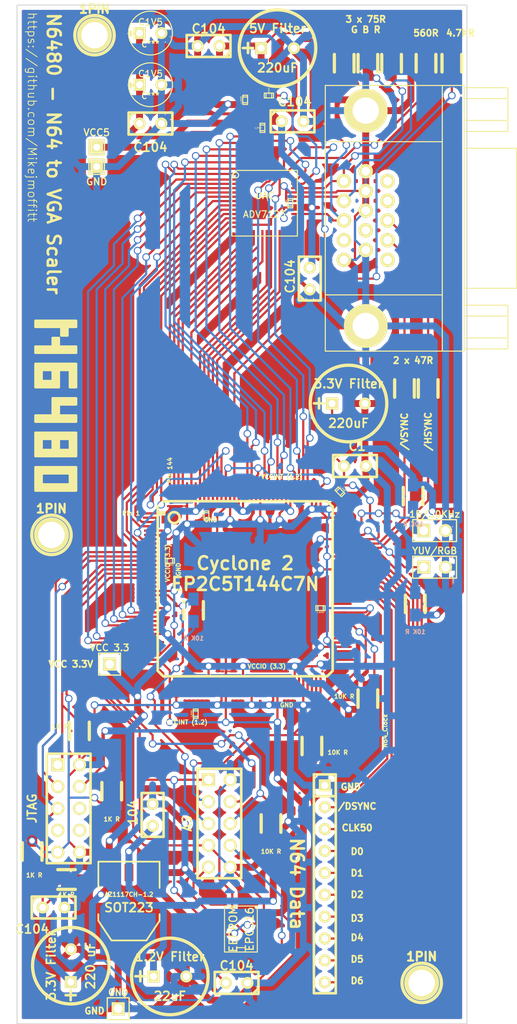
<source format=kicad_pcb>
(kicad_pcb (version 3) (host pcbnew "(22-Jun-2014 BZR 4027)-stable")
  (layers (15 F.Cu signal) (0 B.Cu signal hide) (18 B.Paste user hide) (19 F.Paste user) (20 B.SilkS user hide) (21 F.SilkS user) (22 B.Mask user) (23 F.Mask user hide) (28 Edge.Cuts user))
  (net 0 "")
  (module Resistor_SMD0805_HandSoldering_RevA_Date21Jun2010 (layer F.Cu) (at 180 71.5 90)
    (fp_text reference " " (at 0.09906 -2.30124 90) (layer F.SilkS) (effects (font (size 1.524 1.524) (thickness 0.3048))))
    (fp_text value Resistor_SMD0805_HandSoldering_RevA_Date21Jun2010 hide)
    (pad 1 smd rect (at -1.30048 0 90) (size 1.50114 1.19888) (layers B.Cu B.Paste B.Mask))
    (pad 2 smd rect (at 1.30048 0 90) (size 1.50114 1.19888) (layers B.Cu B.Paste B.Mask))
  )
  (module Resistor_SMD0805_HandSoldering_RevA_Date21Jun2010 (layer F.Cu) (at 180.25 84 90)
    (fp_text reference " " (at 0.09906 -2.30124 90) (layer F.SilkS) (effects (font (size 1.524 1.524) (thickness 0.3048))))
    (fp_text value Resistor_SMD0805_HandSoldering_RevA_Date21Jun2010 hide)
    (pad 1 smd rect (at -1.30048 0 90) (size 1.50114 1.19888) (layers B.Cu B.Paste B.Mask))
    (pad 2 smd rect (at 1.30048 0 90) (size 1.50114 1.19888) (layers B.Cu B.Paste B.Mask))
  )
  (module PIN_ARRAY_2X1 (layer F.Cu) (at 182.5 79.75)
    (fp_text reference YUV/RGB (at 0 -1.905) (layer F.SilkS) (effects (font (size 0.762 0.762) (thickness 0.1524))))
    (fp_text value Val** hide)
    (pad 1 thru_hole rect (at -1.27 0) (size 1.524 1.524) (drill 1.016) (layers *.Cu *.Mask F.SilkS))
    (pad 2 thru_hole circle (at 1.27 0) (size 1.524 1.524) (drill 1.016) (layers *.Cu *.Mask F.SilkS))
  )
  (module SIL-1 (layer F.Cu) (at 143.25 33.25)
    (fp_text reference GND (at 0 1.75) (layer F.SilkS) (effects (font (size 0.8 0.8))))
    (fp_text value Val** hide)
    (pad 1 thru_hole rect (at 0 0) (size 1.5 1.5) (drill 0.8) (layers *.Cu *.Mask F.SilkS))
  )
  (module c_0402 (layer F.Cu) (at 163.25 25)
    (fp_text reference c_0402 (at 0 -0.4826 90) (layer F.SilkS) (effects (font (size 0.1524 0.1524) (thickness 0.03048))))
    (fp_text value C*** hide)
    (pad 1 smd rect (at 0.54864 0) (size 0.8001 0.6985) (layers F.Cu F.Paste F.Mask))
    (pad 2 smd rect (at -0.54864 0) (size 0.8001 0.6985) (layers F.Cu F.Paste F.Mask))
  )
  (module c_0402 (layer F.Cu) (at 162.5 28.75 90)
    (fp_text reference c_0402 (at 0 -0.4826 180) (layer F.SilkS) (effects (font (size 0.1524 0.1524) (thickness 0.03048))))
    (fp_text value C*** hide)
    (pad 1 smd rect (at 0.54864 0 90) (size 0.8001 0.6985) (layers F.Cu F.Paste F.Mask))
    (pad 2 smd rect (at -0.54864 0 90) (size 0.8001 0.6985) (layers F.Cu F.Paste F.Mask))
  )
  (module Resistor_SMD0805_HandSoldering_RevA_Date21Jun2010 (layer F.Cu) (at 135.75 112.75 90)
    (fp_text reference " " (at 0.09906 -2.30124 90) (layer F.SilkS) (effects (font (size 1.524 1.524) (thickness 0.3048))))
    (fp_text value Resistor_SMD0805_HandSoldering_RevA_Date21Jun2010 hide)
    (pad 1 smd rect (at -1.30048 0 90) (size 1.50114 1.19888) (layers F.Cu F.Paste F.Mask))
    (pad 2 smd rect (at 1.30048 0 90) (size 1.50114 1.19888) (layers F.Cu F.Paste F.Mask))
  )
  (module PIN_ARRAY_1 (layer F.Cu) (at 145.75 131)
    (fp_text reference GND (at 0 -1.905) (layer F.SilkS) (effects (font (size 0.762 0.762) (thickness 0.1524))))
    (fp_text value Val** hide)
    (pad 1 thru_hole rect (at 0 0) (size 1.524 1.524) (drill 1.016) (layers *.Cu *.Mask F.SilkS))
  )
  (module c_0402 (layer F.Cu) (at 154.75 96.75 90)
    (fp_text reference c_0402 (at 0 -0.4826 90) (layer F.SilkS) (effects (font (size 0.1524 0.1524) (thickness 0.03048))))
    (fp_text value C*** hide)
    (pad 1 smd rect (at 0.54864 0 90) (size 0.8001 0.6985) (layers B.Cu B.Paste B.Mask))
    (pad 2 smd rect (at -0.54864 0 90) (size 0.8001 0.6985) (layers B.Cu B.Paste B.Mask))
  )
  (module c_0402 (layer F.Cu) (at 151.75 79 180)
    (fp_text reference c_0402 (at 0 -0.4826 180) (layer F.SilkS) (effects (font (size 0.1524 0.1524) (thickness 0.03048))))
    (fp_text value C*** hide)
    (pad 1 smd rect (at 0.54864 0 180) (size 0.8001 0.6985) (layers B.Cu B.Paste B.Mask))
    (pad 2 smd rect (at -0.54864 0 180) (size 0.8001 0.6985) (layers B.Cu B.Paste B.Mask))
  )
  (module c_0402 (layer F.Cu) (at 156 73.75 90)
    (fp_text reference c_0402 (at 0 -0.4826 90) (layer F.SilkS) (effects (font (size 0.1524 0.1524) (thickness 0.03048))))
    (fp_text value C*** hide)
    (pad 1 smd rect (at 0.54864 0 90) (size 0.8001 0.6985) (layers B.Cu B.Paste B.Mask))
    (pad 2 smd rect (at -0.54864 0 90) (size 0.8001 0.6985) (layers B.Cu B.Paste B.Mask))
  )
  (module c_0402 (layer F.Cu) (at 169.25 84.5 180)
    (fp_text reference c_0402 (at 0 -0.4826 180) (layer F.SilkS) (effects (font (size 0.1524 0.1524) (thickness 0.03048))))
    (fp_text value C*** hide)
    (pad 1 smd rect (at 0.54864 0 180) (size 0.8001 0.6985) (layers B.Cu B.Paste B.Mask))
    (pad 2 smd rect (at -0.54864 0 180) (size 0.8001 0.6985) (layers B.Cu B.Paste B.Mask))
  )
  (module Resistor_SMD0805_HandSoldering_RevA_Date21Jun2010 (layer F.Cu) (at 139.75 116 180)
    (fp_text reference " " (at 0.09906 -2.30124 180) (layer F.SilkS) (effects (font (size 1.524 1.524) (thickness 0.3048))))
    (fp_text value Resistor_SMD0805_HandSoldering_RevA_Date21Jun2010 hide)
    (pad 1 smd rect (at -1.30048 0 180) (size 1.50114 1.19888) (layers F.Cu F.Paste F.Mask))
    (pad 2 smd rect (at 1.30048 0 180) (size 1.50114 1.19888) (layers F.Cu F.Paste F.Mask))
  )
  (module Resistor_SMD0805_HandSoldering_RevA_Date21Jun2010 (layer F.Cu) (at 163.5 109.5 90)
    (fp_text reference " " (at 0.09906 -2.30124 90) (layer F.SilkS) (effects (font (size 1.524 1.524) (thickness 0.3048))))
    (fp_text value Resistor_SMD0805_HandSoldering_RevA_Date21Jun2010 hide)
    (pad 1 smd rect (at -1.30048 0 90) (size 1.50114 1.19888) (layers F.Cu F.Paste F.Mask))
    (pad 2 smd rect (at 1.30048 0 90) (size 1.50114 1.19888) (layers F.Cu F.Paste F.Mask))
  )
  (module Resistor_SMD0805_HandSoldering_RevA_Date21Jun2010 (layer F.Cu) (at 154.5 84.75 90)
    (fp_text reference " " (at 0.09906 -2.30124 90) (layer F.SilkS) (effects (font (size 1.524 1.524) (thickness 0.3048))))
    (fp_text value Resistor_SMD0805_HandSoldering_RevA_Date21Jun2010 hide)
    (pad 1 smd rect (at -1.30048 0 90) (size 1.50114 1.19888) (layers B.Cu B.Paste B.Mask))
    (pad 2 smd rect (at 1.30048 0 90) (size 1.50114 1.19888) (layers B.Cu B.Paste B.Mask))
  )
  (module Resistor_SMD0805_HandSoldering_RevA_Date21Jun2010 (layer F.Cu) (at 168.25 100.5 90)
    (fp_text reference " " (at 0.09906 -2.30124 90) (layer F.SilkS) (effects (font (size 1.524 1.524) (thickness 0.3048))))
    (fp_text value Resistor_SMD0805_HandSoldering_RevA_Date21Jun2010 hide)
    (pad 1 smd rect (at -1.30048 0 90) (size 1.50114 1.19888) (layers F.Cu F.Paste F.Mask))
    (pad 2 smd rect (at 1.30048 0 90) (size 1.50114 1.19888) (layers F.Cu F.Paste F.Mask))
  )
  (module Resistor_SMD0805_HandSoldering_RevA_Date21Jun2010 (layer F.Cu) (at 174.75 95 90)
    (fp_text reference " " (at 0.09906 -2.30124 90) (layer F.SilkS) (effects (font (size 1.524 1.524) (thickness 0.3048))))
    (fp_text value Resistor_SMD0805_HandSoldering_RevA_Date21Jun2010 hide)
    (pad 1 smd rect (at -1.30048 0 90) (size 1.50114 1.19888) (layers F.Cu F.Paste F.Mask))
    (pad 2 smd rect (at 1.30048 0 90) (size 1.50114 1.19888) (layers F.Cu F.Paste F.Mask))
  )
  (module Resistor_SMD0805_HandSoldering_RevA_Date21Jun2010 (layer F.Cu) (at 145 105.75 90)
    (fp_text reference " " (at 0.09906 -2.30124 90) (layer F.SilkS) (effects (font (size 1.524 1.524) (thickness 0.3048))))
    (fp_text value Resistor_SMD0805_HandSoldering_RevA_Date21Jun2010 hide)
    (pad 1 smd rect (at -1.30048 0 90) (size 1.50114 1.19888) (layers F.Cu F.Paste F.Mask))
    (pad 2 smd rect (at 1.30048 0 90) (size 1.50114 1.19888) (layers F.Cu F.Paste F.Mask))
  )
  (module Resistor_SMD0805_HandSoldering_RevA_Date21Jun2010 (layer F.Cu) (at 141.25 98.75 90)
    (fp_text reference " " (at 0.09906 -2.30124 90) (layer F.SilkS) (effects (font (size 1.524 1.524) (thickness 0.3048))))
    (fp_text value Resistor_SMD0805_HandSoldering_RevA_Date21Jun2010 hide)
    (pad 1 smd rect (at -1.30048 0 90) (size 1.50114 1.19888) (layers F.Cu F.Paste F.Mask))
    (pad 2 smd rect (at 1.30048 0 90) (size 1.50114 1.19888) (layers F.Cu F.Paste F.Mask))
  )
  (module C1 (layer F.Cu) (at 159.5 128 180)
    (fp_text reference C104 (at 0 2 180) (layer F.SilkS) (effects (font (size 1.016 1.016) (thickness 0.2032))))
    (fp_text value V*** hide)
    (pad 1 thru_hole circle (at -1.27 0 180) (size 1.397 1.397) (drill 0.8128) (layers *.Cu *.Mask F.SilkS))
    (pad 2 thru_hole circle (at 1.27 0 180) (size 1.397 1.397) (drill 0.8128) (layers *.Cu *.Mask F.SilkS))
  )
  (module C1 (layer F.Cu) (at 156.25 19.25 180)
    (fp_text reference C104 (at 0 2 180) (layer F.SilkS) (effects (font (size 1.016 1.016) (thickness 0.2032))))
    (fp_text value V*** hide)
    (pad 1 thru_hole circle (at -1.27 0 180) (size 1.397 1.397) (drill 0.8128) (layers *.Cu *.Mask F.SilkS))
    (pad 2 thru_hole circle (at 1.27 0 180) (size 1.397 1.397) (drill 0.8128) (layers *.Cu *.Mask F.SilkS))
  )
  (module Resistor_SMD0805_HandSoldering_RevA_Date21Jun2010 (layer F.Cu) (at 184.5 21.25 90)
    (fp_text reference " " (at 0.09906 -2.30124 90) (layer F.SilkS) (effects (font (size 1.524 1.524) (thickness 0.3048))))
    (fp_text value Resistor_SMD0805_HandSoldering_RevA_Date21Jun2010 hide)
    (pad 1 smd rect (at -1.30048 0 90) (size 1.50114 1.19888) (layers F.Cu F.Paste F.Mask))
    (pad 2 smd rect (at 1.30048 0 90) (size 1.50114 1.19888) (layers F.Cu F.Paste F.Mask))
  )
  (module Resistor_SMD0805_HandSoldering_RevA_Date21Jun2010 (layer F.Cu) (at 181.5 21.25 90)
    (fp_text reference " " (at 0.09906 -2.30124 90) (layer F.SilkS) (effects (font (size 1.524 1.524) (thickness 0.3048))))
    (fp_text value Resistor_SMD0805_HandSoldering_RevA_Date21Jun2010 hide)
    (pad 1 smd rect (at -1.30048 0 90) (size 1.50114 1.19888) (layers F.Cu F.Paste F.Mask))
    (pad 2 smd rect (at 1.30048 0 90) (size 1.50114 1.19888) (layers F.Cu F.Paste F.Mask))
  )
  (module C1 (layer F.Cu) (at 168 46.25 90)
    (fp_text reference C104 (at 0.254 -2.286 90) (layer F.SilkS) (effects (font (size 1.016 1.016) (thickness 0.2032))))
    (fp_text value V*** hide)
    (pad 1 thru_hole circle (at -1.27 0 90) (size 1.397 1.397) (drill 0.8128) (layers *.Cu *.Mask F.SilkS))
    (pad 2 thru_hole circle (at 1.27 0 90) (size 1.397 1.397) (drill 0.8128) (layers *.Cu *.Mask F.SilkS))
  )
  (module QFN48 (layer F.Cu) (at 162.75 37.5)
    (fp_text reference ADV7123 (at -0.01016 1.29032) (layer F.SilkS) (effects (font (size 0.762 0.762) (thickness 0.127))))
    (fp_text value DAC (at 0.0508 -0.889) (layer F.SilkS) (effects (font (size 0.762 0.762) (thickness 0.1524))))
    (pad 1 smd rect (at -3.39852 -2.74828) (size 0.59944 0.24892) (layers F.Cu F.Paste F.Mask))
    (pad 2 smd rect (at -3.39852 -2.2479) (size 0.59944 0.24892) (layers F.Cu F.Paste F.Mask))
    (pad 3 smd rect (at -3.39852 -1.74752) (size 0.59944 0.24892) (layers F.Cu F.Paste F.Mask))
    (pad 4 smd rect (at -3.39852 -1.24714) (size 0.59944 0.24892) (layers F.Cu F.Paste F.Mask))
    (pad 5 smd rect (at -3.39852 -0.7493) (size 0.59944 0.24892) (layers F.Cu F.Paste F.Mask))
    (pad 6 smd rect (at -3.39852 -0.24892) (size 0.59944 0.24892) (layers F.Cu F.Paste F.Mask))
    (pad 7 smd rect (at -3.39852 0.25146) (size 0.59944 0.24892) (layers F.Cu F.Paste F.Mask))
    (pad 8 smd rect (at -3.39852 0.75184) (size 0.59944 0.24892) (layers F.Cu F.Paste F.Mask))
    (pad 9 smd rect (at -3.39852 1.25222) (size 0.59944 0.24892) (layers F.Cu F.Paste F.Mask))
    (pad 10 smd rect (at -3.39852 1.7526) (size 0.59944 0.24892) (layers F.Cu F.Paste F.Mask))
    (pad 11 smd rect (at -3.39852 2.25298) (size 0.59944 0.24892) (layers F.Cu F.Paste F.Mask))
    (pad 12 smd rect (at -3.39852 2.75082) (size 0.59944 0.24892) (layers F.Cu F.Paste F.Mask))
    (pad 33 smd rect (at 3.39852 -1.25222) (size 0.59944 0.24892) (layers F.Cu F.Paste F.Mask))
    (pad 34 smd rect (at 3.39852 -1.75006) (size 0.59944 0.24892) (layers F.Cu F.Paste F.Mask))
    (pad 35 smd rect (at 3.39852 -2.25044) (size 0.59944 0.24892) (layers F.Cu F.Paste F.Mask))
    (pad 36 smd rect (at 3.39852 -2.75082) (size 0.59944 0.24892) (layers F.Cu F.Paste F.Mask))
    (pad 17 smd rect (at -0.7493 3.40106) (size 0.24892 0.59944) (layers F.Cu F.Paste F.Mask))
    (pad 18 smd rect (at -0.25146 3.40106) (size 0.24892 0.59944) (layers F.Cu F.Paste F.Mask))
    (pad 19 smd rect (at 0.24892 3.40106) (size 0.24892 0.59944) (layers F.Cu F.Paste F.Mask))
    (pad 20 smd rect (at 0.7493 3.40106) (size 0.24892 0.59944) (layers F.Cu F.Paste F.Mask))
    (pad 21 smd rect (at 1.24968 3.40106) (size 0.24892 0.59944) (layers F.Cu F.Paste F.Mask))
    (pad 22 smd rect (at 1.75006 3.40106) (size 0.24892 0.59944) (layers F.Cu F.Paste F.Mask))
    (pad 23 smd rect (at 2.25044 3.40106) (size 0.24892 0.59944) (layers F.Cu F.Paste F.Mask))
    (pad 24 smd rect (at 2.75082 3.40106) (size 0.24892 0.59944) (layers F.Cu F.Paste F.Mask))
    (pad 13 smd rect (at -2.74828 3.40106) (size 0.24892 0.59944) (layers F.Cu F.Paste F.Mask))
    (pad 14 smd rect (at -2.2479 3.40106) (size 0.24892 0.59944) (layers F.Cu F.Paste F.Mask))
    (pad 15 smd rect (at -1.74752 3.40106) (size 0.24892 0.59944) (layers F.Cu F.Paste F.Mask))
    (pad 16 smd rect (at -1.24968 3.40106) (size 0.24892 0.59944) (layers F.Cu F.Paste F.Mask))
    (pad 25 smd rect (at 3.39852 2.74828) (size 0.59944 0.24892) (layers F.Cu F.Paste F.Mask))
    (pad 26 smd rect (at 3.40106 2.2479) (size 0.59944 0.24892) (layers F.Cu F.Paste F.Mask))
    (pad 27 smd rect (at 3.40106 1.75006) (size 0.59944 0.24892) (layers F.Cu F.Paste F.Mask))
    (pad 28 smd rect (at 3.40106 1.24968) (size 0.59944 0.24892) (layers F.Cu F.Paste F.Mask))
    (pad 29 smd rect (at 3.40106 0.7493) (size 0.59944 0.24892) (layers F.Cu F.Paste F.Mask))
    (pad 30 smd rect (at 3.40106 0.24892) (size 0.59944 0.24892) (layers F.Cu F.Paste F.Mask))
    (pad 31 smd rect (at 3.40106 -0.25146) (size 0.59944 0.24892) (layers F.Cu F.Paste F.Mask))
    (pad 32 smd rect (at 3.40106 -0.75184) (size 0.59944 0.24892) (layers F.Cu F.Paste F.Mask))
    (pad 37 smd rect (at 2.75082 -3.39852) (size 0.24892 0.59944) (layers F.Cu F.Paste F.Mask))
    (pad 38 smd rect (at 2.25044 -3.39852) (size 0.24892 0.59944) (layers F.Cu F.Paste F.Mask))
    (pad 39 smd rect (at 1.75006 -3.39852) (size 0.24892 0.59944) (layers F.Cu F.Paste F.Mask))
    (pad 40 smd rect (at 1.25222 -3.39852) (size 0.24892 0.59944) (layers F.Cu F.Paste F.Mask))
    (pad 41 smd rect (at 0.75184 -3.39852) (size 0.24892 0.59944) (layers F.Cu F.Paste F.Mask))
    (pad 42 smd rect (at 0.25146 -3.39852) (size 0.24892 0.59944) (layers F.Cu F.Paste F.Mask))
    (pad 43 smd rect (at -0.24892 -3.39852) (size 0.24892 0.59944) (layers F.Cu F.Paste F.Mask))
    (pad 44 smd rect (at -0.7493 -3.39852) (size 0.24892 0.59944) (layers F.Cu F.Paste F.Mask))
    (pad 45 smd rect (at -1.24968 -3.39852) (size 0.24892 0.59944) (layers F.Cu F.Paste F.Mask))
    (pad 46 smd rect (at -1.75006 -3.39852) (size 0.24892 0.59944) (layers F.Cu F.Paste F.Mask))
    (pad 47 smd rect (at -2.2479 -3.39852) (size 0.24892 0.59944) (layers F.Cu F.Paste F.Mask))
    (pad 48 smd rect (at -2.74828 -3.39852) (size 0.24892 0.59944) (layers F.Cu F.Paste F.Mask))
  )
  (module SO8E (layer F.Cu) (at 160 121.75 90)
    (fp_text reference EEPROM (at 0 -0.889 90) (layer F.SilkS) (effects (font (size 0.9 0.9) (thickness 0.1524))))
    (fp_text value EPCS16 (at 0 1.016 90) (layer F.SilkS) (effects (font (size 0.889 0.889) (thickness 0.1524))))
    (pad 8 smd rect (at -1.905 -2.667 90) (size 0.59944 1.39954) (layers F.Cu F.Paste F.Mask))
    (pad 1 smd rect (at -1.905 2.667 90) (size 0.59944 1.39954) (layers F.Cu F.Paste F.Mask))
    (pad 7 smd rect (at -0.635 -2.667 90) (size 0.59944 1.39954) (layers F.Cu F.Paste F.Mask))
    (pad 6 smd rect (at 0.635 -2.667 90) (size 0.59944 1.39954) (layers F.Cu F.Paste F.Mask))
    (pad 5 smd rect (at 1.905 -2.667 90) (size 0.59944 1.39954) (layers F.Cu F.Paste F.Mask))
    (pad 2 smd rect (at -0.635 2.667 90) (size 0.59944 1.39954) (layers F.Cu F.Paste F.Mask))
    (pad 3 smd rect (at 0.635 2.667 90) (size 0.59944 1.39954) (layers F.Cu F.Paste F.Mask))
    (pad 4 smd rect (at 1.905 2.667 90) (size 0.59944 1.39954) (layers F.Cu F.Paste F.Mask))
  )
  (module TQFP144 (layer F.Cu) (at 160.5 82.25 90)
    (fp_text reference "" (at 0 -1.905 90) (layer F.SilkS) (effects (font (size 1.524 1.016) (thickness 0.254))))
    (fp_text value "" (at 0 1.905 90) (layer F.SilkS) (effects (font (size 1.524 1.016) (thickness 0.254))))
    (pad 1 smd rect (at 8.7503 -10.9855 90) (size 0.254 1.524) (layers F.Cu F.Paste F.Mask))
    (pad 2 smd rect (at 8.2423 -10.9855 90) (size 0.254 1.524) (layers F.Cu F.Paste F.Mask))
    (pad 3 smd rect (at 7.747 -10.9855 90) (size 0.254 1.524) (layers F.Cu F.Paste F.Mask))
    (pad 4 smd rect (at 7.2517 -10.9855 90) (size 0.254 1.524) (layers F.Cu F.Paste F.Mask))
    (pad 5 smd rect (at 6.7437 -10.9855 90) (size 0.254 1.524) (layers F.Cu F.Paste F.Mask))
    (pad 6 smd rect (at 6.2484 -10.9855 90) (size 0.254 1.524) (layers F.Cu F.Paste F.Mask))
    (pad 7 smd rect (at 5.7531 -10.9855 90) (size 0.254 1.524) (layers F.Cu F.Paste F.Mask))
    (pad 8 smd rect (at 5.2451 -10.9855 90) (size 0.254 1.524) (layers F.Cu F.Paste F.Mask))
    (pad 9 smd rect (at 4.7498 -10.9855 90) (size 0.254 1.524) (layers F.Cu F.Paste F.Mask))
    (pad 10 smd rect (at 4.2545 -10.9855 90) (size 0.254 1.524) (layers F.Cu F.Paste F.Mask))
    (pad 11 smd rect (at 3.7465 -10.9855 90) (size 0.254 1.524) (layers F.Cu F.Paste F.Mask))
    (pad 12 smd rect (at 3.2512 -10.9855 90) (size 0.254 1.524) (layers F.Cu F.Paste F.Mask))
    (pad 13 smd rect (at 2.7559 -10.9855 90) (size 0.254 1.524) (layers F.Cu F.Paste F.Mask))
    (pad 14 smd rect (at 2.2479 -10.9855 90) (size 0.254 1.524) (layers F.Cu F.Paste F.Mask))
    (pad 15 smd rect (at 1.7526 -10.9855 90) (size 0.254 1.524) (layers F.Cu F.Paste F.Mask))
    (pad 16 smd rect (at 1.2573 -10.9855 90) (size 0.254 1.524) (layers F.Cu F.Paste F.Mask))
    (pad 17 smd rect (at 0.7493 -10.9855 90) (size 0.254 1.524) (layers F.Cu F.Paste F.Mask))
    (pad 18 smd rect (at 0.254 -10.9855 90) (size 0.254 1.524) (layers F.Cu F.Paste F.Mask))
    (pad 19 smd rect (at -0.254 -10.9855 90) (size 0.254 1.524) (layers F.Cu F.Paste F.Mask))
    (pad 20 smd rect (at -0.7493 -10.9855 90) (size 0.254 1.524) (layers F.Cu F.Paste F.Mask))
    (pad 21 smd rect (at -1.2573 -10.9855 90) (size 0.254 1.524) (layers F.Cu F.Paste F.Mask))
    (pad 22 smd rect (at -1.7526 -10.9855 90) (size 0.254 1.524) (layers F.Cu F.Paste F.Mask))
    (pad 23 smd rect (at -2.2479 -10.9855 90) (size 0.254 1.524) (layers F.Cu F.Paste F.Mask))
    (pad 24 smd rect (at -2.7559 -10.9855 90) (size 0.254 1.524) (layers F.Cu F.Paste F.Mask))
    (pad 25 smd rect (at -3.2512 -10.9855 90) (size 0.254 1.524) (layers F.Cu F.Paste F.Mask))
    (pad 26 smd rect (at -3.7465 -10.9855 90) (size 0.254 1.524) (layers F.Cu F.Paste F.Mask))
    (pad 27 smd rect (at -4.2545 -10.9855 90) (size 0.254 1.524) (layers F.Cu F.Paste F.Mask))
    (pad 28 smd rect (at -4.7498 -10.9855 90) (size 0.254 1.524) (layers F.Cu F.Paste F.Mask))
    (pad 29 smd rect (at -5.2451 -10.9855 90) (size 0.254 1.524) (layers F.Cu F.Paste F.Mask))
    (pad 30 smd rect (at -5.7531 -10.9855 90) (size 0.254 1.524) (layers F.Cu F.Paste F.Mask))
    (pad 31 smd rect (at -6.2484 -10.9855 90) (size 0.254 1.524) (layers F.Cu F.Paste F.Mask))
    (pad 32 smd rect (at -6.7437 -10.9855 90) (size 0.254 1.524) (layers F.Cu F.Paste F.Mask))
    (pad 33 smd rect (at -7.2517 -10.9855 90) (size 0.254 1.524) (layers F.Cu F.Paste F.Mask))
    (pad 34 smd rect (at -7.747 -10.9855 90) (size 0.254 1.524) (layers F.Cu F.Paste F.Mask))
    (pad 35 smd rect (at -8.2423 -10.9855 90) (size 0.254 1.524) (layers F.Cu F.Paste F.Mask))
    (pad 36 smd rect (at -8.7503 -10.9855 90) (size 0.254 1.524) (layers F.Cu F.Paste F.Mask))
    (pad 66 smd rect (at -10.9855 5.7531 90) (size 1.524 0.254) (layers F.Cu F.Paste F.Mask))
    (pad 67 smd rect (at -10.9855 6.2484 90) (size 1.524 0.254) (layers F.Cu F.Paste F.Mask))
    (pad 68 smd rect (at -10.9855 6.7437 90) (size 1.524 0.254) (layers F.Cu F.Paste F.Mask))
    (pad 69 smd rect (at -10.9855 7.2517 90) (size 1.524 0.254) (layers F.Cu F.Paste F.Mask))
    (pad 70 smd rect (at -10.9855 7.747 90) (size 1.524 0.254) (layers F.Cu F.Paste F.Mask))
    (pad 71 smd rect (at -10.9855 8.2423 90) (size 1.524 0.254) (layers F.Cu F.Paste F.Mask))
    (pad 72 smd rect (at -10.9855 8.7503 90) (size 1.524 0.254) (layers F.Cu F.Paste F.Mask))
    (pad 114 smd rect (at 10.9855 6.2484 90) (size 1.524 0.254) (layers F.Cu F.Paste F.Mask))
    (pad 115 smd rect (at 10.9855 5.7531 90) (size 1.524 0.254) (layers F.Cu F.Paste F.Mask))
    (pad 116 smd rect (at 10.9855 5.2451 90) (size 1.524 0.254) (layers F.Cu F.Paste F.Mask))
    (pad 117 smd rect (at 10.9855 4.7498 90) (size 1.524 0.254) (layers F.Cu F.Paste F.Mask))
    (pad 118 smd rect (at 10.9855 4.2545 90) (size 1.524 0.254) (layers F.Cu F.Paste F.Mask))
    (pad 119 smd rect (at 10.9855 3.7465 90) (size 1.524 0.254) (layers F.Cu F.Paste F.Mask))
    (pad 120 smd rect (at 10.9855 3.2512 90) (size 1.524 0.254) (layers F.Cu F.Paste F.Mask))
    (pad 121 smd rect (at 10.9855 2.7559 90) (size 1.524 0.254) (layers F.Cu F.Paste F.Mask))
    (pad 122 smd rect (at 10.9855 2.2479 90) (size 1.524 0.254) (layers F.Cu F.Paste F.Mask))
    (pad 123 smd rect (at 10.9855 1.7526 90) (size 1.524 0.254) (layers F.Cu F.Paste F.Mask))
    (pad 124 smd rect (at 10.9855 1.2573 90) (size 1.524 0.254) (layers F.Cu F.Paste F.Mask))
    (pad 125 smd rect (at 10.9855 0.7493 90) (size 1.524 0.254) (layers F.Cu F.Paste F.Mask))
    (pad 126 smd rect (at 10.9855 0.254 90) (size 1.524 0.254) (layers F.Cu F.Paste F.Mask))
    (pad 127 smd rect (at 10.9855 -0.254 90) (size 1.524 0.254) (layers F.Cu F.Paste F.Mask))
    (pad 128 smd rect (at 10.9855 -0.7493 90) (size 1.524 0.254) (layers F.Cu F.Paste F.Mask))
    (pad 129 smd rect (at 10.9855 -1.2573 90) (size 1.524 0.254) (layers F.Cu F.Paste F.Mask))
    (pad 130 smd rect (at 10.9855 -1.7526 90) (size 1.524 0.254) (layers F.Cu F.Paste F.Mask))
    (pad 131 smd rect (at 10.9855 -2.2479 90) (size 1.524 0.254) (layers F.Cu F.Paste F.Mask))
    (pad 132 smd rect (at 10.9855 -2.7559 90) (size 1.524 0.254) (layers F.Cu F.Paste F.Mask))
    (pad 133 smd rect (at 10.9855 -3.2512 90) (size 1.524 0.254) (layers F.Cu F.Paste F.Mask))
    (pad 134 smd rect (at 10.9855 -3.7465 90) (size 1.524 0.254) (layers F.Cu F.Paste F.Mask))
    (pad 135 smd rect (at 10.9855 -4.2545 90) (size 1.524 0.254) (layers F.Cu F.Paste F.Mask))
    (pad 136 smd rect (at 10.9855 -4.7498 90) (size 1.524 0.254) (layers F.Cu F.Paste F.Mask))
    (pad 137 smd rect (at 10.9855 -5.2451 90) (size 1.524 0.254) (layers F.Cu F.Paste F.Mask))
    (pad 138 smd rect (at 10.9855 -5.7531 90) (size 1.524 0.254) (layers F.Cu F.Paste F.Mask))
    (pad 139 smd rect (at 10.9855 -6.2484 90) (size 1.524 0.254) (layers F.Cu F.Paste F.Mask))
    (pad 140 smd rect (at 10.9855 -6.7437 90) (size 1.524 0.254) (layers F.Cu F.Paste F.Mask))
    (pad 141 smd rect (at 10.9855 -7.2517 90) (size 1.524 0.254) (layers F.Cu F.Paste F.Mask))
    (pad 142 smd rect (at 10.9855 -7.747 90) (size 1.524 0.254) (layers F.Cu F.Paste F.Mask))
    (pad 143 smd rect (at 10.9855 -8.2423 90) (size 1.524 0.254) (layers F.Cu F.Paste F.Mask))
    (pad 144 smd rect (at 10.9855 -8.7503 90) (size 1.524 0.254) (layers F.Cu F.Paste F.Mask))
    (pad 37 smd rect (at -10.9855 -8.7503 90) (size 1.524 0.254) (layers F.Cu F.Paste F.Mask))
    (pad 38 smd rect (at -10.9855 -8.2423 90) (size 1.524 0.254) (layers F.Cu F.Paste F.Mask))
    (pad 39 smd rect (at -10.9855 -7.747 90) (size 1.524 0.254) (layers F.Cu F.Paste F.Mask))
    (pad 40 smd rect (at -10.9855 -7.2517 90) (size 1.524 0.254) (layers F.Cu F.Paste F.Mask))
    (pad 41 smd rect (at -10.9855 -6.7437 90) (size 1.524 0.254) (layers F.Cu F.Paste F.Mask))
    (pad 42 smd rect (at -10.9855 -6.2484 90) (size 1.524 0.254) (layers F.Cu F.Paste F.Mask))
    (pad 43 smd rect (at -10.9855 -5.7531 90) (size 1.524 0.254) (layers F.Cu F.Paste F.Mask))
    (pad 44 smd rect (at -10.9855 -5.2451 90) (size 1.524 0.254) (layers F.Cu F.Paste F.Mask))
    (pad 45 smd rect (at -10.9855 -4.7498 90) (size 1.524 0.254) (layers F.Cu F.Paste F.Mask))
    (pad 46 smd rect (at -10.9855 -4.2545 90) (size 1.524 0.254) (layers F.Cu F.Paste F.Mask))
    (pad 47 smd rect (at -10.9855 -3.7465 90) (size 1.524 0.254) (layers F.Cu F.Paste F.Mask))
    (pad 48 smd rect (at -10.9855 -3.2512 90) (size 1.524 0.254) (layers F.Cu F.Paste F.Mask))
    (pad 49 smd rect (at -10.9855 -2.7559 90) (size 1.524 0.254) (layers F.Cu F.Paste F.Mask))
    (pad 50 smd rect (at -10.9855 -2.2479 90) (size 1.524 0.254) (layers F.Cu F.Paste F.Mask))
    (pad 51 smd rect (at -10.9855 -1.7526 90) (size 1.524 0.254) (layers F.Cu F.Paste F.Mask))
    (pad 52 smd rect (at -10.9855 -1.2573 90) (size 1.524 0.254) (layers F.Cu F.Paste F.Mask))
    (pad 53 smd rect (at -10.9855 -0.7493 90) (size 1.524 0.254) (layers F.Cu F.Paste F.Mask))
    (pad 54 smd rect (at -10.9855 -0.254 90) (size 1.524 0.254) (layers F.Cu F.Paste F.Mask))
    (pad 55 smd rect (at -10.9855 0.254 90) (size 1.524 0.254) (layers F.Cu F.Paste F.Mask))
    (pad 56 smd rect (at -10.9855 0.7493 90) (size 1.524 0.254) (layers F.Cu F.Paste F.Mask))
    (pad 57 smd rect (at -10.9855 1.2573 90) (size 1.524 0.254) (layers F.Cu F.Paste F.Mask))
    (pad 58 smd rect (at -10.9855 1.7526 90) (size 1.524 0.254) (layers F.Cu F.Paste F.Mask))
    (pad 59 smd rect (at -10.9855 2.2479 90) (size 1.524 0.254) (layers F.Cu F.Paste F.Mask))
    (pad 60 smd rect (at -10.9855 2.7559 90) (size 1.524 0.254) (layers F.Cu F.Paste F.Mask))
    (pad 61 smd rect (at -10.9855 3.2512 90) (size 1.524 0.254) (layers F.Cu F.Paste F.Mask))
    (pad 62 smd rect (at -10.9855 3.7465 90) (size 1.524 0.254) (layers F.Cu F.Paste F.Mask))
    (pad 63 smd rect (at -10.9855 4.2545 90) (size 1.524 0.254) (layers F.Cu F.Paste F.Mask))
    (pad 64 smd rect (at -10.9855 4.7498 90) (size 1.524 0.254) (layers F.Cu F.Paste F.Mask))
    (pad 65 smd rect (at -10.9855 5.2451 90) (size 1.524 0.254) (layers F.Cu F.Paste F.Mask))
    (pad 78 smd rect (at -6.2484 10.9855 90) (size 0.254 1.524) (layers F.Cu F.Paste F.Mask))
    (pad 79 smd rect (at -5.7531 10.9855 90) (size 0.254 1.524) (layers F.Cu F.Paste F.Mask))
    (pad 80 smd rect (at -5.2451 10.9855 90) (size 0.254 1.524) (layers F.Cu F.Paste F.Mask))
    (pad 81 smd rect (at -4.7498 10.9855 90) (size 0.254 1.524) (layers F.Cu F.Paste F.Mask))
    (pad 82 smd rect (at -4.2545 10.9855 90) (size 0.254 1.524) (layers F.Cu F.Paste F.Mask))
    (pad 83 smd rect (at -3.7465 10.9855 90) (size 0.254 1.524) (layers F.Cu F.Paste F.Mask))
    (pad 84 smd rect (at -3.2512 10.9855 90) (size 0.254 1.524) (layers F.Cu F.Paste F.Mask))
    (pad 85 smd rect (at -2.7559 10.9855 90) (size 0.254 1.524) (layers F.Cu F.Paste F.Mask))
    (pad 86 smd rect (at -2.2479 10.9855 90) (size 0.254 1.524) (layers F.Cu F.Paste F.Mask))
    (pad 87 smd rect (at -1.7526 10.9855 90) (size 0.254 1.524) (layers F.Cu F.Paste F.Mask))
    (pad 88 smd rect (at -1.2573 10.9855 90) (size 0.254 1.524) (layers F.Cu F.Paste F.Mask))
    (pad 89 smd rect (at -0.7493 10.9855 90) (size 0.254 1.524) (layers F.Cu F.Paste F.Mask))
    (pad 90 smd rect (at -0.254 10.9855 90) (size 0.254 1.524) (layers F.Cu F.Paste F.Mask))
    (pad 91 smd rect (at 0.254 10.9855 90) (size 0.254 1.524) (layers F.Cu F.Paste F.Mask))
    (pad 92 smd rect (at 0.7493 10.9855 90) (size 0.254 1.524) (layers F.Cu F.Paste F.Mask))
    (pad 93 smd rect (at 1.2573 10.9855 90) (size 0.254 1.524) (layers F.Cu F.Paste F.Mask))
    (pad 94 smd rect (at 1.7526 10.9855 90) (size 0.254 1.524) (layers F.Cu F.Paste F.Mask))
    (pad 95 smd rect (at 2.2479 10.9855 90) (size 0.254 1.524) (layers F.Cu F.Paste F.Mask))
    (pad 96 smd rect (at 2.7559 10.9855 90) (size 0.254 1.524) (layers F.Cu F.Paste F.Mask))
    (pad 97 smd rect (at 3.2512 10.9855 90) (size 0.254 1.524) (layers F.Cu F.Paste F.Mask))
    (pad 98 smd rect (at 3.7465 10.9855 90) (size 0.254 1.524) (layers F.Cu F.Paste F.Mask))
    (pad 99 smd rect (at 4.2545 10.9855 90) (size 0.254 1.524) (layers F.Cu F.Paste F.Mask))
    (pad 100 smd rect (at 4.7498 10.9855 90) (size 0.254 1.524) (layers F.Cu F.Paste F.Mask))
    (pad 101 smd rect (at 5.2451 10.9855 90) (size 0.254 1.524) (layers F.Cu F.Paste F.Mask))
    (pad 102 smd rect (at 5.7531 10.9855 90) (size 0.254 1.524) (layers F.Cu F.Paste F.Mask))
    (pad 103 smd rect (at 6.2484 10.9855 90) (size 0.254 1.524) (layers F.Cu F.Paste F.Mask))
    (pad 104 smd rect (at 6.7437 10.9855 90) (size 0.254 1.524) (layers F.Cu F.Paste F.Mask))
    (pad 105 smd rect (at 7.2517 10.9855 90) (size 0.254 1.524) (layers F.Cu F.Paste F.Mask))
    (pad 106 smd rect (at 7.747 10.9855 90) (size 0.254 1.524) (layers F.Cu F.Paste F.Mask))
    (pad 107 smd rect (at 8.2423 10.9855 90) (size 0.254 1.524) (layers F.Cu F.Paste F.Mask))
    (pad 108 smd rect (at 8.7503 10.9855 90) (size 0.254 1.524) (layers F.Cu F.Paste F.Mask))
    (pad 73 smd rect (at -8.7503 10.9855 90) (size 0.254 1.524) (layers F.Cu F.Paste F.Mask))
    (pad 74 smd rect (at -8.2423 10.9855 90) (size 0.254 1.524) (layers F.Cu F.Paste F.Mask))
    (pad 75 smd rect (at -7.747 10.9855 90) (size 0.254 1.524) (layers F.Cu F.Paste F.Mask))
    (pad 76 smd rect (at -7.2517 10.9855 90) (size 0.254 1.524) (layers F.Cu F.Paste F.Mask))
    (pad 77 smd rect (at -6.7437 10.9855 90) (size 0.254 1.524) (layers F.Cu F.Paste F.Mask))
    (pad 109 smd rect (at 10.9855 8.7503 90) (size 1.524 0.254) (layers F.Cu F.Paste F.Mask))
    (pad 110 smd rect (at 10.9855 8.2423 90) (size 1.524 0.254) (layers F.Cu F.Paste F.Mask))
    (pad 111 smd rect (at 10.9855 7.747 90) (size 1.524 0.254) (layers F.Cu F.Paste F.Mask))
    (pad 112 smd rect (at 10.9855 7.2517 90) (size 1.524 0.254) (layers F.Cu F.Paste F.Mask))
    (pad 113 smd rect (at 10.9855 6.7437 90) (size 1.524 0.254) (layers F.Cu F.Paste F.Mask))
  )
  (module PIN_ARRAY_5x2 (layer F.Cu) (at 157.5 109.5 270)
    (fp_text reference AS (at 0 3.75 270) (layer F.SilkS) (effects (font (size 1.016 1.016) (thickness 0.2032))))
    (fp_text value Val** hide)
    (pad 1 thru_hole rect (at -5.08 1.27 270) (size 1.524 1.524) (drill 1.016) (layers *.Cu *.Mask F.SilkS))
    (pad 2 thru_hole circle (at -5.08 -1.27 270) (size 1.524 1.524) (drill 1.016) (layers *.Cu *.Mask F.SilkS))
    (pad 3 thru_hole circle (at -2.54 1.27 270) (size 1.524 1.524) (drill 1.016) (layers *.Cu *.Mask F.SilkS))
    (pad 4 thru_hole circle (at -2.54 -1.27 270) (size 1.524 1.524) (drill 1.016) (layers *.Cu *.Mask F.SilkS))
    (pad 5 thru_hole circle (at 0 1.27 270) (size 1.524 1.524) (drill 1.016) (layers *.Cu *.Mask F.SilkS))
    (pad 6 thru_hole circle (at 0 -1.27 270) (size 1.524 1.524) (drill 1.016) (layers *.Cu *.Mask F.SilkS))
    (pad 7 thru_hole circle (at 2.54 1.27 270) (size 1.524 1.524) (drill 1.016) (layers *.Cu *.Mask F.SilkS))
    (pad 8 thru_hole circle (at 2.54 -1.27 270) (size 1.524 1.524) (drill 1.016) (layers *.Cu *.Mask F.SilkS))
    (pad 9 thru_hole circle (at 5.08 1.27 270) (size 1.524 1.524) (drill 1.016) (layers *.Cu *.Mask F.SilkS))
    (pad 10 thru_hole circle (at 5.08 -1.27 270) (size 1.524 1.524) (drill 1.016) (layers *.Cu *.Mask F.SilkS))
  )
  (module PIN_ARRAY_5x2 (layer F.Cu) (at 140 107.75 270)
    (fp_text reference JTAG (at 0 4.25 270) (layer F.SilkS) (effects (font (size 1.016 1.016) (thickness 0.2032))))
    (fp_text value Val** hide)
    (pad 1 thru_hole rect (at -5.08 1.27 270) (size 1.524 1.524) (drill 1.016) (layers *.Cu *.Mask F.SilkS))
    (pad 2 thru_hole circle (at -5.08 -1.27 270) (size 1.524 1.524) (drill 1.016) (layers *.Cu *.Mask F.SilkS))
    (pad 3 thru_hole circle (at -2.54 1.27 270) (size 1.524 1.524) (drill 1.016) (layers *.Cu *.Mask F.SilkS))
    (pad 4 thru_hole circle (at -2.54 -1.27 270) (size 1.524 1.524) (drill 1.016) (layers *.Cu *.Mask F.SilkS))
    (pad 5 thru_hole circle (at 0 1.27 270) (size 1.524 1.524) (drill 1.016) (layers *.Cu *.Mask F.SilkS))
    (pad 6 thru_hole circle (at 0 -1.27 270) (size 1.524 1.524) (drill 1.016) (layers *.Cu *.Mask F.SilkS))
    (pad 7 thru_hole circle (at 2.54 1.27 270) (size 1.524 1.524) (drill 1.016) (layers *.Cu *.Mask F.SilkS))
    (pad 8 thru_hole circle (at 2.54 -1.27 270) (size 1.524 1.524) (drill 1.016) (layers *.Cu *.Mask F.SilkS))
    (pad 9 thru_hole circle (at 5.08 1.27 270) (size 1.524 1.524) (drill 1.016) (layers *.Cu *.Mask F.SilkS))
    (pad 10 thru_hole circle (at 5.08 -1.27 270) (size 1.524 1.524) (drill 1.016) (layers *.Cu *.Mask F.SilkS))
  )
  (module HD15_B-HD15F (layer F.Cu) (at 174.5 39.25 270)
    (fp_text reference "" (at 0 0 270) (layer F.SilkS) (effects (font (size 1.524 1.524))))
    (fp_text value "" (at 0 0 270) (layer F.SilkS) (effects (font (size 1.524 1.524))))
    (pad 1 thru_hole circle (at -4.318 2.54 270) (size 1.6764 1.6764) (drill 0.9906) (layers *.Cu F.Paste F.SilkS F.Mask))
    (pad 2 thru_hole circle (at -2.032 2.54 270) (size 1.6764 3.3528) (drill 0.9906) (layers *.Cu F.Paste F.SilkS F.Mask))
    (pad 3 thru_hole circle (at 0.254 2.54 270) (size 1.6764 3.3528) (drill 0.9906) (layers *.Cu F.Paste F.SilkS F.Mask))
    (pad 4 thru_hole circle (at 2.54 2.54 270) (size 1.6764 3.3528) (drill 0.9906) (layers *.Cu F.Paste F.SilkS F.Mask))
    (pad 5 thru_hole circle (at 4.826 2.54 270) (size 1.6764 3.3528) (drill 0.9906) (layers *.Cu F.Paste F.SilkS F.Mask))
    (pad 6 thru_hole circle (at -5.461 0 270) (size 1.6764 3.3528) (drill 0.9906) (layers *.Cu F.Paste F.SilkS F.Mask))
    (pad 7 thru_hole circle (at -3.175 0 270) (size 1.6764 3.3528) (drill 0.9906) (layers *.Cu F.Paste F.SilkS F.Mask))
    (pad 8 thru_hole circle (at -0.889 0 270) (size 1.6764 3.3528) (drill 0.9906) (layers *.Cu F.Paste F.SilkS F.Mask))
    (pad 9 thru_hole circle (at 1.397 0 270) (size 1.6764 3.3528) (drill 0.9906) (layers *.Cu F.Paste F.SilkS F.Mask))
    (pad 10 thru_hole circle (at 3.683 0 270) (size 1.6764 3.3528) (drill 0.9906) (layers *.Cu F.Paste F.SilkS F.Mask))
    (pad 11 thru_hole circle (at -4.318 -2.54 270) (size 1.6764 3.3528) (drill 0.9906) (layers *.Cu F.Paste F.SilkS F.Mask))
    (pad 12 thru_hole circle (at -2.032 -2.54 270) (size 1.6764 3.3528) (drill 0.9906) (layers *.Cu F.Paste F.SilkS F.Mask))
    (pad 13 thru_hole circle (at 0.254 -2.54 270) (size 1.6764 3.3528) (drill 0.9906) (layers *.Cu F.Paste F.SilkS F.Mask))
    (pad 14 thru_hole circle (at 2.54 -2.54 270) (size 1.6764 3.3528) (drill 0.9906) (layers *.Cu F.Paste F.SilkS F.Mask))
    (pad 15 thru_hole circle (at 4.826 -2.54 270) (size 1.6764 3.3528) (drill 0.9906) (layers *.Cu F.Paste F.SilkS F.Mask))
    (pad SH1 thru_hole circle (at -12.4968 0 270) (size 5.08 5.08) (drill 3.048) (layers *.Cu F.Paste F.SilkS F.Mask))
    (pad SH2 thru_hole circle (at 12.4968 0 270) (size 5.08 5.08) (drill 3.048) (layers *.Cu F.Paste F.SilkS F.Mask))
  )
  (module Resistor_SMD0805_HandSoldering_RevA_Date21Jun2010 (layer F.Cu) (at 174.75 21.25 90)
    (fp_text reference "" (at 0.09906 -2.30124 90) (layer F.SilkS) (effects (font (size 1.524 1.524) (thickness 0.3048))))
    (fp_text value Resistor_SMD0805_HandSoldering_RevA_Date21Jun2010 hide)
    (pad 1 smd rect (at -1.30048 0 90) (size 1.50114 1.19888) (layers F.Cu F.Paste F.Mask))
    (pad 2 smd rect (at 1.30048 0 90) (size 1.50114 1.19888) (layers F.Cu F.Paste F.Mask))
  )
  (module Resistor_SMD0805_HandSoldering_RevA_Date21Jun2010 (layer F.Cu) (at 177.5 21.25 90)
    (fp_text reference " " (at 0.09906 -2.30124 90) (layer F.SilkS) (effects (font (size 1.524 1.524) (thickness 0.3048))))
    (fp_text value Resistor_SMD0805_HandSoldering_RevA_Date21Jun2010 hide)
    (pad 1 smd rect (at -1.30048 0 90) (size 1.50114 1.19888) (layers F.Cu F.Paste F.Mask))
    (pad 2 smd rect (at 1.30048 0 90) (size 1.50114 1.19888) (layers F.Cu F.Paste F.Mask))
  )
  (module Resistor_SMD0805_HandSoldering_RevA_Date21Jun2010 (layer F.Cu) (at 172 21.25 90)
    (fp_text reference "" (at 0.09906 -2.30124 90) (layer F.SilkS) (effects (font (size 1.524 1.524) (thickness 0.3048))))
    (fp_text value Resistor_SMD0805_HandSoldering_RevA_Date21Jun2010 hide)
    (pad 1 smd rect (at -1.30048 0 90) (size 1.50114 1.19888) (layers F.Cu F.Paste F.Mask))
    (pad 2 smd rect (at 1.30048 0 90) (size 1.50114 1.19888) (layers F.Cu F.Paste F.Mask))
  )
  (module Resistor_SMD0805_HandSoldering_RevA_Date21Jun2010 (layer F.Cu) (at 181.75 59 90)
    (fp_text reference " " (at 0.09906 -2.30124 90) (layer F.SilkS) (effects (font (size 1.524 1.524) (thickness 0.3048))))
    (fp_text value Resistor_SMD0805_HandSoldering_RevA_Date21Jun2010 hide)
    (pad 1 smd rect (at -1.30048 0 90) (size 1.50114 1.19888) (layers F.Cu F.Paste F.Mask))
    (pad 2 smd rect (at 1.30048 0 90) (size 1.50114 1.19888) (layers F.Cu F.Paste F.Mask))
  )
  (module Resistor_SMD0805_HandSoldering_RevA_Date21Jun2010 (layer F.Cu) (at 179 59 90)
    (fp_text reference "" (at 0.09906 -2.30124 90) (layer F.SilkS) (effects (font (size 1.524 1.524) (thickness 0.3048))))
    (fp_text value Resistor_SMD0805_HandSoldering_RevA_Date21Jun2010 hide)
    (pad 1 smd rect (at -1.30048 0 90) (size 1.50114 1.19888) (layers F.Cu F.Paste F.Mask))
    (pad 2 smd rect (at 1.30048 0 90) (size 1.50114 1.19888) (layers F.Cu F.Paste F.Mask))
  )
  (module SIL-1 (layer F.Cu) (at 143.25 31)
    (fp_text reference VCC5 (at 0 -1.7) (layer F.SilkS) (effects (font (size 0.8 0.8))))
    (fp_text value Val** hide)
    (pad 1 thru_hole rect (at 0 0) (size 1.5 1.5) (drill 0.8) (layers *.Cu *.Mask F.SilkS))
  )
  (module C1.5V8V (layer F.Cu) (at 164.25 19.5)
    (fp_text reference 220uF (at 0 2.286) (layer F.SilkS) (effects (font (size 1.016 1.016) (thickness 0.2032))))
    (fp_text value "5V Filter" (at 0 -2.286) (layer F.SilkS) (effects (font (size 1.016 1.016) (thickness 0.2032))))
    (fp_text user + (at -3.429 -0.127) (layer F.SilkS) (effects (font (size 1.524 1.524) (thickness 0.3048))))
    (pad 1 thru_hole rect (at -1.905 0) (size 1.397 1.397) (drill 0.8128) (layers *.Cu *.Mask F.SilkS))
    (pad 2 thru_hole circle (at 1.905 0) (size 1.397 1.397) (drill 0.8128) (layers *.Cu *.Mask F.SilkS))
  )
  (module C1 (layer F.Cu) (at 166 28)
    (fp_text reference C104 (at 0.254 -2.286) (layer F.SilkS) (effects (font (size 1.016 1.016) (thickness 0.2032))))
    (fp_text value V*** hide)
    (pad 1 thru_hole circle (at -1.27 0) (size 1.397 1.397) (drill 0.8128) (layers *.Cu *.Mask F.SilkS))
    (pad 2 thru_hole circle (at 1.27 0) (size 1.397 1.397) (drill 0.8128) (layers *.Cu *.Mask F.SilkS))
  )
  (module c_0402 (layer F.Cu) (at 165.75 37.5 90)
    (fp_text reference c_0402 (at 0 -0.4826 90) (layer F.SilkS) (effects (font (size 0.1524 0.1524) (thickness 0.03048))))
    (fp_text value C*** hide)
    (pad 1 smd rect (at 0.54864 0 90) (size 0.8001 0.6985) (layers B.Cu F.Paste F.Mask))
    (pad 2 smd rect (at -0.54864 0 90) (size 0.8001 0.6985) (layers B.Cu F.Paste F.Mask))
  )
  (module c_0402 (layer F.Cu) (at 160.5 25.5 90)
    (fp_text reference c_0402 (at 0 -0.4826 90) (layer F.SilkS) (effects (font (size 0.1524 0.1524) (thickness 0.03048))))
    (fp_text value C*** hide)
    (pad 1 smd rect (at 0.54864 0 90) (size 0.8001 0.6985) (layers F.Cu F.Paste F.Mask))
    (pad 2 smd rect (at -0.54864 0 90) (size 0.8001 0.6985) (layers F.Cu F.Paste F.Mask))
  )
  (module c_0402 (layer F.Cu) (at 171.5 71 315)
    (fp_text reference c_0402 (at 0 -0.4826 315) (layer F.SilkS) (effects (font (size 0.1524 0.1524) (thickness 0.03048))))
    (fp_text value C*** hide)
    (pad 1 smd rect (at 0.54864 0 315) (size 0.8001 0.6985) (layers F.Cu F.Paste F.Mask))
    (pad 2 smd rect (at -0.54864 0 315) (size 0.8001 0.6985) (layers F.Cu F.Paste F.Mask))
  )
  (module C1 (layer F.Cu) (at 173.25 68)
    (fp_text reference C1 (at 0.254 -2.286) (layer F.SilkS) (effects (font (size 1.016 1.016) (thickness 0.2032))))
    (fp_text value V*** hide)
    (pad 1 thru_hole circle (at -1.27 0) (size 1.397 1.397) (drill 0.8128) (layers *.Cu *.Mask F.SilkS))
    (pad 2 thru_hole circle (at 1.27 0) (size 1.397 1.397) (drill 0.8128) (layers *.Cu *.Mask F.SilkS))
  )
  (module C1.5V8V (layer F.Cu) (at 172.5 60.75)
    (fp_text reference 220uF (at 0 2.286) (layer F.SilkS) (effects (font (size 1.016 1.016) (thickness 0.2032))))
    (fp_text value "3.3V Filter" (at 0 -2.286) (layer F.SilkS) (effects (font (size 1.016 1.016) (thickness 0.2032))))
    (fp_text user + (at -3.429 -0.127) (layer F.SilkS) (effects (font (size 1.524 1.524) (thickness 0.3048))))
    (pad 1 thru_hole rect (at -1.905 0) (size 1.397 1.397) (drill 0.8128) (layers *.Cu *.Mask F.SilkS))
    (pad 2 thru_hole circle (at 1.905 0) (size 1.397 1.397) (drill 0.8128) (layers *.Cu *.Mask F.SilkS))
  )
  (module PIN_ARRAY_1 (layer F.Cu) (at 144.75 91)
    (fp_text reference "VCC 3.3" (at 0 -1.905) (layer F.SilkS) (effects (font (size 0.762 0.762) (thickness 0.1524))))
    (fp_text value Val** hide)
    (pad 1 thru_hole rect (at 0 0) (size 1.524 1.524) (drill 1.016) (layers *.Cu *.Mask F.SilkS))
  )
  (module SOT223 (layer F.Cu) (at 147 118.5 180)
    (fp_text reference SOT223 (at 0 -0.762 180) (layer F.SilkS) (effects (font (size 1.016 1.016) (thickness 0.2032))))
    (fp_text value AZ1117CH-1.2 (at 0 0.762 180) (layer F.SilkS) (effects (font (size 0.5 0.5) (thickness 0.125))))
    (pad 4 smd rect (at 0 -3.302 180) (size 3.6576 2.032) (layers F.Cu F.Paste F.Mask))
    (pad 2 smd rect (at 0 3.302 180) (size 1.016 2.032) (layers F.Cu F.Paste F.Mask))
    (pad 3 smd rect (at 2.286 3.302 180) (size 1.016 2.032) (layers F.Cu F.Paste F.Mask))
    (pad 1 smd rect (at -2.286 3.302 180) (size 1.016 2.032) (layers F.Cu F.Paste F.Mask))
  )
  (module C1 (layer F.Cu) (at 149.75 108.5 90)
    (fp_text reference 104 (at 0.254 -2.286 90) (layer F.SilkS) (effects (font (size 1.016 1.016) (thickness 0.2032))))
    (fp_text value V*** hide)
    (pad 1 thru_hole circle (at -1.27 0 90) (size 1.397 1.397) (drill 0.8128) (layers *.Cu *.Mask F.SilkS))
    (pad 2 thru_hole circle (at 1.27 0 90) (size 1.397 1.397) (drill 0.8128) (layers *.Cu *.Mask F.SilkS))
  )
  (module C1.5V8V (layer F.Cu) (at 151.75 127.25)
    (fp_text reference 22uF (at 0 2.286) (layer F.SilkS) (effects (font (size 1.016 1.016) (thickness 0.2032))))
    (fp_text value "1.2V Filter" (at 0 -2.286) (layer F.SilkS) (effects (font (size 1.016 1.016) (thickness 0.2032))))
    (fp_text user + (at -3.429 -0.127) (layer F.SilkS) (effects (font (size 1.524 1.524) (thickness 0.3048))))
    (pad 1 thru_hole rect (at -1.905 0) (size 1.397 1.397) (drill 0.8128) (layers *.Cu *.Mask F.SilkS))
    (pad 2 thru_hole circle (at 1.905 0) (size 1.397 1.397) (drill 0.8128) (layers *.Cu *.Mask F.SilkS))
  )
  (module C1.5V8V (layer F.Cu) (at 140.25 126 90)
    (fp_text reference "220 uF" (at 0 2.286 90) (layer F.SilkS) (effects (font (size 1.016 1.016) (thickness 0.2032))))
    (fp_text value "3.3V Filter" (at 0 -2.286 90) (layer F.SilkS) (effects (font (size 1.016 1.016) (thickness 0.2032))))
    (fp_text user + (at -3.429 -0.127 90) (layer F.SilkS) (effects (font (size 1.524 1.524) (thickness 0.3048))))
    (pad 1 thru_hole rect (at -1.905 0 90) (size 1.397 1.397) (drill 0.8128) (layers *.Cu *.Mask F.SilkS))
    (pad 2 thru_hole circle (at 1.905 0 90) (size 1.397 1.397) (drill 0.8128) (layers *.Cu *.Mask F.SilkS))
  )
  (module C1 (layer F.Cu) (at 138.25 119.25)
    (fp_text reference C104 (at -2.5 2.5) (layer F.SilkS) (effects (font (size 1.016 1.016) (thickness 0.2032))))
    (fp_text value V*** hide)
    (pad 1 thru_hole circle (at -1.27 0) (size 1.397 1.397) (drill 0.8128) (layers *.Cu *.Mask F.SilkS))
    (pad 2 thru_hole circle (at 1.27 0) (size 1.397 1.397) (drill 0.8128) (layers *.Cu *.Mask F.SilkS))
  )
  (module SIL-10 (layer F.Cu) (at 169.75 116.5 270)
    (fp_text reference " " (at -6.35 -2.54 270) (layer F.SilkS) (effects (font (size 1.72974 1.08712) (thickness 0.27178))))
    (fp_text value "" (at 6.35 -2.54 270) (layer F.SilkS) (effects (font (size 1.524 1.016) (thickness 0.254))))
    (pad 1 thru_hole rect (at -11.43 0 270) (size 1.397 1.397) (drill 0.8128) (layers *.Cu *.Mask F.SilkS))
    (pad 2 thru_hole circle (at -8.89 0 270) (size 1.397 1.397) (drill 0.8128) (layers *.Cu *.Mask F.SilkS))
    (pad 3 thru_hole circle (at -6.35 0 270) (size 1.397 1.397) (drill 0.8128) (layers *.Cu *.Mask F.SilkS))
    (pad 4 thru_hole circle (at -3.81 0 270) (size 1.397 1.397) (drill 0.8128) (layers *.Cu *.Mask F.SilkS))
    (pad 5 thru_hole circle (at -1.27 0 270) (size 1.397 1.397) (drill 0.8128) (layers *.Cu *.Mask F.SilkS))
    (pad 6 thru_hole circle (at 1.27 0 270) (size 1.397 1.397) (drill 0.8128) (layers *.Cu *.Mask F.SilkS))
    (pad 7 thru_hole circle (at 3.81 0 270) (size 1.397 1.397) (drill 0.8128) (layers *.Cu *.Mask F.SilkS))
    (pad 8 thru_hole circle (at 6.35 0 270) (size 1.397 1.397) (drill 0.8128) (layers *.Cu *.Mask F.SilkS))
    (pad 9 thru_hole circle (at 8.89 0 270) (size 1.397 1.397) (drill 0.8128) (layers *.Cu *.Mask F.SilkS))
    (pad 10 thru_hole circle (at 11.43 0 270) (size 1.397 1.397) (drill 0.8128) (layers *.Cu *.Mask F.SilkS))
  )
  (module C1V5 (layer F.Cu) (at 149.5 17.75)
    (fp_text reference C1V5 (at 0 -1.26746) (layer F.SilkS) (effects (font (size 0.762 0.762) (thickness 0.127))))
    (fp_text value C*** (at 0 1.27) (layer F.SilkS) (effects (font (size 0.762 0.635) (thickness 0.127))))
    (fp_text user + (at -2.286 0) (layer F.SilkS) (effects (font (size 0.762 0.762) (thickness 0.2032))))
    (pad 1 thru_hole rect (at -1.27 0) (size 1.397 1.397) (drill 0.8128) (layers *.Cu *.Mask F.SilkS))
    (pad 2 thru_hole circle (at 1.27 0) (size 1.397 1.397) (drill 0.8128) (layers *.Cu *.Mask F.SilkS))
  )
  (module C1V5 (layer F.Cu) (at 149.5 23.75)
    (fp_text reference C1V5 (at 0 -1.26746) (layer F.SilkS) (effects (font (size 0.762 0.762) (thickness 0.127))))
    (fp_text value C*** (at 0 1.27) (layer F.SilkS) (effects (font (size 0.762 0.635) (thickness 0.127))))
    (fp_text user + (at -2.286 0) (layer F.SilkS) (effects (font (size 0.762 0.762) (thickness 0.2032))))
    (pad 1 thru_hole rect (at -1.27 0) (size 1.397 1.397) (drill 0.8128) (layers *.Cu *.Mask F.SilkS))
    (pad 2 thru_hole circle (at 1.27 0) (size 1.397 1.397) (drill 0.8128) (layers *.Cu *.Mask F.SilkS))
  )
  (module C1 (layer F.Cu) (at 149.5 28.25)
    (fp_text reference C104 (at 0 2.75) (layer F.SilkS) (effects (font (size 1.016 1.016) (thickness 0.2032))))
    (fp_text value V*** hide)
    (pad 1 thru_hole circle (at -1.27 0) (size 1.397 1.397) (drill 0.8128) (layers *.Cu *.Mask F.SilkS))
    (pad 2 thru_hole circle (at 1.27 0) (size 1.397 1.397) (drill 0.8128) (layers *.Cu *.Mask F.SilkS))
  )
  (module PIN_ARRAY_2X1 (layer F.Cu) (at 182.5 75.5)
    (fp_text reference 15/30KHz (at 0 -1.905) (layer F.SilkS) (effects (font (size 0.762 0.762) (thickness 0.1524))))
    (fp_text value Val** hide)
    (pad 1 thru_hole rect (at -1.27 0) (size 1.524 1.524) (drill 1.016) (layers *.Cu *.Mask F.SilkS))
    (pad 2 thru_hole circle (at 1.27 0) (size 1.524 1.524) (drill 1.016) (layers *.Cu *.Mask F.SilkS))
  )
  (module 1pin (layer F.Cu) (at 143 18)
    (fp_text reference 1PIN (at 0 -3.048) (layer F.SilkS) (effects (font (size 1.016 1.016) (thickness 0.254))))
    (fp_text value P*** hide)
    (pad 1 thru_hole circle (at 0 0) (size 4.064 4.064) (drill 3.048) (layers *.Cu *.Mask F.SilkS))
  )
  (module 1pin (layer F.Cu) (at 138 76)
    (fp_text reference 1PIN (at 0 -3.048) (layer F.SilkS) (effects (font (size 1.016 1.016) (thickness 0.254))))
    (fp_text value P*** hide)
    (pad 1 thru_hole circle (at 0 0) (size 4.064 4.064) (drill 3.048) (layers *.Cu *.Mask F.SilkS))
  )
  (module 1pin (layer F.Cu) (at 181 128)
    (fp_text reference 1PIN (at 0 -3.048) (layer F.SilkS) (effects (font (size 1.016 1.016) (thickness 0.254))))
    (fp_text value P*** hide)
    (pad 1 thru_hole circle (at 0 0) (size 4.064 4.064) (drill 3.048) (layers *.Cu *.Mask F.SilkS))
  )
  (gr_text "10K R" (at 180 74.75) (layer B.SilkS) (effects (font (size 0.5 0.5) (thickness 0.125)) (justify mirror)))
  (gr_text "10K R" (at 180.25 87.25) (layer B.SilkS) (effects (font (size 0.5 0.5) (thickness 0.125)) (justify mirror)))
  (gr_text https://github.com/Mikejmoffitt (at 135.75 15.25 270) (layer F.SilkS) (effects (font (size 1 1) (thickness 0.1)) (justify left)))
  (gr_text "N6480 - N64 to VGA Scaler" (at 138.25 15.25 270) (layer F.SilkS) (effects (font (size 1.5 1.5) (thickness 0.3)) (justify left)))
  (gr_line (start 134 14.5) (end 186.25 14.5) (angle 90) (layer Edge.Cuts) (width 0.1))
  (gr_line (start 134 132.75) (end 134 14.5) (angle 90) (layer Edge.Cuts) (width 0.1))
  (gr_line (start 186.25 132.75) (end 134 132.75) (angle 90) (layer Edge.Cuts) (width 0.1))
  (gr_line (start 186.25 14.5) (end 186.25 132.75) (angle 90) (layer Edge.Cuts) (width 0.1))
  (gr_text "1K R" (at 136 115.5) (layer F.SilkS) (effects (font (size 0.5 0.5) (thickness 0.125))))
  (gr_text GND (at 143 131.25) (layer F.SilkS) (effects (font (size 0.75 0.75) (thickness 0.1875))))
  (gr_text D6 (at 173.5 127.75) (layer F.SilkS) (effects (font (size 0.75 0.75) (thickness 0.1875))))
  (gr_text D5 (at 173.5 125.25) (layer F.SilkS) (effects (font (size 0.75 0.75) (thickness 0.1875))))
  (gr_text D4 (at 173.5 122.75) (layer F.SilkS) (effects (font (size 0.75 0.75) (thickness 0.1875))))
  (gr_text D3 (at 173.5 120.5) (layer F.SilkS) (effects (font (size 0.75 0.75) (thickness 0.1875))))
  (gr_text D2 (at 173.5 117.75) (layer F.SilkS) (effects (font (size 0.75 0.75) (thickness 0.1875))))
  (gr_text D1 (at 173.5 115.25) (layer F.SilkS) (effects (font (size 0.75 0.75) (thickness 0.1875))))
  (gr_text D0 (at 173.5 112.75) (layer F.SilkS) (effects (font (size 0.75 0.75) (thickness 0.1875))))
  (gr_text CLK50 (at 173.5 110) (layer F.SilkS) (effects (font (size 0.75 0.75) (thickness 0.1875))))
  (gr_text /DSYNC (at 173.5 107.5) (layer F.SilkS) (effects (font (size 0.75 0.75) (thickness 0.1875))))
  (gr_text "N64 Data" (at 166.5 116.5 270) (layer F.SilkS) (effects (font (size 1.5 1.5) (thickness 0.3))))
  (gr_text GND (at 172.75 105.25) (layer F.SilkS) (effects (font (size 0.75 0.75) (thickness 0.1875))))
  (gr_text "VCC 3.3V" (at 140.25 91) (layer F.SilkS) (effects (font (size 0.75 0.75) (thickness 0.1875))))
  (gr_text "Pin 144" (at 151.75 68.5 90) (layer F.SilkS) (effects (font (size 0.5 0.5) (thickness 0.125))))
  (gr_text "Pin 1" (at 147.25 73.5) (layer F.SilkS) (effects (font (size 0.5 0.5) (thickness 0.125))))
  (gr_text "1K R" (at 139.75 117.75) (layer F.SilkS) (effects (font (size 0.5 0.5) (thickness 0.125))))
  (gr_text "10K R" (at 163.5 112.75) (layer F.SilkS) (effects (font (size 0.5 0.5) (thickness 0.125))))
  (gr_text "10K R" (at 154.5 88) (layer B.SilkS) (effects (font (size 0.5 0.5) (thickness 0.125)) (justify mirror)))
  (gr_text "10K R" (at 171.25 101.25) (layer F.SilkS) (effects (font (size 0.5 0.5) (thickness 0.125))))
  (gr_text "10K R" (at 172 94.75) (layer F.SilkS) (effects (font (size 0.5 0.5) (thickness 0.125))))
  (gr_text "1K R" (at 145 109) (layer F.SilkS) (effects (font (size 0.5 0.5) (thickness 0.125))))
  (gr_text "1K R" (at 139 98.25) (layer F.SilkS) (effects (font (size 0.5 0.5) (thickness 0.125))))
  (gr_text GND (at 152.75 80 90) (layer F.SilkS) (effects (font (size 0.5 0.5) (thickness 0.125))))
  (gr_text N64_Clock (at 176.75 98.75 90) (layer F.SilkS) (effects (font (size 0.5 0.5) (thickness 0.125))))
  (gr_text "GND	" (at 165.5 95.75) (layer F.SilkS) (effects (font (size 0.5 0.5) (thickness 0.125))))
  (gr_text "VCCINT (1.2)	" (at 155.25 97.75) (layer F.SilkS) (effects (font (size 0.5 0.5) (thickness 0.125))))
  (gr_text "VCCIO (3.3)" (at 163 91.25) (layer F.SilkS) (effects (font (size 0.5 0.5) (thickness 0.125))))
  (gr_text "VCCINT (1.2)" (at 164.75 69.25) (layer F.SilkS) (effects (font (size 0.5 0.5) (thickness 0.125))))
  (gr_text GND (at 156.5 74.25) (layer F.SilkS) (effects (font (size 0.5 0.5) (thickness 0.125))))
  (gr_text "VCCIO (3.3)" (at 151.5 79.25 90) (layer F.SilkS) (effects (font (size 0.5 0.5) (thickness 0.125))))
  (gr_text "Cyclone 2\nEP2C5T144C7N" (at 160.5 80.5) (layer F.SilkS) (effects (font (size 1.5 1.5) (thickness 0.3))))
  (gr_text 4.7KR (at 185.5 17.75) (layer F.SilkS) (effects (font (size 0.75 0.75) (thickness 0.1875))))
  (gr_text 560R (at 181.5 17.75) (layer F.SilkS) (effects (font (size 0.75 0.75) (thickness 0.1875))))
  (gr_text /VSYNC (at 179 64 90) (layer F.SilkS) (effects (font (size 0.75 0.75) (thickness 0.1875))))
  (gr_text /HSYNC (at 181.75 64 90) (layer F.SilkS) (effects (font (size 0.75 0.75) (thickness 0.1875))))
  (gr_text "2 x 47R" (at 180 55.75) (layer F.SilkS) (effects (font (size 0.75 0.75) (thickness 0.1875))))
  (gr_text "3 x 75R\nG B R" (at 174.5 16.75) (layer F.SilkS) (effects (font (size 0.75 0.75) (thickness 0.1875))))
  (segment (start 183.75 82) (end 183.75 79.77) (width 0.8) (layer F.Cu) (net 0))
  (segment (start 183.77 77.48) (end 183.77 75.5) (width 0.8) (layer F.Cu) (net 0))
  (segment (start 183.75 77.5) (end 183.77 77.48) (width 0.8) (layer F.Cu) (net 0))
  (segment (start 183.75 79.77) (end 183.75 77.5) (width 0.8) (layer F.Cu) (net 0))
  (segment (start 183.77 81.48) (end 183.77 82.73) (width 0.8) (layer B.Cu) (net 0))
  (segment (start 183.77 82.73) (end 183.75 82.75) (width 0.8) (layer B.Cu) (net 0))
  (segment (start 185.25 78) (end 185.25 81) (width 0.8) (layer B.Cu) (net 0))
  (segment (start 167.25 95.75) (end 168 95.75) (width 0.8) (layer B.Cu) (net 0))
  (segment (start 167.25 95.75) (end 167.25 97.25) (width 0.8) (layer B.Cu) (net 0))
  (segment (start 167.25 111) (end 166.75 111) (width 0.8) (layer B.Cu) (net 0))
  (segment (start 166.75 111) (end 165.75 112) (width 0.8) (layer B.Cu) (net 0))
  (segment (start 167.25 114) (end 168.5 114) (width 0.8) (layer B.Cu) (net 0))
  (segment (start 167.25 123.75) (end 167.75 123.75) (width 0.8) (layer B.Cu) (net 0))
  (segment (start 167.75 123.75) (end 168.25 124.25) (width 0.8) (layer B.Cu) (net 0))
  (segment (start 167.25 121.75) (end 166.25 121.75) (width 0.8) (layer B.Cu) (net 0))
  (segment (start 167.25 119.25) (end 168.25 119.25) (width 0.8) (layer B.Cu) (net 0))
  (segment (start 167.25 116.75) (end 166 116.75) (width 0.8) (layer B.Cu) (net 0))
  (segment (start 167.125 124.375) (end 166.125 124.375) (width 0.8) (layer B.Cu) (net 0))
  (segment (start 166.125 124.375) (end 165.75 124) (width 0.8) (layer B.Cu) (net 0))
  (segment (start 165.5 109.25) (end 167.5 109.25) (width 0.8) (layer B.Cu) (net 0))
  (via (at 135.75 111.5) (size 0.889) (layers F.Cu B.Cu) (net 0))
  (segment (start 138.73 112.83) (end 137.08 112.83) (width 0.254) (layer B.Cu) (net 0))
  (segment (start 137.08 112.83) (end 135.75 111.5) (width 0.254) (layer B.Cu) (net 0))
  (segment (start 135.75 111.5) (end 135.75 111.44952) (width 0.8) (layer F.Cu) (net 0))
  (segment (start 158.77 103) (end 158 103) (width 0.8) (layer B.Cu) (net 0))
  (segment (start 158 103) (end 157 102) (width 0.8) (layer B.Cu) (net 0))
  (segment (start 158.77 104.42) (end 160.42 104.42) (width 0.8) (layer B.Cu) (net 0))
  (segment (start 160.42 104.42) (end 161 105) (width 0.8) (layer B.Cu) (net 0))
  (segment (start 143.58 102.67) (end 143.58 101.42) (width 0.8) (layer B.Cu) (net 0))
  (segment (start 143.58 101.42) (end 144 101) (width 0.8) (layer B.Cu) (net 0))
  (segment (start 141.27 114.48) (end 141.27 114.73) (width 0.8) (layer B.Cu) (net 0))
  (segment (start 141.27 114.73) (end 139.5 116.5) (width 0.8) (layer B.Cu) (net 0))
  (segment (start 141 119.25) (end 141 118) (width 0.8) (layer B.Cu) (net 0))
  (segment (start 141 118) (end 139.5 116.5) (width 0.8) (layer B.Cu) (net 0))
  (segment (start 139.52 119.25) (end 141 119.25) (width 0.8) (layer B.Cu) (net 0))
  (segment (start 139.5 117.25) (end 139.5 116.5) (width 0.8) (layer B.Cu) (net 0))
  (segment (start 139.5 116.5) (end 140 116) (width 0.8) (layer B.Cu) (net 0))
  (segment (start 139.5 117.25) (end 141.75 117.25) (width 0.8) (layer B.Cu) (net 0))
  (segment (start 141.75 117.25) (end 142 117) (width 0.8) (layer B.Cu) (net 0))
  (segment (start 139.5 117.25) (end 138.75 117.25) (width 0.8) (layer B.Cu) (net 0))
  (segment (start 140.25 123) (end 139.52 122.27) (width 0.8) (layer B.Cu) (net 0))
  (segment (start 139.52 122.27) (end 139.52 117.27) (width 0.8) (layer B.Cu) (net 0))
  (segment (start 139.52 117.27) (end 139.5 117.25) (width 0.8) (layer B.Cu) (net 0))
  (segment (start 140.25 122.875) (end 140.25 123) (width 0.8) (layer B.Cu) (net 0))
  (segment (start 138.75 117.25) (end 138 118) (width 0.8) (layer B.Cu) (net 0))
  (segment (start 140 122.875) (end 140.125 122.875) (width 0.8) (layer B.Cu) (net 0))
  (segment (start 140.125 122.875) (end 141 122) (width 0.8) (layer B.Cu) (net 0))
  (segment (start 140.25 122.875) (end 140 122.875) (width 0.8) (layer B.Cu) (net 0))
  (segment (start 140 122.875) (end 139.125 122.875) (width 0.8) (layer B.Cu) (net 0))
  (segment (start 139.125 122.875) (end 139 123) (width 0.8) (layer B.Cu) (net 0))
  (segment (start 144 131) (end 142 131) (width 0.8) (layer B.Cu) (net 0))
  (segment (start 147 131) (end 149 131) (width 0.8) (layer B.Cu) (net 0))
  (segment (start 145.75 129.25) (end 145.75 129.5) (width 0.8) (layer B.Cu) (net 0))
  (segment (start 147.25 131) (end 147 131) (width 0.8) (layer B.Cu) (net 0))
  (segment (start 147 131) (end 145.75 131) (width 0.8) (layer B.Cu) (net 0))
  (segment (start 145.75 129.5) (end 147.25 131) (width 0.8) (layer B.Cu) (net 0))
  (segment (start 144 131) (end 145.75 129.25) (width 0.8) (layer B.Cu) (net 0))
  (segment (start 144 131) (end 144 129) (width 0.8) (layer B.Cu) (net 0))
  (segment (start 153.655 127.25) (end 153.655 126.655) (width 0.8) (layer B.Cu) (net 0))
  (segment (start 153.655 126.655) (end 152 125) (width 0.8) (layer B.Cu) (net 0))
  (segment (start 152.25 127.25) (end 152.25 128.75) (width 0.8) (layer B.Cu) (net 0))
  (segment (start 153.655 127.25) (end 152.25 127.25) (width 0.8) (layer B.Cu) (net 0))
  (segment (start 152.25 128.75) (end 152 129) (width 0.8) (layer B.Cu) (net 0))
  (segment (start 155 127.25) (end 155 126) (width 0.8) (layer B.Cu) (net 0))
  (segment (start 161 126.02) (end 161 126) (width 0.8) (layer B.Cu) (net 0))
  (segment (start 161 126) (end 160 125) (width 0.8) (layer B.Cu) (net 0))
  (segment (start 160.77 127) (end 160 127) (width 0.8) (layer B.Cu) (net 0))
  (segment (start 160 127) (end 159 126) (width 0.8) (layer B.Cu) (net 0))
  (segment (start 160.77 126.02) (end 161 126.02) (width 0.8) (layer B.Cu) (net 0))
  (segment (start 161 126.02) (end 162.98 126.02) (width 0.8) (layer B.Cu) (net 0))
  (segment (start 162.98 126.02) (end 163 126) (width 0.8) (layer B.Cu) (net 0))
  (segment (start 161 129.75) (end 161 130) (width 0.8) (layer B.Cu) (net 0))
  (segment (start 161 130) (end 162 131) (width 0.8) (layer B.Cu) (net 0))
  (segment (start 161 129.75) (end 161 129.75) (width 0.8) (layer B.Cu) (net 0))
  (segment (start 161 129.75) (end 160.25 129.75) (width 0.8) (layer B.Cu) (net 0))
  (segment (start 160.77 129.52) (end 161 129.75) (width 0.8) (layer B.Cu) (net 0))
  (segment (start 160.77 128) (end 160.77 129.52) (width 0.8) (layer B.Cu) (net 0))
  (segment (start 160.25 129.75) (end 160 130) (width 0.8) (layer B.Cu) (net 0))
  (segment (start 172 102) (end 176 106) (width 0.8) (layer B.Cu) (net 0))
  (segment (start 171 105.07) (end 171 106) (width 0.8) (layer B.Cu) (net 0))
  (segment (start 171 106) (end 172 107) (width 0.8) (layer B.Cu) (net 0))
  (segment (start 167.5 106.75) (end 167.5 107.5) (width 0.8) (layer B.Cu) (net 0))
  (segment (start 168.25 106) (end 167.5 106.75) (width 0.8) (layer B.Cu) (net 0))
  (segment (start 168.25 105.25) (end 168.25 106) (width 0.8) (layer B.Cu) (net 0))
  (segment (start 167.5 107.5) (end 167 108) (width 0.8) (layer B.Cu) (net 0))
  (segment (start 169.5 103) (end 169.5 102.5) (width 0.8) (layer B.Cu) (net 0))
  (segment (start 169.5 102.5) (end 170 102) (width 0.8) (layer B.Cu) (net 0))
  (segment (start 168 103) (end 169.5 103) (width 0.8) (layer B.Cu) (net 0))
  (segment (start 169.5 103) (end 169.75 103.25) (width 0.8) (layer B.Cu) (net 0))
  (segment (start 169.75 103.25) (end 170.75 103.25) (width 0.8) (layer B.Cu) (net 0))
  (segment (start 170.75 103.25) (end 171 103) (width 0.8) (layer B.Cu) (net 0))
  (segment (start 178.25 78) (end 180 78) (width 0.8) (layer B.Cu) (net 0))
  (segment (start 177 83) (end 176 83) (width 0.8) (layer B.Cu) (net 0))
  (segment (start 176 83) (end 174 81) (width 0.8) (layer B.Cu) (net 0))
  (segment (start 177 83) (end 178 83) (width 0.8) (layer B.Cu) (net 0))
  (segment (start 177 88) (end 176 88) (width 0.8) (layer B.Cu) (net 0))
  (segment (start 176 88) (end 175 87) (width 0.8) (layer B.Cu) (net 0))
  (segment (start 177 97) (end 179 97) (width 0.8) (layer B.Cu) (net 0))
  (segment (start 177 95) (end 176 95) (width 0.8) (layer B.Cu) (net 0))
  (segment (start 177 99) (end 176 99) (width 0.8) (layer B.Cu) (net 0))
  (segment (start 177 101) (end 178 101) (width 0.8) (layer B.Cu) (net 0))
  (segment (start 178 101) (end 179 102) (width 0.8) (layer B.Cu) (net 0))
  (segment (start 177 91) (end 179 91) (width 0.8) (layer B.Cu) (net 0))
  (segment (start 184 78) (end 182 78) (width 0.8) (layer B.Cu) (net 0))
  (segment (start 183.77 78) (end 184 78) (width 0.8) (layer B.Cu) (net 0))
  (segment (start 184 78) (end 185.25 78) (width 0.8) (layer B.Cu) (net 0))
  (segment (start 185.25 78) (end 185 78) (width 0.8) (layer B.Cu) (net 0))
  (segment (start 185 74) (end 185 78) (width 0.8) (layer B.Cu) (net 0))
  (segment (start 183.77 75.5) (end 183.77 75.23) (width 0.8) (layer B.Cu) (net 0))
  (segment (start 183.77 75.23) (end 185 74) (width 0.8) (layer B.Cu) (net 0))
  (segment (start 183.77 78) (end 183.77 75.5) (width 0.8) (layer B.Cu) (net 0))
  (segment (start 162.25 76.75) (end 162.25 77.25) (width 0.8) (layer B.Cu) (net 0))
  (segment (start 162.25 77.25) (end 163 78) (width 0.8) (layer B.Cu) (net 0))
  (segment (start 154 80.5) (end 154.5 80.5) (width 0.8) (layer B.Cu) (net 0))
  (segment (start 152.5 80.5) (end 154 80.5) (width 0.8) (layer B.Cu) (net 0))
  (segment (start 155 80) (end 156 80) (width 0.8) (layer B.Cu) (net 0))
  (segment (start 154.5 80.5) (end 155 80) (width 0.8) (layer B.Cu) (net 0))
  (segment (start 156 78) (end 154.5 76.5) (width 0.8) (layer B.Cu) (net 0))
  (segment (start 153.75 75.75) (end 154.5 76.5) (width 0.8) (layer B.Cu) (net 0))
  (segment (start 153.75 75.75) (end 153.75 74.75) (width 0.8) (layer B.Cu) (net 0))
  (segment (start 162.25 76.25) (end 162.25 76.75) (width 0.8) (layer B.Cu) (net 0))
  (segment (start 162.25 76.75) (end 161 78) (width 0.8) (layer B.Cu) (net 0))
  (segment (start 174.5 47) (end 172 47) (width 0.8) (layer B.Cu) (net 0))
  (segment (start 168 47.52) (end 168 52) (width 0.8) (layer B.Cu) (net 0))
  (segment (start 168 52) (end 167 53) (width 0.8) (layer B.Cu) (net 0))
  (segment (start 174.5 51.7468) (end 174.5 51.5) (width 0.8) (layer B.Cu) (net 0))
  (segment (start 174.5 51.5) (end 178 48) (width 0.8) (layer B.Cu) (net 0))
  (segment (start 174.5 51.5) (end 171 48) (width 0.8) (layer B.Cu) (net 0))
  (segment (start 174.5 55) (end 174.5 60.655) (width 0.8) (layer B.Cu) (net 0))
  (segment (start 174.5 60.655) (end 174.405 60.75) (width 0.8) (layer B.Cu) (net 0))
  (segment (start 174.5 55) (end 177 55) (width 0.8) (layer B.Cu) (net 0))
  (segment (start 174.5 55) (end 173 55) (width 0.8) (layer B.Cu) (net 0))
  (segment (start 174.5 23) (end 174 23) (width 0.8) (layer B.Cu) (net 0))
  (segment (start 174 23) (end 172 21) (width 0.8) (layer B.Cu) (net 0))
  (segment (start 170 26.7532) (end 170 28) (width 0.8) (layer B.Cu) (net 0))
  (segment (start 170 28) (end 171 29) (width 0.8) (layer B.Cu) (net 0))
  (segment (start 170 26.7532) (end 170 26) (width 0.8) (layer B.Cu) (net 0))
  (segment (start 170 26) (end 169 25) (width 0.8) (layer B.Cu) (net 0))
  (segment (start 167.25 18.25) (end 167.75 18.25) (width 0.8) (layer B.Cu) (net 0))
  (segment (start 167.75 18.25) (end 169 17) (width 0.8) (layer B.Cu) (net 0))
  (segment (start 164.125 21.125) (end 163.875 21.125) (width 0.8) (layer B.Cu) (net 0))
  (segment (start 163.875 21.125) (end 163 22) (width 0.8) (layer B.Cu) (net 0))
  (segment (start 141.5 33.25) (end 141.25 33.25) (width 0.8) (layer B.Cu) (net 0))
  (segment (start 141.25 33.25) (end 140 32) (width 0.8) (layer B.Cu) (net 0))
  (segment (start 143 37) (end 143.25 36.75) (width 0.8) (layer B.Cu) (net 0))
  (segment (start 143.25 36.75) (end 143 37) (width 0.8) (layer B.Cu) (net 0))
  (segment (start 143.25 35) (end 143.25 36.75) (width 0.8) (layer B.Cu) (net 0))
  (segment (start 141.5 33.25) (end 141.5 35.5) (width 0.8) (layer B.Cu) (net 0))
  (segment (start 143.25 33.25) (end 141.5 33.25) (width 0.8) (layer B.Cu) (net 0))
  (segment (start 141.5 35.5) (end 141 36) (width 0.8) (layer B.Cu) (net 0))
  (segment (start 152.75 23.75) (end 152.75 26.25) (width 0.8) (layer B.Cu) (net 0))
  (segment (start 152.75 26.25) (end 152 27) (width 0.8) (layer B.Cu) (net 0))
  (segment (start 152.75 23.75) (end 152.75 22.25) (width 0.8) (layer B.Cu) (net 0))
  (segment (start 150.77 23.75) (end 152.75 23.75) (width 0.8) (layer B.Cu) (net 0))
  (segment (start 152.75 22.25) (end 153 22) (width 0.8) (layer B.Cu) (net 0))
  (segment (start 151 16.02) (end 149.02 16.02) (width 0.8) (layer B.Cu) (net 0))
  (segment (start 149.02 16.02) (end 149 16) (width 0.8) (layer B.Cu) (net 0))
  (segment (start 150.77 16.02) (end 151 16.02) (width 0.8) (layer B.Cu) (net 0))
  (segment (start 151 16.02) (end 152.98 16.02) (width 0.8) (layer B.Cu) (net 0))
  (segment (start 152.98 16.02) (end 153 16) (width 0.8) (layer B.Cu) (net 0))
  (segment (start 150.77 17.75) (end 152.25 17.75) (width 0.8) (layer B.Cu) (net 0))
  (segment (start 152.25 17.75) (end 153 17) (width 0.8) (layer B.Cu) (net 0))
  (segment (start 162.667 119.845) (end 161.595 119.845) (width 0.8) (layer F.Cu) (net 0))
  (segment (start 161.595 119.845) (end 161 119.25) (width 0.8) (layer F.Cu) (net 0))
  (segment (start 162.667 119.845) (end 164.655 119.845) (width 0.8) (layer F.Cu) (net 0))
  (segment (start 164.655 119.845) (end 165.5 119) (width 0.8) (layer F.Cu) (net 0))
  (segment (start 158.77 104.42) (end 158.77 102.98) (width 0.8) (layer F.Cu) (net 0))
  (segment (start 158.77 102.98) (end 159 102.75) (width 0.8) (layer F.Cu) (net 0))
  (segment (start 169.75 105.07) (end 169.75 103.75) (width 0.8) (layer F.Cu) (net 0))
  (segment (start 169.75 105.07) (end 168.07 105.07) (width 0.8) (layer F.Cu) (net 0))
  (segment (start 168.07 105.07) (end 168 105) (width 0.8) (layer F.Cu) (net 0))
  (segment (start 169.75 105.07) (end 171.32 105.07) (width 0.8) (layer F.Cu) (net 0))
  (segment (start 171.32 105.07) (end 171.5 105.25) (width 0.8) (layer F.Cu) (net 0))
  (segment (start 160.77 128) (end 160.77 128.02) (width 0.8) (layer F.Cu) (net 0))
  (segment (start 160.77 128.02) (end 163.25 130.5) (width 0.8) (layer F.Cu) (net 0))
  (segment (start 145.75 131) (end 152.5 131) (width 0.8) (layer F.Cu) (net 0))
  (segment (start 152.5 131) (end 152.75 131.25) (width 0.8) (layer F.Cu) (net 0))
  (segment (start 145.75 131) (end 147.75 129) (width 0.8) (layer F.Cu) (net 0))
  (segment (start 145.75 131) (end 143.5 131) (width 0.8) (layer F.Cu) (net 0))
  (segment (start 153.655 127.25) (end 153.655 131.155) (width 0.8) (layer F.Cu) (net 0))
  (segment (start 153.655 131.155) (end 153.75 131.25) (width 0.8) (layer F.Cu) (net 0))
  (segment (start 151.405 125) (end 151.405 124.095) (width 0.8) (layer F.Cu) (net 0))
  (segment (start 151.405 124.095) (end 152 123.5) (width 0.8) (layer F.Cu) (net 0))
  (segment (start 149.286 115.198) (end 149.286 116.964) (width 0.8) (layer F.Cu) (net 0))
  (segment (start 149.286 116.964) (end 148 118.25) (width 0.8) (layer F.Cu) (net 0))
  (segment (start 140.25 124.095) (end 140.25 123.75) (width 0.8) (layer F.Cu) (net 0))
  (segment (start 140.25 123.75) (end 141.75 122.25) (width 0.8) (layer F.Cu) (net 0))
  (segment (start 140.25 124.095) (end 140.25 124.25) (width 0.8) (layer F.Cu) (net 0))
  (segment (start 140.25 124.25) (end 138.5 126) (width 0.8) (layer F.Cu) (net 0))
  (segment (start 141.27 112.83) (end 142.92 112.83) (width 0.8) (layer F.Cu) (net 0))
  (segment (start 142.92 112.83) (end 143 112.75) (width 0.8) (layer F.Cu) (net 0))
  (segment (start 174.5 51.7468) (end 177.7468 51.7468) (width 0.8) (layer F.Cu) (net 0))
  (segment (start 177.7468 51.7468) (end 177.75 51.75) (width 0.8) (layer F.Cu) (net 0))
  (segment (start 174.5 51.7468) (end 174.5 48) (width 0.8) (layer F.Cu) (net 0))
  (segment (start 174.5 51.7468) (end 170.7532 51.7468) (width 0.8) (layer F.Cu) (net 0))
  (segment (start 170.7532 51.7468) (end 170.5 52) (width 0.8) (layer F.Cu) (net 0))
  (segment (start 174.405 60.75) (end 173 60.75) (width 0.8) (layer F.Cu) (net 0))
  (segment (start 174.405 60.75) (end 176 60.75) (width 0.8) (layer F.Cu) (net 0))
  (segment (start 171.96 44.076) (end 172.326 44.076) (width 0.8) (layer F.Cu) (net 0))
  (segment (start 172.326 44.076) (end 173.25 45) (width 0.8) (layer F.Cu) (net 0))
  (segment (start 174.5 33.789) (end 175.211 33.789) (width 0.8) (layer F.Cu) (net 0))
  (segment (start 175.211 33.789) (end 176.5 32.5) (width 0.8) (layer F.Cu) (net 0))
  (segment (start 171.25 25.5) (end 173.2468 25.5) (width 0.8) (layer F.Cu) (net 0))
  (segment (start 173.2468 25.5) (end 174.5 26.7532) (width 0.8) (layer F.Cu) (net 0))
  (segment (start 181.5 19.94952) (end 182.69952 19.94952) (width 0.8) (layer F.Cu) (net 0))
  (segment (start 182.69952 19.94952) (end 182.75 20) (width 0.8) (layer F.Cu) (net 0))
  (segment (start 177.5 19.94952) (end 179.05048 19.94952) (width 0.8) (layer F.Cu) (net 0))
  (segment (start 180.94952 19.94952) (end 180 19) (width 0.8) (layer F.Cu) (net 0))
  (segment (start 180.94952 19.94952) (end 181.5 19.94952) (width 0.8) (layer F.Cu) (net 0))
  (segment (start 179.05048 19.94952) (end 180 19) (width 0.8) (layer F.Cu) (net 0))
  (segment (start 172 19.94952) (end 166.60452 19.94952) (width 0.8) (layer F.Cu) (net 0))
  (segment (start 166.60452 19.94952) (end 166.155 19.5) (width 0.8) (layer F.Cu) (net 0))
  (segment (start 172 19.94952) (end 170.05048 19.94952) (width 0.8) (layer F.Cu) (net 0))
  (segment (start 170.05048 19.94952) (end 169.25 20.75) (width 0.8) (layer F.Cu) (net 0))
  (segment (start 166.155 19.5) (end 165.75 19.5) (width 0.8) (layer F.Cu) (net 0))
  (segment (start 165.75 19.5) (end 164 21.25) (width 0.8) (layer F.Cu) (net 0))
  (segment (start 154.98 19.25) (end 154.98 17.27) (width 0.8) (layer F.Cu) (net 0))
  (segment (start 154.98 17.27) (end 155 17.25) (width 0.8) (layer F.Cu) (net 0))
  (segment (start 154.98 19.25) (end 153.5 19.25) (width 0.8) (layer F.Cu) (net 0))
  (segment (start 153.5 19.25) (end 153.25 19.5) (width 0.8) (layer F.Cu) (net 0))
  (segment (start 143.25 33.25) (end 143.25 35.25) (width 0.8) (layer F.Cu) (net 0))
  (segment (start 143.25 35.25) (end 143 35.5) (width 0.8) (layer F.Cu) (net 0))
  (segment (start 143.25 33.25) (end 141.25 33.25) (width 0.8) (layer F.Cu) (net 0))
  (segment (start 143.25 33.25) (end 145 33.25) (width 0.8) (layer F.Cu) (net 0))
  (segment (start 145 33.25) (end 145.25 33.5) (width 0.8) (layer F.Cu) (net 0))
  (segment (start 150.75 16) (end 150.75 17.73) (width 0.8) (layer F.Cu) (net 0))
  (segment (start 150.77 25.98) (end 150.77 28.25) (width 0.8) (layer F.Cu) (net 0))
  (segment (start 150.77 19.52) (end 150.77 25.98) (width 0.8) (layer F.Cu) (net 0))
  (segment (start 150.75 19.5) (end 150.77 19.52) (width 0.8) (layer F.Cu) (net 0))
  (segment (start 150.75 17.73) (end 150.75 19.5) (width 0.8) (layer F.Cu) (net 0))
  (segment (start 149.75 107.23) (end 148.77 107.23) (width 0.8) (layer B.Cu) (net 0))
  (segment (start 148.77 107.23) (end 148.75 107.25) (width 0.8) (layer B.Cu) (net 0))
  (segment (start 149.75 107.23) (end 151.23 107.23) (width 0.8) (layer B.Cu) (net 0))
  (segment (start 151.23 107.23) (end 151.25 107.25) (width 0.8) (layer B.Cu) (net 0))
  (segment (start 149.75 107.23) (end 149.75 105) (width 0.8) (layer B.Cu) (net 0))
  (segment (start 158.77 114.58) (end 158.77 115.77) (width 0.8) (layer B.Cu) (net 0))
  (segment (start 158.77 115.77) (end 159.5 116.5) (width 0.8) (layer B.Cu) (net 0))
  (segment (start 158.77 104.42) (end 158.77 103) (width 0.8) (layer B.Cu) (net 0))
  (segment (start 158.77 103) (end 158.77 102.52) (width 0.8) (layer B.Cu) (net 0))
  (segment (start 158.77 102.52) (end 158.75 102.5) (width 0.8) (layer B.Cu) (net 0))
  (segment (start 141.27 112.83) (end 141.27 114.48) (width 0.8) (layer B.Cu) (net 0))
  (segment (start 141.27 114.48) (end 141 114.75) (width 0.8) (layer B.Cu) (net 0))
  (segment (start 141.27 102.67) (end 143.58 102.67) (width 0.8) (layer B.Cu) (net 0))
  (segment (start 143.58 102.67) (end 143.75 102.5) (width 0.8) (layer B.Cu) (net 0))
  (segment (start 140.25 124.095) (end 140.25 122.875) (width 0.8) (layer B.Cu) (net 0))
  (segment (start 144 131) (end 143.75 130.75) (width 0.8) (layer B.Cu) (net 0))
  (segment (start 160.77 128) (end 160.77 127) (width 0.8) (layer B.Cu) (net 0))
  (segment (start 160.77 127) (end 160.77 126.02) (width 0.8) (layer B.Cu) (net 0))
  (segment (start 160.77 126.02) (end 160.75 126) (width 0.8) (layer B.Cu) (net 0))
  (segment (start 153.655 127.25) (end 155 127.25) (width 0.8) (layer B.Cu) (net 0))
  (segment (start 155 127.25) (end 155.5 127.25) (width 0.8) (layer B.Cu) (net 0))
  (segment (start 168.25 105.25) (end 169.75 103.75) (width 0.8) (layer B.Cu) (net 0))
  (segment (start 169.75 103.75) (end 169.75 104) (width 0.8) (layer B.Cu) (net 0))
  (segment (start 168.25 105.07) (end 168.25 105.25) (width 0.8) (layer B.Cu) (net 0))
  (segment (start 169.75 105.07) (end 169.75 104) (width 0.8) (layer B.Cu) (net 0))
  (segment (start 169.75 104) (end 169.75 103.25) (width 0.8) (layer B.Cu) (net 0))
  (segment (start 173.5 91.5) (end 173.5 89.75) (width 0.8) (layer B.Cu) (net 0))
  (segment (start 172.75 90) (end 173.25 89.5) (width 0.8) (layer B.Cu) (net 0))
  (segment (start 172.75 90) (end 170.75 90) (width 0.8) (layer B.Cu) (net 0))
  (segment (start 173.5 89.75) (end 173.25 89.5) (width 0.8) (layer B.Cu) (net 0))
  (segment (start 173.5 91.25) (end 173.5 91.5) (width 0.8) (layer B.Cu) (net 0))
  (segment (start 173.5 91.5) (end 173.5 92.25) (width 0.8) (layer B.Cu) (net 0))
  (segment (start 173.5 92.25) (end 174 92.75) (width 0.8) (layer B.Cu) (net 0))
  (segment (start 162.25 74.25) (end 162.25 76.25) (width 0.8) (layer B.Cu) (net 0))
  (segment (start 162.25 76.25) (end 162 76.5) (width 0.8) (layer B.Cu) (net 0))
  (segment (start 183.77 79.75) (end 183.77 81.48) (width 0.8) (layer B.Cu) (net 0))
  (segment (start 183.77 81.48) (end 183.75 81.5) (width 0.8) (layer B.Cu) (net 0))
  (segment (start 183.77 79.75) (end 185.25 79.75) (width 0.8) (layer B.Cu) (net 0))
  (segment (start 183.77 75.5) (end 185.25 75.5) (width 0.8) (layer B.Cu) (net 0))
  (segment (start 168 47.52) (end 167.98 47.52) (width 0.8) (layer B.Cu) (net 0))
  (segment (start 167.98 47.52) (end 166.75 48.75) (width 0.8) (layer B.Cu) (net 0))
  (segment (start 174.5 51.7468) (end 174.5 55) (width 0.8) (layer B.Cu) (net 0))
  (segment (start 174.5 55) (end 174.5 55.5) (width 0.8) (layer B.Cu) (net 0))
  (segment (start 174.5 26.7532) (end 174.5 23) (width 0.8) (layer B.Cu) (net 0))
  (segment (start 174.5 23) (end 174.5 22.75) (width 0.8) (layer B.Cu) (net 0))
  (segment (start 166.155 19.5) (end 165.75 19.5) (width 0.8) (layer B.Cu) (net 0))
  (segment (start 165.75 19.5) (end 164.125 21.125) (width 0.8) (layer B.Cu) (net 0))
  (segment (start 164.125 21.125) (end 164 21.25) (width 0.8) (layer B.Cu) (net 0))
  (segment (start 166.155 19.5) (end 166.155 19.345) (width 0.8) (layer B.Cu) (net 0))
  (segment (start 166.155 19.345) (end 167.25 18.25) (width 0.8) (layer B.Cu) (net 0))
  (segment (start 167.25 18.25) (end 167.5 18) (width 0.8) (layer B.Cu) (net 0))
  (segment (start 143.25 33.25) (end 143.25 35) (width 0.8) (layer B.Cu) (net 0))
  (segment (start 143.25 35) (end 143.25 35.25) (width 0.8) (layer B.Cu) (net 0))
  (segment (start 150.77 28.25) (end 150.77 28.23) (width 0.8) (layer B.Cu) (net 0))
  (segment (start 150.77 28.23) (end 152 27) (width 0.8) (layer B.Cu) (net 0))
  (segment (start 152 27) (end 152.5 26.5) (width 0.8) (layer B.Cu) (net 0))
  (segment (start 150.77 17.75) (end 150.77 16.02) (width 0.8) (layer B.Cu) (net 0))
  (segment (start 150.77 16.02) (end 150.75 16) (width 0.8) (layer B.Cu) (net 0))
  (segment (start 177 74) (end 177 75.5) (width 0.8) (layer B.Cu) (net 0))
  (segment (start 174.52 68.02) (end 177 70.5) (width 0.8) (layer B.Cu) (net 0))
  (segment (start 177 70.5) (end 177 74) (width 0.8) (layer B.Cu) (net 0))
  (segment (start 174.52 68) (end 174.52 68.02) (width 0.8) (layer B.Cu) (net 0))
  (segment (start 177 82) (end 177 83) (width 0.8) (layer B.Cu) (net 0))
  (segment (start 177 83) (end 177 88) (width 0.8) (layer B.Cu) (net 0))
  (segment (start 177 88) (end 177 91) (width 0.8) (layer B.Cu) (net 0))
  (segment (start 177 91) (end 177 91.25) (width 0.8) (layer B.Cu) (net 0))
  (segment (start 178.25 80.75) (end 177 82) (width 0.8) (layer B.Cu) (net 0))
  (segment (start 178.25 76.75) (end 178.25 78) (width 0.8) (layer B.Cu) (net 0))
  (segment (start 178.25 78) (end 178.25 80.75) (width 0.8) (layer B.Cu) (net 0))
  (segment (start 177 75.5) (end 178.25 76.75) (width 0.8) (layer B.Cu) (net 0))
  (segment (start 172.5 76) (end 174.25 76) (width 0.254) (layer F.Cu) (net 0))
  (segment (start 179 79.75) (end 181.23 79.75) (width 0.254) (layer F.Cu) (net 0))
  (segment (start 177.25 78) (end 179 79.75) (width 0.254) (layer F.Cu) (net 0))
  (via (at 177.25 78) (size 0.889) (layers F.Cu B.Cu) (net 0))
  (segment (start 174.75 75.5) (end 177.25 78) (width 0.254) (layer B.Cu) (net 0))
  (via (at 174.75 75.5) (size 0.889) (layers F.Cu B.Cu) (net 0))
  (segment (start 174.25 76) (end 174.75 75.5) (width 0.254) (layer F.Cu) (net 0))
  (segment (start 174 76.4969) (end 175.7469 76.4969) (width 0.254) (layer F.Cu) (net 0))
  (segment (start 171.137947 70.612053) (end 171.112053 70.612053) (width 0.254) (layer F.Cu) (net 0))
  (segment (start 171.5 70.25) (end 171.137947 70.612053) (width 0.254) (layer F.Cu) (net 0))
  (segment (start 173 70.25) (end 171.5 70.25) (width 0.254) (layer F.Cu) (net 0))
  (via (at 173 70.25) (size 0.889) (layers F.Cu B.Cu) (net 0))
  (segment (start 173.25 70.25) (end 173 70.25) (width 0.254) (layer B.Cu) (net 0))
  (segment (start 175 72) (end 173.25 70.25) (width 0.254) (layer B.Cu) (net 0))
  (via (at 175 72) (size 0.889) (layers F.Cu B.Cu) (net 0))
  (segment (start 175 74) (end 175 72) (width 0.254) (layer F.Cu) (net 0))
  (segment (start 176 75) (end 175 74) (width 0.254) (layer F.Cu) (net 0))
  (segment (start 176 76.2438) (end 176 75) (width 0.254) (layer F.Cu) (net 0))
  (segment (start 175.7469 76.4969) (end 176 76.2438) (width 0.254) (layer F.Cu) (net 0))
  (segment (start 171.4855 75.5063) (end 173.2437 75.5063) (width 0.254) (layer F.Cu) (net 0))
  (segment (start 179.73 74) (end 181.23 75.5) (width 0.254) (layer B.Cu) (net 0))
  (segment (start 178.5 74) (end 179.73 74) (width 0.254) (layer B.Cu) (net 0))
  (segment (start 178 73.5) (end 178.5 74) (width 0.254) (layer B.Cu) (net 0))
  (via (at 178 73.5) (size 0.889) (layers F.Cu B.Cu) (net 0))
  (segment (start 176 73.5) (end 178 73.5) (width 0.254) (layer F.Cu) (net 0))
  (via (at 176 73.5) (size 0.889) (layers F.Cu B.Cu) (net 0))
  (segment (start 174 73.5) (end 176 73.5) (width 0.254) (layer B.Cu) (net 0))
  (via (at 174 73.5) (size 0.889) (layers F.Cu B.Cu) (net 0))
  (segment (start 174 74.75) (end 174 73.5) (width 0.254) (layer F.Cu) (net 0))
  (segment (start 173.2437 75.5063) (end 174 74.75) (width 0.254) (layer F.Cu) (net 0))
  (segment (start 180 70.19952) (end 181.44952 70.19952) (width 0.8) (layer B.Cu) (net 0))
  (segment (start 182.69952 85.30048) (end 180.25 85.30048) (width 0.8) (layer B.Cu) (net 0))
  (segment (start 182.75 85.25) (end 182.69952 85.30048) (width 0.8) (layer B.Cu) (net 0))
  (via (at 182.75 85.25) (size 0.889) (layers F.Cu B.Cu) (net 0))
  (segment (start 185.5 82.5) (end 182.75 85.25) (width 0.8) (layer F.Cu) (net 0))
  (segment (start 185.5 73.5) (end 185.5 82.5) (width 0.8) (layer F.Cu) (net 0))
  (segment (start 185.25 73.25) (end 185.5 73.5) (width 0.8) (layer F.Cu) (net 0))
  (segment (start 182.25 73.25) (end 185.25 73.25) (width 0.8) (layer F.Cu) (net 0))
  (via (at 182.25 73.25) (size 0.889) (layers F.Cu B.Cu) (net 0))
  (segment (start 182.25 71) (end 182.25 73.25) (width 0.8) (layer B.Cu) (net 0))
  (segment (start 181.44952 70.19952) (end 182.25 71) (width 0.8) (layer B.Cu) (net 0))
  (segment (start 180 72.80048) (end 180 75.25) (width 0.8) (layer B.Cu) (net 0))
  (segment (start 180 75.25) (end 180.25 75.5) (width 0.8) (layer B.Cu) (net 0))
  (segment (start 180.25 75.5) (end 181.23 75.5) (width 0.8) (layer B.Cu) (net 0))
  (segment (start 180.25 82.69952) (end 180.25 80.73) (width 0.8) (layer B.Cu) (net 0))
  (segment (start 180.25 80.73) (end 181.23 79.75) (width 0.8) (layer B.Cu) (net 0))
  (segment (start 180 70.19952) (end 180 69.25) (width 0.8) (layer B.Cu) (net 0))
  (segment (start 173.98 66) (end 171.98 68) (width 0.8) (layer B.Cu) (net 0))
  (segment (start 176.75 66) (end 173.98 66) (width 0.8) (layer B.Cu) (net 0))
  (segment (start 180 69.25) (end 176.75 66) (width 0.8) (layer B.Cu) (net 0))
  (segment (start 183.77 75.5) (end 183.77 53.02) (width 0.8) (layer B.Cu) (net 0))
  (segment (start 182.4968 51.7468) (end 174.5 51.7468) (width 0.8) (layer B.Cu) (net 0))
  (segment (start 183.77 53.02) (end 182.4968 51.7468) (width 0.8) (layer B.Cu) (net 0))
  (segment (start 183.77 79.75) (end 183.77 75.5) (width 0.8) (layer B.Cu) (net 0))
  (segment (start 150.77 28.25) (end 156.25 28.25) (width 0.8) (layer B.Cu) (net 0))
  (via (at 158.5 26) (size 0.889) (layers F.Cu B.Cu) (net 0))
  (segment (start 156.25 28.25) (end 158.5 26) (width 0.8) (layer B.Cu) (net 0))
  (segment (start 158.5 26) (end 158.5 26.04864) (width 0.8) (layer F.Cu) (net 0))
  (segment (start 158.5 26.04864) (end 158.5 26) (width 0.8) (layer F.Cu) (net 0))
  (segment (start 158.5 26) (end 158.5 26.04864) (width 0.8) (layer F.Cu) (net 0))
  (segment (start 150.77 28.25) (end 150.75 28.25) (width 0.8) (layer B.Cu) (net 0))
  (segment (start 145.75 33.25) (end 143.25 33.25) (width 0.8) (layer B.Cu) (net 0))
  (segment (start 150.75 28.25) (end 145.75 33.25) (width 0.8) (layer B.Cu) (net 0))
  (segment (start 150.77 23.75) (end 150.77 28.25) (width 0.8) (layer B.Cu) (net 0))
  (segment (start 150.77 17.75) (end 150.77 23.75) (width 0.8) (layer B.Cu) (net 0))
  (segment (start 154.98 19.25) (end 152.27 19.25) (width 0.8) (layer B.Cu) (net 0))
  (segment (start 152.27 19.25) (end 150.77 17.75) (width 0.8) (layer B.Cu) (net 0))
  (segment (start 166.155 19.5) (end 166.155 19.405) (width 0.8) (layer B.Cu) (net 0))
  (segment (start 166.155 19.405) (end 163.75 17) (width 0.8) (layer B.Cu) (net 0))
  (segment (start 163.75 17) (end 157.23 17) (width 0.8) (layer B.Cu) (net 0))
  (segment (start 157.23 17) (end 154.98 19.25) (width 0.8) (layer B.Cu) (net 0))
  (segment (start 167.27 28) (end 167.27 20.615) (width 0.8) (layer B.Cu) (net 0))
  (segment (start 167.27 20.615) (end 166.155 19.5) (width 0.8) (layer B.Cu) (net 0))
  (segment (start 167.27 28) (end 168.75 28) (width 0.8) (layer B.Cu) (net 0))
  (segment (start 169.9968 26.7532) (end 170 26.7532) (width 0.8) (layer B.Cu) (net 0))
  (segment (start 170 26.7532) (end 174.5 26.7532) (width 0.8) (layer B.Cu) (net 0))
  (segment (start 168.75 28) (end 169.9968 26.7532) (width 0.8) (layer B.Cu) (net 0))
  (segment (start 162.5 28.20136) (end 153.79864 28.20136) (width 0.8) (layer F.Cu) (net 0))
  (segment (start 151 31) (end 145.48 31) (width 0.8) (layer F.Cu) (net 0))
  (segment (start 153.79864 28.20136) (end 151 31) (width 0.8) (layer F.Cu) (net 0))
  (segment (start 164.73 28) (end 162.70136 28) (width 0.8) (layer F.Cu) (net 0))
  (segment (start 162.70136 28) (end 162.5 28.20136) (width 0.8) (layer F.Cu) (net 0))
  (segment (start 162.345 19.5) (end 162.345 24.905) (width 0.8) (layer F.Cu) (net 0))
  (segment (start 162.345 24.905) (end 162.345 25.845) (width 0.8) (layer F.Cu) (net 0))
  (segment (start 162.345 25.845) (end 164.5 28) (width 0.8) (layer F.Cu) (net 0))
  (segment (start 164.5 28) (end 164.73 28) (width 0.8) (layer F.Cu) (net 0))
  (segment (start 143.25 31) (end 145.48 31) (width 0.8) (layer F.Cu) (net 0))
  (segment (start 145.48 31) (end 148.23 28.25) (width 0.8) (layer F.Cu) (net 0))
  (segment (start 148.23 28.25) (end 148.23 23.75) (width 0.8) (layer F.Cu) (net 0))
  (segment (start 148.23 23.75) (end 148.23 17.75) (width 0.8) (layer F.Cu) (net 0))
  (segment (start 166.14852 35.24956) (end 167.25044 35.24956) (width 0.254) (layer F.Cu) (net 0))
  (segment (start 165 25) (end 163.79864 25) (width 0.254) (layer F.Cu) (net 0))
  (via (at 165 25) (size 0.889) (layers F.Cu B.Cu) (net 0))
  (segment (start 166 26) (end 165 25) (width 0.254) (layer B.Cu) (net 0))
  (segment (start 166 29) (end 166 26) (width 0.254) (layer B.Cu) (net 0))
  (segment (start 166.75 29.75) (end 166 29) (width 0.254) (layer B.Cu) (net 0))
  (segment (start 167.75 29.75) (end 166.75 29.75) (width 0.254) (layer B.Cu) (net 0))
  (segment (start 168.75 30.75) (end 167.75 29.75) (width 0.254) (layer B.Cu) (net 0))
  (segment (start 168.75 33.75) (end 168.75 30.75) (width 0.254) (layer B.Cu) (net 0))
  (via (at 168.75 33.75) (size 0.889) (layers F.Cu B.Cu) (net 0))
  (segment (start 167.25044 35.24956) (end 168.75 33.75) (width 0.254) (layer F.Cu) (net 0))
  (segment (start 166.14852 34.74918) (end 166.49918 34.74918) (width 0.254) (layer F.Cu) (net 0))
  (segment (start 162.54864 29.29864) (end 162.5 29.29864) (width 0.254) (layer F.Cu) (net 0))
  (segment (start 163.5 30.25) (end 162.54864 29.29864) (width 0.254) (layer F.Cu) (net 0))
  (segment (start 165.75 30.25) (end 163.5 30.25) (width 0.254) (layer F.Cu) (net 0))
  (via (at 165.75 30.25) (size 0.889) (layers F.Cu B.Cu) (net 0))
  (segment (start 165.75 31.25) (end 165.75 30.25) (width 0.254) (layer B.Cu) (net 0))
  (segment (start 167.5 33) (end 165.75 31.25) (width 0.254) (layer B.Cu) (net 0))
  (via (at 167.5 33) (size 0.889) (layers F.Cu B.Cu) (net 0))
  (segment (start 167.5 33.74836) (end 167.5 33) (width 0.254) (layer F.Cu) (net 0))
  (segment (start 166.49918 34.74918) (end 167.5 33.74836) (width 0.254) (layer F.Cu) (net 0))
  (segment (start 160.5 26.04864) (end 158.5 26.04864) (width 0.8) (layer F.Cu) (net 0))
  (segment (start 158.5 26.04864) (end 157.20136 26.04864) (width 0.8) (layer F.Cu) (net 0))
  (segment (start 157.20136 26.04864) (end 154.98 23.82728) (width 0.8) (layer F.Cu) (net 0))
  (segment (start 154.98 23.82728) (end 154.98 19.25) (width 0.8) (layer F.Cu) (net 0))
  (segment (start 157.52 19.25) (end 157.52 23.02) (width 0.8) (layer F.Cu) (net 0))
  (segment (start 157.52 23.02) (end 159.25 24.75) (width 0.8) (layer F.Cu) (net 0))
  (segment (start 160.29864 24.75) (end 160.5 24.95136) (width 0.8) (layer F.Cu) (net 0))
  (segment (start 159.25 24.75) (end 160.29864 24.75) (width 0.8) (layer F.Cu) (net 0))
  (segment (start 157.52 19.25) (end 162.095 19.25) (width 0.8) (layer F.Cu) (net 0))
  (segment (start 162.095 19.25) (end 162.345 19.5) (width 0.8) (layer F.Cu) (net 0))
  (segment (start 168.25 38) (end 168.25 44.73) (width 0.8) (layer B.Cu) (net 0))
  (segment (start 168.25 44.73) (end 168 44.98) (width 0.8) (layer B.Cu) (net 0))
  (segment (start 164.73 28) (end 164.73 31.73) (width 0.8) (layer B.Cu) (net 0))
  (segment (start 168.25 35.25) (end 168.25 38) (width 0.8) (layer B.Cu) (net 0))
  (segment (start 164.73 31.73) (end 168.25 35.25) (width 0.8) (layer B.Cu) (net 0))
  (segment (start 158.23 128) (end 158.23 128.02) (width 0.254) (layer B.Cu) (net 0))
  (segment (start 144.155 125.405) (end 142.75 125.405) (width 0.254) (layer B.Cu) (net 0))
  (segment (start 148.75 130) (end 144.155 125.405) (width 0.254) (layer B.Cu) (net 0))
  (segment (start 156.25 130) (end 148.75 130) (width 0.254) (layer B.Cu) (net 0))
  (segment (start 158.23 128.02) (end 156.25 130) (width 0.254) (layer B.Cu) (net 0))
  (segment (start 141.05048 116) (end 141.05048 116.19952) (width 0.254) (layer F.Cu) (net 0))
  (segment (start 138.73 117.5) (end 136.98 119.25) (width 0.254) (layer F.Cu) (net 0))
  (segment (start 139.75 117.5) (end 138.73 117.5) (width 0.254) (layer F.Cu) (net 0))
  (segment (start 141.05048 116.19952) (end 139.75 117.5) (width 0.254) (layer F.Cu) (net 0))
  (segment (start 135.75 114.05048) (end 135.75 116.25) (width 0.254) (layer F.Cu) (net 0))
  (segment (start 135.75 116.25) (end 136.98 117.48) (width 0.254) (layer F.Cu) (net 0))
  (segment (start 136.98 117.48) (end 136.98 119.25) (width 0.254) (layer F.Cu) (net 0))
  (segment (start 141.05048 116) (end 143.912 116) (width 0.254) (layer F.Cu) (net 0))
  (segment (start 143.912 116) (end 144.714 115.198) (width 0.254) (layer F.Cu) (net 0))
  (segment (start 141.25 100.05048) (end 141.25 102.65) (width 0.254) (layer F.Cu) (net 0))
  (segment (start 141.25 102.65) (end 141.27 102.67) (width 0.254) (layer F.Cu) (net 0))
  (segment (start 154.5 86.05048) (end 154.5 87) (width 0.254) (layer B.Cu) (net 0))
  (segment (start 154.5 87) (end 152.625 88.875) (width 0.254) (layer B.Cu) (net 0))
  (segment (start 181 91.75) (end 181 92) (width 0.254) (layer F.Cu) (net 0))
  (segment (start 175.9955 77.9955) (end 181 83) (width 0.254) (layer F.Cu) (net 0))
  (segment (start 181 83) (end 181 91.75) (width 0.254) (layer F.Cu) (net 0))
  (segment (start 171.4855 77.9955) (end 175.9955 77.9955) (width 0.254) (layer F.Cu) (net 0))
  (segment (start 181 119) (end 172.07 127.93) (width 0.254) (layer F.Cu) (net 0))
  (segment (start 172.07 127.93) (end 169.75 127.93) (width 0.254) (layer F.Cu) (net 0))
  (segment (start 181 92) (end 181 119) (width 0.254) (layer F.Cu) (net 0))
  (segment (start 174.405 60.75) (end 174.405 51.8418) (width 0.254) (layer F.Cu) (net 0))
  (segment (start 174.405 51.8418) (end 174.5 51.7468) (width 0.254) (layer F.Cu) (net 0))
  (segment (start 149.5145 82.9993) (end 148.2507 82.9993) (width 0.254) (layer F.Cu) (net 0))
  (segment (start 148.2507 82.9993) (end 148.25 83) (width 0.254) (layer F.Cu) (net 0))
  (segment (start 149.5145 82.504) (end 148.254 82.504) (width 0.254) (layer F.Cu) (net 0))
  (segment (start 148.254 82.504) (end 148.25 82.5) (width 0.254) (layer F.Cu) (net 0))
  (segment (start 153.75 74.75) (end 153.5 74.75) (width 0.8) (layer B.Cu) (net 0))
  (segment (start 153.5 74.75) (end 152.5 75.75) (width 0.8) (layer B.Cu) (net 0))
  (segment (start 174.5 51.7468) (end 174.5 47) (width 0.8) (layer B.Cu) (net 0))
  (segment (start 174.5 47) (end 174.5 42.933) (width 0.8) (layer B.Cu) (net 0))
  (segment (start 174.5 42.933) (end 174.433 42.933) (width 0.254) (layer B.Cu) (net 0))
  (segment (start 174.433 42.933) (end 173.25 41.75) (width 0.254) (layer B.Cu) (net 0))
  (segment (start 173.25 41.75) (end 173.25 39.611) (width 0.254) (layer B.Cu) (net 0))
  (segment (start 173.25 39.611) (end 174.5 38.361) (width 0.254) (layer B.Cu) (net 0))
  (segment (start 171.96 44.076) (end 173.357 44.076) (width 0.254) (layer B.Cu) (net 0))
  (segment (start 173.357 44.076) (end 174.5 42.933) (width 0.254) (layer B.Cu) (net 0))
  (segment (start 174.5 36.075) (end 174.5 38.361) (width 0.254) (layer B.Cu) (net 0))
  (segment (start 174.5 33.789) (end 174.5 36.075) (width 0.254) (layer B.Cu) (net 0))
  (segment (start 170 88.25) (end 170.75 89) (width 0.8) (layer B.Cu) (net 0))
  (segment (start 170.75 89) (end 170.75 90) (width 0.8) (layer B.Cu) (net 0))
  (segment (start 170.25 91) (end 169.25 91) (width 0.8) (layer B.Cu) (net 0))
  (segment (start 170.75 90) (end 170.75 90.5) (width 0.8) (layer B.Cu) (net 0))
  (segment (start 170.75 90.5) (end 170.25 91) (width 0.8) (layer B.Cu) (net 0))
  (segment (start 165.5 109.25) (end 167.25 111) (width 0.8) (layer B.Cu) (net 0))
  (segment (start 163.5 128) (end 160.77 128) (width 0.8) (layer B.Cu) (net 0))
  (segment (start 167.25 124.25) (end 167.125 124.375) (width 0.8) (layer B.Cu) (net 0))
  (segment (start 167.125 124.375) (end 163.5 128) (width 0.8) (layer B.Cu) (net 0))
  (segment (start 167.25 111) (end 167.25 114) (width 0.8) (layer B.Cu) (net 0))
  (segment (start 167.25 114) (end 167.25 116.75) (width 0.8) (layer B.Cu) (net 0))
  (segment (start 167.25 116.75) (end 167.25 119.25) (width 0.8) (layer B.Cu) (net 0))
  (segment (start 167.25 119.25) (end 167.25 121.75) (width 0.8) (layer B.Cu) (net 0))
  (segment (start 167.25 121.75) (end 167.25 123.75) (width 0.8) (layer B.Cu) (net 0))
  (segment (start 167.25 123.75) (end 167.25 124.25) (width 0.8) (layer B.Cu) (net 0))
  (segment (start 160.77 128) (end 160.77 128.73) (width 0.8) (layer F.Cu) (net 0))
  (segment (start 160.77 128.73) (end 159.5 130) (width 0.8) (layer F.Cu) (net 0))
  (segment (start 159.5 130) (end 156.405 130) (width 0.8) (layer F.Cu) (net 0))
  (segment (start 156.405 130) (end 153.655 127.25) (width 0.8) (layer F.Cu) (net 0))
  (segment (start 145.75 131) (end 145.75 125.75) (width 0.8) (layer F.Cu) (net 0))
  (segment (start 145.75 125.75) (end 146.5 125) (width 0.8) (layer F.Cu) (net 0))
  (segment (start 153.655 127.25) (end 153.655 127.345) (width 0.8) (layer F.Cu) (net 0))
  (segment (start 153.655 127.345) (end 150 131) (width 0.8) (layer F.Cu) (net 0))
  (segment (start 150 131) (end 145.75 131) (width 0.8) (layer F.Cu) (net 0))
  (segment (start 167.2437 93.2355) (end 167.2437 91.5063) (width 0.254) (layer F.Cu) (net 0))
  (segment (start 167.2437 91.5063) (end 167.5 91.25) (width 0.254) (layer F.Cu) (net 0))
  (segment (start 167.5 91.25) (end 169 91.25) (width 0.254) (layer F.Cu) (net 0))
  (segment (start 169 91.25) (end 169.25 91) (width 0.254) (layer F.Cu) (net 0))
  (via (at 169.25 91) (size 0.889) (layers F.Cu B.Cu) (net 0))
  (segment (start 169.25 91) (end 169.5 91.25) (width 0.254) (layer B.Cu) (net 0))
  (segment (start 169.5 91.25) (end 169.25 91) (width 0.254) (layer B.Cu) (net 0))
  (segment (start 177 91.25) (end 173.5 91.25) (width 0.8) (layer B.Cu) (net 0))
  (segment (start 173.5 91.25) (end 169.5 91.25) (width 0.8) (layer B.Cu) (net 0))
  (segment (start 169.5 91.25) (end 169.25 91) (width 0.8) (layer B.Cu) (net 0))
  (segment (start 172.93 105.07) (end 171 105.07) (width 0.8) (layer B.Cu) (net 0))
  (segment (start 171 105.07) (end 169.75 105.07) (width 0.8) (layer B.Cu) (net 0))
  (segment (start 177 101) (end 172.93 105.07) (width 0.8) (layer B.Cu) (net 0))
  (segment (start 177 91.25) (end 177 95) (width 0.8) (layer B.Cu) (net 0))
  (segment (start 177 95) (end 177 97) (width 0.8) (layer B.Cu) (net 0))
  (segment (start 177 97) (end 177 99) (width 0.8) (layer B.Cu) (net 0))
  (segment (start 177 99) (end 177 101) (width 0.8) (layer B.Cu) (net 0))
  (segment (start 169.75 125.39) (end 171.89 125.39) (width 0.254) (layer F.Cu) (net 0))
  (segment (start 176.2488 78.9988) (end 180.5 83.25) (width 0.254) (layer F.Cu) (net 0))
  (segment (start 180.5 83.25) (end 180.5 91.75) (width 0.254) (layer F.Cu) (net 0))
  (segment (start 176.2488 78.9988) (end 171.4855 78.9988) (width 0.254) (layer F.Cu) (net 0))
  (segment (start 180.5 116.78) (end 180.5 91.75) (width 0.254) (layer F.Cu) (net 0))
  (segment (start 171.89 125.39) (end 180.5 116.78) (width 0.254) (layer F.Cu) (net 0))
  (segment (start 180 91.75) (end 180 114.75) (width 0.254) (layer F.Cu) (net 0))
  (segment (start 175.9941 79.4941) (end 180 83.5) (width 0.254) (layer F.Cu) (net 0))
  (segment (start 180 83.5) (end 180 91.75) (width 0.254) (layer F.Cu) (net 0))
  (segment (start 171.4855 79.4941) (end 175.9941 79.4941) (width 0.254) (layer F.Cu) (net 0))
  (segment (start 171.9 122.85) (end 169.75 122.85) (width 0.254) (layer F.Cu) (net 0))
  (segment (start 180 114.75) (end 171.9 122.85) (width 0.254) (layer F.Cu) (net 0))
  (segment (start 179.5 91.75) (end 179.5 112.5) (width 0.254) (layer F.Cu) (net 0))
  (segment (start 176.2474 80.4974) (end 179.5 83.75) (width 0.254) (layer F.Cu) (net 0))
  (segment (start 179.5 83.75) (end 179.5 91.75) (width 0.254) (layer F.Cu) (net 0))
  (segment (start 171.4855 80.4974) (end 176.2474 80.4974) (width 0.254) (layer F.Cu) (net 0))
  (segment (start 171.69 120.31) (end 169.75 120.31) (width 0.254) (layer F.Cu) (net 0))
  (segment (start 179.5 112.5) (end 171.69 120.31) (width 0.254) (layer F.Cu) (net 0))
  (segment (start 179 91.75) (end 179 110.5) (width 0.254) (layer F.Cu) (net 0))
  (segment (start 176.5007 81.5007) (end 179 84) (width 0.254) (layer F.Cu) (net 0))
  (segment (start 179 84) (end 179 91.75) (width 0.254) (layer F.Cu) (net 0))
  (segment (start 171.4855 81.5007) (end 176.5007 81.5007) (width 0.254) (layer F.Cu) (net 0))
  (segment (start 171.73 117.77) (end 169.75 117.77) (width 0.254) (layer F.Cu) (net 0))
  (segment (start 179 110.5) (end 171.73 117.77) (width 0.254) (layer F.Cu) (net 0))
  (segment (start 178.5 91.75) (end 178.5 108.5) (width 0.254) (layer F.Cu) (net 0))
  (segment (start 171.4855 81.996) (end 176.246 81.996) (width 0.254) (layer F.Cu) (net 0))
  (segment (start 176.246 81.996) (end 178.5 84.25) (width 0.254) (layer F.Cu) (net 0))
  (segment (start 178.5 91.75) (end 178.5 84.25) (width 0.254) (layer F.Cu) (net 0))
  (segment (start 171.77 115.23) (end 169.75 115.23) (width 0.254) (layer F.Cu) (net 0))
  (segment (start 178.5 108.5) (end 171.77 115.23) (width 0.254) (layer F.Cu) (net 0))
  (segment (start 178 91.75) (end 178 106.25) (width 0.254) (layer F.Cu) (net 0))
  (segment (start 175.996 82.504) (end 178 84.508) (width 0.254) (layer F.Cu) (net 0))
  (segment (start 178 84.508) (end 178 91.75) (width 0.254) (layer F.Cu) (net 0))
  (segment (start 171.4855 82.504) (end 175.996 82.504) (width 0.254) (layer F.Cu) (net 0))
  (segment (start 171.56 112.69) (end 169.75 112.69) (width 0.254) (layer F.Cu) (net 0))
  (segment (start 178 106.25) (end 171.56 112.69) (width 0.254) (layer F.Cu) (net 0))
  (segment (start 169.75 105.07) (end 168.25 105.07) (width 0.8) (layer B.Cu) (net 0))
  (segment (start 168.25 105.07) (end 167.32 105.07) (width 0.8) (layer B.Cu) (net 0))
  (segment (start 167.32 105.07) (end 165.75 103.5) (width 0.8) (layer B.Cu) (net 0))
  (segment (start 177.5 101) (end 177.5 103.5) (width 0.254) (layer F.Cu) (net 0))
  (segment (start 175.7493 82.9993) (end 177.5 84.75) (width 0.254) (layer F.Cu) (net 0))
  (segment (start 177.5 84.75) (end 177.5 91.75) (width 0.254) (layer F.Cu) (net 0))
  (segment (start 171.4855 82.9993) (end 175.7493 82.9993) (width 0.254) (layer F.Cu) (net 0))
  (segment (start 177.5 91.75) (end 177.5 101) (width 0.254) (layer F.Cu) (net 0))
  (segment (start 170.85 110.15) (end 169.75 110.15) (width 0.254) (layer F.Cu) (net 0))
  (segment (start 177.5 103.5) (end 170.85 110.15) (width 0.254) (layer F.Cu) (net 0))
  (segment (start 177 98.75) (end 177 102) (width 0.254) (layer F.Cu) (net 0))
  (segment (start 171.4855 83.5073) (end 175.5073 83.5073) (width 0.254) (layer F.Cu) (net 0))
  (segment (start 177 85) (end 177 91.75) (width 0.254) (layer F.Cu) (net 0))
  (segment (start 175.5073 83.5073) (end 177 85) (width 0.254) (layer F.Cu) (net 0))
  (segment (start 177 91.75) (end 177 98.75) (width 0.254) (layer F.Cu) (net 0))
  (segment (start 171.39 107.61) (end 169.75 107.61) (width 0.254) (layer F.Cu) (net 0))
  (segment (start 177 102) (end 171.39 107.61) (width 0.254) (layer F.Cu) (net 0))
  (segment (start 136.98 119.25) (end 136.98 124.635) (width 0.8) (layer B.Cu) (net 0))
  (segment (start 136.98 124.635) (end 140.25 127.905) (width 0.8) (layer B.Cu) (net 0))
  (segment (start 139.52 119.25) (end 139.52 123.365) (width 0.8) (layer F.Cu) (net 0))
  (segment (start 139.52 123.365) (end 140.25 124.095) (width 0.8) (layer F.Cu) (net 0))
  (segment (start 140.25 124.095) (end 141.345 124.095) (width 0.8) (layer F.Cu) (net 0))
  (segment (start 141.345 124.095) (end 142.25 125) (width 0.8) (layer F.Cu) (net 0))
  (segment (start 142.25 125) (end 146.5 125) (width 0.8) (layer F.Cu) (net 0))
  (segment (start 151.405 125) (end 153.655 127.25) (width 0.8) (layer F.Cu) (net 0))
  (segment (start 146.5 125) (end 151.405 125) (width 0.8) (layer F.Cu) (net 0))
  (segment (start 144.714 115.198) (end 144.714 116.786) (width 0.8) (layer F.Cu) (net 0))
  (segment (start 144.714 116.786) (end 143.75 117.75) (width 0.8) (layer F.Cu) (net 0))
  (via (at 143.75 117.75) (size 0.889) (layers F.Cu B.Cu) (net 0))
  (segment (start 143.75 117.75) (end 142.75 118.75) (width 0.8) (layer B.Cu) (net 0))
  (segment (start 142.75 118.75) (end 142.75 125.405) (width 0.8) (layer B.Cu) (net 0))
  (segment (start 142.75 125.405) (end 140.25 127.905) (width 0.8) (layer B.Cu) (net 0))
  (segment (start 149.845 127.25) (end 149.845 124.905) (width 0.8) (layer B.Cu) (net 0))
  (segment (start 151 123.75) (end 151 119) (width 0.8) (layer B.Cu) (net 0))
  (segment (start 149.845 124.905) (end 151 123.75) (width 0.8) (layer B.Cu) (net 0))
  (segment (start 149.286 115.198) (end 149.286 116.036) (width 0.8) (layer F.Cu) (net 0))
  (segment (start 149.286 116.036) (end 153.655 120.405) (width 0.8) (layer F.Cu) (net 0))
  (segment (start 153.655 120.405) (end 153.655 127.25) (width 0.8) (layer F.Cu) (net 0))
  (segment (start 149.75 109.77) (end 149.75 110) (width 0.8) (layer B.Cu) (net 0))
  (segment (start 149.75 110) (end 147 112.75) (width 0.8) (layer B.Cu) (net 0))
  (segment (start 153.5 114.75) (end 153.5 109.5) (width 0.8) (layer B.Cu) (net 0))
  (segment (start 151.23 107.23) (end 149.75 107.23) (width 0.8) (layer F.Cu) (net 0))
  (segment (start 153.5 109.5) (end 151.23 107.23) (width 0.8) (layer F.Cu) (net 0))
  (via (at 153.5 109.5) (size 0.889) (layers F.Cu B.Cu) (net 0))
  (segment (start 164.25 97.75) (end 164.25 104.25) (width 0.8) (layer B.Cu) (net 0))
  (segment (start 147 112.75) (end 147 115.198) (width 0.8) (layer F.Cu) (net 0))
  (via (at 147 112.75) (size 0.889) (layers F.Cu B.Cu) (net 0))
  (segment (start 147 117) (end 147 112.75) (width 0.8) (layer B.Cu) (net 0))
  (segment (start 149 119) (end 147 117) (width 0.8) (layer B.Cu) (net 0))
  (segment (start 154.75 119) (end 151 119) (width 0.8) (layer B.Cu) (net 0))
  (segment (start 151 119) (end 149 119) (width 0.8) (layer B.Cu) (net 0))
  (segment (start 155.25 118.5) (end 154.75 119) (width 0.8) (layer B.Cu) (net 0))
  (segment (start 163.75 118.5) (end 155.25 118.5) (width 0.8) (layer B.Cu) (net 0))
  (via (at 163.75 118.5) (size 0.889) (layers F.Cu B.Cu) (net 0))
  (segment (start 163.75 115.5) (end 163.75 118.5) (width 0.8) (layer F.Cu) (net 0))
  (segment (start 167.25 112) (end 163.75 115.5) (width 0.8) (layer F.Cu) (net 0))
  (segment (start 167.25 107.25) (end 167.25 112) (width 0.8) (layer F.Cu) (net 0))
  (segment (start 164.25 104.25) (end 167.25 107.25) (width 0.8) (layer F.Cu) (net 0))
  (via (at 164.25 104.25) (size 0.889) (layers F.Cu B.Cu) (net 0))
  (segment (start 158.77 114.58) (end 158.77 115.48) (width 0.8) (layer B.Cu) (net 0))
  (segment (start 153.052 115.198) (end 149.286 115.198) (width 0.8) (layer F.Cu) (net 0))
  (segment (start 153.5 114.75) (end 153.052 115.198) (width 0.8) (layer F.Cu) (net 0))
  (via (at 153.5 114.75) (size 0.889) (layers F.Cu B.Cu) (net 0))
  (segment (start 155.5 116.75) (end 153.5 114.75) (width 0.8) (layer B.Cu) (net 0))
  (segment (start 157.5 116.75) (end 155.5 116.75) (width 0.8) (layer B.Cu) (net 0))
  (segment (start 158.77 115.48) (end 157.5 116.75) (width 0.8) (layer B.Cu) (net 0))
  (segment (start 147 98.75) (end 147 109.25) (width 0.8) (layer B.Cu) (net 0))
  (segment (start 144.714 111.536) (end 144.714 115.198) (width 0.8) (layer F.Cu) (net 0))
  (segment (start 144.75 111.5) (end 144.714 111.536) (width 0.8) (layer F.Cu) (net 0))
  (via (at 144.75 111.5) (size 0.889) (layers F.Cu B.Cu) (net 0))
  (segment (start 147 109.25) (end 144.75 111.5) (width 0.8) (layer B.Cu) (net 0))
  (via (at 148 94.75) (size 0.889) (layers F.Cu B.Cu) (net 0))
  (segment (start 144.25 98.75) (end 147 98.75) (width 0.8) (layer B.Cu) (net 0))
  (segment (start 148.75 97) (end 147 98.75) (width 0.8) (layer B.Cu) (net 0))
  (via (at 148.75 97) (size 0.889) (layers F.Cu B.Cu) (net 0))
  (segment (start 148 96.25) (end 148.75 97) (width 0.8) (layer F.Cu) (net 0))
  (segment (start 148 96.25) (end 148 94.75) (width 0.8) (layer F.Cu) (net 0))
  (segment (start 159.45136 24.95136) (end 160.5 24.95136) (width 0.254) (layer F.Cu) (net 0))
  (segment (start 157.52 23.02) (end 159.45136 24.95136) (width 0.254) (layer F.Cu) (net 0))
  (segment (start 171.4855 74.0077) (end 169.2423 74.0077) (width 0.254) (layer F.Cu) (net 0))
  (segment (start 163.5 79.75) (end 158.2521 79.75) (width 0.254) (layer F.Cu) (net 0))
  (segment (start 169.2423 74.0077) (end 163.5 79.75) (width 0.254) (layer F.Cu) (net 0))
  (segment (start 158.2521 93.2355) (end 158.2521 79.75) (width 0.254) (layer F.Cu) (net 0))
  (segment (start 158.2521 79.75) (end 158.2521 76.7521) (width 0.254) (layer F.Cu) (net 0))
  (segment (start 158.2521 76.7521) (end 157.25 75.75) (width 0.254) (layer F.Cu) (net 0))
  (segment (start 157.25 75.75) (end 157.25 73.75) (width 0.254) (layer F.Cu) (net 0))
  (segment (start 157.25 73.75) (end 158.2521 72.7479) (width 0.254) (layer F.Cu) (net 0))
  (segment (start 158.2521 72.7479) (end 158.2521 71.2645) (width 0.254) (layer F.Cu) (net 0))
  (segment (start 171.887947 71.387947) (end 171.862053 71.387947) (width 0.8) (layer F.Cu) (net 0))
  (segment (start 171.862053 71.387947) (end 170.25 73) (width 0.8) (layer F.Cu) (net 0))
  (segment (start 174.52 68) (end 174.52 70.48) (width 0.8) (layer F.Cu) (net 0))
  (segment (start 174.52 70.48) (end 173.612053 71.387947) (width 0.8) (layer F.Cu) (net 0))
  (segment (start 173.612053 71.387947) (end 171.887947 71.387947) (width 0.8) (layer F.Cu) (net 0))
  (segment (start 174.405 60.75) (end 174.405 67.885) (width 0.8) (layer F.Cu) (net 0))
  (segment (start 174.405 67.885) (end 174.52 68) (width 0.8) (layer F.Cu) (net 0))
  (segment (start 174.5 51.7468) (end 172.2268 51.7468) (width 0.8) (layer B.Cu) (net 0))
  (segment (start 172.2268 51.7468) (end 168 47.52) (width 0.8) (layer B.Cu) (net 0))
  (segment (start 174.5 26.7532) (end 174.5 38.361) (width 0.8) (layer F.Cu) (net 0))
  (segment (start 177.5 19.94952) (end 178.19952 19.94952) (width 0.8) (layer F.Cu) (net 0))
  (segment (start 179.75 21.5) (end 179.75 25.5) (width 0.8) (layer F.Cu) (net 0))
  (segment (start 178.19952 19.94952) (end 179.75 21.5) (width 0.8) (layer F.Cu) (net 0))
  (segment (start 179.75 25.5) (end 178.4968 26.7532) (width 0.8) (layer F.Cu) (net 0))
  (segment (start 178.4968 26.7532) (end 174.5 26.7532) (width 0.8) (layer F.Cu) (net 0))
  (segment (start 151.5 87.5) (end 151.25 87.5) (width 0.8) (layer B.Cu) (net 0))
  (segment (start 150.75 85.25) (end 151.5 84.5) (width 0.8) (layer B.Cu) (net 0))
  (segment (start 150.75 87) (end 150.75 85.25) (width 0.8) (layer B.Cu) (net 0))
  (segment (start 151.25 87.5) (end 150.75 87) (width 0.8) (layer B.Cu) (net 0))
  (segment (start 151.5 75.5) (end 151 76) (width 0.8) (layer B.Cu) (net 0))
  (segment (start 151 76) (end 151 83.75) (width 0.8) (layer B.Cu) (net 0))
  (segment (start 151 83.75) (end 151.5 84.25) (width 0.8) (layer B.Cu) (net 0))
  (segment (start 151.5 84.25) (end 151.5 84.5) (width 0.8) (layer B.Cu) (net 0))
  (segment (start 154.75 73.25) (end 154.5 73.25) (width 0.8) (layer B.Cu) (net 0))
  (segment (start 151.5 74) (end 151.5 75.5) (width 0.8) (layer B.Cu) (net 0))
  (segment (start 151.75 73.75) (end 151.5 74) (width 0.8) (layer B.Cu) (net 0))
  (segment (start 152.25 73.25) (end 151.75 73.75) (width 0.8) (layer B.Cu) (net 0))
  (segment (start 154.5 73.25) (end 152.25 73.25) (width 0.8) (layer B.Cu) (net 0))
  (segment (start 160.25 73.25) (end 160 73.25) (width 0.8) (layer B.Cu) (net 0))
  (segment (start 155.5 72.5) (end 154.75 73.25) (width 0.8) (layer B.Cu) (net 0))
  (segment (start 159.25 72.5) (end 155.5 72.5) (width 0.8) (layer B.Cu) (net 0))
  (segment (start 160 73.25) (end 159.25 72.5) (width 0.8) (layer B.Cu) (net 0))
  (segment (start 165.75 73.25) (end 165.25 72.75) (width 0.8) (layer B.Cu) (net 0))
  (segment (start 165.7451 71.2645) (end 165.7451 73.2451) (width 0.254) (layer F.Cu) (net 0))
  (via (at 165.75 73.25) (size 0.889) (layers F.Cu B.Cu) (net 0))
  (segment (start 165.7451 73.2451) (end 165.75 73.25) (width 0.254) (layer F.Cu) (net 0))
  (segment (start 160.75 73.25) (end 160.25 73.25) (width 0.8) (layer B.Cu) (net 0))
  (segment (start 161.25 72.75) (end 160.75 73.25) (width 0.8) (layer B.Cu) (net 0))
  (segment (start 165.25 72.75) (end 161.25 72.75) (width 0.8) (layer B.Cu) (net 0))
  (segment (start 163.5 110.80048) (end 163.5 112.5) (width 0.8) (layer F.Cu) (net 0))
  (segment (start 161.42 114.58) (end 158.77 114.58) (width 0.8) (layer F.Cu) (net 0))
  (segment (start 163.5 112.5) (end 161.42 114.58) (width 0.8) (layer F.Cu) (net 0))
  (segment (start 165.5 109.25) (end 165.5 109.5) (width 0.8) (layer F.Cu) (net 0))
  (segment (start 164.19952 110.80048) (end 163.5 110.80048) (width 0.8) (layer F.Cu) (net 0))
  (segment (start 165.5 109.5) (end 164.19952 110.80048) (width 0.8) (layer F.Cu) (net 0))
  (segment (start 165.75 95.75) (end 165.75 103.5) (width 0.8) (layer B.Cu) (net 0))
  (segment (start 165.75 103.5) (end 165.75 109) (width 0.8) (layer B.Cu) (net 0))
  (segment (start 165.75 109) (end 165.5 109.25) (width 0.8) (layer B.Cu) (net 0))
  (segment (start 157.25 95.75) (end 152.5 95.75) (width 0.8) (layer B.Cu) (net 0))
  (segment (start 161.25 95.75) (end 157.25 95.75) (width 0.8) (layer B.Cu) (net 0))
  (segment (start 163.25 95.75) (end 161.25 95.75) (width 0.8) (layer B.Cu) (net 0))
  (segment (start 167.25 95.75) (end 163.25 95.75) (width 0.8) (layer B.Cu) (net 0))
  (segment (start 172.5 96.25) (end 172.5 98.75) (width 0.8) (layer F.Cu) (net 0))
  (segment (start 169.44952 101.80048) (end 168.25 101.80048) (width 0.8) (layer F.Cu) (net 0))
  (segment (start 172.5 98.75) (end 169.44952 101.80048) (width 0.8) (layer F.Cu) (net 0))
  (segment (start 172.5 96.25) (end 174.69952 96.25) (width 0.8) (layer F.Cu) (net 0))
  (segment (start 174.69952 96.25) (end 174.75 96.30048) (width 0.8) (layer F.Cu) (net 0))
  (segment (start 166.25 91.25) (end 168.25 93.25) (width 0.8) (layer B.Cu) (net 0))
  (segment (start 168.25 93.25) (end 169.5 93.25) (width 0.8) (layer B.Cu) (net 0))
  (segment (start 169.5 93.25) (end 172.5 96.25) (width 0.8) (layer B.Cu) (net 0))
  (segment (start 148 94.75) (end 148 93.5) (width 0.8) (layer B.Cu) (net 0))
  (segment (start 148 93.5) (end 152.625 88.875) (width 0.8) (layer B.Cu) (net 0))
  (segment (start 151.5 87.5) (end 151.5 87.75) (width 0.8) (layer B.Cu) (net 0))
  (segment (start 151.5 87.75) (end 152.625 88.875) (width 0.8) (layer B.Cu) (net 0))
  (segment (start 155 91.25) (end 156.25 91.25) (width 0.8) (layer B.Cu) (net 0))
  (segment (start 152.625 88.875) (end 155 91.25) (width 0.8) (layer B.Cu) (net 0))
  (via (at 152.5 75.75) (size 0.889) (layers F.Cu B.Cu) (net 0))
  (segment (start 151.75 76.5) (end 152.5 75.75) (width 0.254) (layer F.Cu) (net 0))
  (segment (start 151 76.5) (end 151.75 76.5) (width 0.254) (layer F.Cu) (net 0))
  (segment (start 150.5016 76.0016) (end 151 76.5) (width 0.254) (layer F.Cu) (net 0))
  (segment (start 149.5145 76.0016) (end 150.5016 76.0016) (width 0.254) (layer F.Cu) (net 0))
  (segment (start 152.25 82.5) (end 152.25 82.25) (width 0.8) (layer B.Cu) (net 0))
  (segment (start 152.5 77.25) (end 152.5 75.75) (width 0.8) (layer B.Cu) (net 0))
  (segment (start 152.5 77.25) (end 152.5 80.5) (width 0.8) (layer B.Cu) (net 0))
  (segment (start 152.5 80.5) (end 152.5 82) (width 0.8) (layer B.Cu) (net 0))
  (segment (start 152.5 82) (end 152.25 82.25) (width 0.8) (layer B.Cu) (net 0))
  (segment (start 158.75 74.25) (end 158.25 74.75) (width 0.8) (layer B.Cu) (net 0))
  (via (at 153.75 74.75) (size 0.889) (layers F.Cu B.Cu) (net 0))
  (segment (start 154 74.75) (end 153.75 74.75) (width 0.8) (layer B.Cu) (net 0))
  (segment (start 154.5 74.75) (end 154 74.75) (width 0.8) (layer B.Cu) (net 0))
  (segment (start 158.25 74.75) (end 154.5 74.75) (width 0.8) (layer B.Cu) (net 0))
  (segment (start 164.5 74.25) (end 165.25 75) (width 0.8) (layer B.Cu) (net 0))
  (segment (start 168 73) (end 168.25 73) (width 0.8) (layer B.Cu) (net 0))
  (segment (start 166 75) (end 168 73) (width 0.8) (layer B.Cu) (net 0))
  (segment (start 165.25 75) (end 166 75) (width 0.8) (layer B.Cu) (net 0))
  (segment (start 164.5 74.25) (end 164.5 74.5) (width 0.8) (layer B.Cu) (net 0))
  (segment (start 163 75) (end 162.25 74.25) (width 0.8) (layer B.Cu) (net 0))
  (segment (start 164 75) (end 163 75) (width 0.8) (layer B.Cu) (net 0))
  (segment (start 164.5 74.5) (end 164 75) (width 0.8) (layer B.Cu) (net 0))
  (segment (start 162.25 74.25) (end 161.75 74.75) (width 0.8) (layer B.Cu) (net 0))
  (segment (start 161.75 74.75) (end 159.25 74.75) (width 0.8) (layer B.Cu) (net 0))
  (segment (start 159.25 74.75) (end 158.75 74.25) (width 0.8) (layer B.Cu) (net 0))
  (segment (start 162.2526 71.2645) (end 162.2526 74.2474) (width 0.254) (layer F.Cu) (net 0))
  (segment (start 162.2526 74.2474) (end 162.25 74.25) (width 0.254) (layer F.Cu) (net 0))
  (via (at 162.25 74.25) (size 0.889) (layers F.Cu B.Cu) (net 0))
  (segment (start 170.25 73) (end 168.25 73) (width 0.8) (layer B.Cu) (net 0))
  (segment (start 169.25 76.5) (end 169.25 76.75) (width 0.8) (layer B.Cu) (net 0))
  (via (at 169.25 76.5) (size 0.889) (layers F.Cu B.Cu) (net 0))
  (segment (start 171.4855 76.4969) (end 169.2531 76.4969) (width 0.254) (layer F.Cu) (net 0))
  (segment (start 169.25 76.5) (end 169.2531 76.4969) (width 0.254) (layer F.Cu) (net 0))
  (segment (start 168.5 79.25) (end 169.25 80) (width 0.8) (layer B.Cu) (net 0))
  (segment (start 168.5 77.5) (end 168.5 79.25) (width 0.8) (layer B.Cu) (net 0))
  (segment (start 169.25 76.75) (end 168.5 77.5) (width 0.8) (layer B.Cu) (net 0))
  (segment (start 169.25 80) (end 169.25 80.25) (width 0.8) (layer B.Cu) (net 0))
  (segment (start 169.25 80.25) (end 168.5 81) (width 0.8) (layer B.Cu) (net 0))
  (segment (start 168.5 81) (end 168.5 88.25) (width 0.8) (layer B.Cu) (net 0))
  (segment (start 168.5 88.25) (end 169.25 89) (width 0.8) (layer B.Cu) (net 0))
  (segment (start 156.25 91.25) (end 166.25 91.25) (width 0.8) (layer B.Cu) (net 0))
  (segment (start 166.25 91.25) (end 167 91.25) (width 0.8) (layer B.Cu) (net 0))
  (segment (start 167 91.25) (end 169.25 89) (width 0.8) (layer B.Cu) (net 0))
  (segment (start 144.75 91) (end 144.75 91.5) (width 0.8) (layer B.Cu) (net 0))
  (segment (start 144.75 91.5) (end 148 94.75) (width 0.8) (layer B.Cu) (net 0))
  (segment (start 162.667 119.845) (end 164.595 119.845) (width 0.254) (layer F.Cu) (net 0))
  (segment (start 164.595 119.845) (end 165.75 121) (width 0.254) (layer F.Cu) (net 0))
  (segment (start 165.75 121) (end 165.75 124) (width 0.254) (layer F.Cu) (net 0))
  (segment (start 165.75 124) (end 161.75 128) (width 0.254) (layer F.Cu) (net 0))
  (segment (start 161.75 128) (end 160.77 128) (width 0.254) (layer F.Cu) (net 0))
  (segment (start 157.333 123.655) (end 157.333 127.103) (width 0.254) (layer F.Cu) (net 0))
  (segment (start 157.333 127.103) (end 158.23 128) (width 0.254) (layer F.Cu) (net 0))
  (segment (start 157.333 121.115) (end 156.115 121.115) (width 0.254) (layer F.Cu) (net 0))
  (segment (start 152.25 117.25) (end 152.25 104.5) (width 0.254) (layer B.Cu) (net 0))
  (via (at 152.25 117.25) (size 0.889) (layers F.Cu B.Cu) (net 0))
  (segment (start 156.115 121.115) (end 152.25 117.25) (width 0.254) (layer F.Cu) (net 0))
  (via (at 152.25 104.5) (size 0.889) (layers F.Cu B.Cu) (net 0))
  (segment (start 152.25 104.5) (end 152.25 104.42) (width 0.254) (layer F.Cu) (net 0))
  (via (at 152.25 104.42) (size 0.889) (layers F.Cu B.Cu) (net 0))
  (segment (start 152.25 104.42) (end 152.25 104.5) (width 0.254) (layer B.Cu) (net 0))
  (segment (start 158.77 112.04) (end 158.79 112.04) (width 0.254) (layer B.Cu) (net 0))
  (segment (start 164.595 123.655) (end 162.667 123.655) (width 0.254) (layer F.Cu) (net 0))
  (segment (start 164.75 123.5) (end 164.595 123.655) (width 0.254) (layer F.Cu) (net 0))
  (segment (start 164.75 122.5) (end 164.75 123.5) (width 0.254) (layer F.Cu) (net 0))
  (via (at 164.75 122.5) (size 0.889) (layers F.Cu B.Cu) (net 0))
  (segment (start 164.75 118) (end 164.75 122.5) (width 0.254) (layer B.Cu) (net 0))
  (segment (start 158.79 112.04) (end 164.75 118) (width 0.254) (layer B.Cu) (net 0))
  (segment (start 165.5 109.25) (end 165.75 109) (width 0.254) (layer B.Cu) (net 0))
  (via (at 165.5 109.25) (size 0.889) (layers F.Cu B.Cu) (net 0))
  (segment (start 162.667 119.845) (end 162.667 118.477) (width 0.254) (layer F.Cu) (net 0))
  (segment (start 162.667 118.477) (end 158.77 114.58) (width 0.254) (layer F.Cu) (net 0))
  (segment (start 157.333 122.385) (end 159.115 122.385) (width 0.254) (layer F.Cu) (net 0))
  (segment (start 160.885 121.115) (end 162.667 121.115) (width 0.254) (layer F.Cu) (net 0))
  (segment (start 160.75 121.25) (end 160.885 121.115) (width 0.254) (layer F.Cu) (net 0))
  (via (at 160.75 121.25) (size 0.889) (layers F.Cu B.Cu) (net 0))
  (segment (start 160.25 121.25) (end 160.75 121.25) (width 0.254) (layer B.Cu) (net 0))
  (segment (start 159.25 122.25) (end 160.25 121.25) (width 0.254) (layer B.Cu) (net 0))
  (via (at 159.25 122.25) (size 0.889) (layers F.Cu B.Cu) (net 0))
  (segment (start 159.115 122.385) (end 159.25 122.25) (width 0.254) (layer F.Cu) (net 0))
  (segment (start 157.333 122.385) (end 156.115 122.385) (width 0.254) (layer F.Cu) (net 0))
  (segment (start 157.178 123.5) (end 157.333 123.655) (width 0.254) (layer F.Cu) (net 0))
  (segment (start 156 123.5) (end 157.178 123.5) (width 0.254) (layer F.Cu) (net 0))
  (segment (start 155.75 123.25) (end 156 123.5) (width 0.254) (layer F.Cu) (net 0))
  (segment (start 155.75 122.75) (end 155.75 123.25) (width 0.254) (layer F.Cu) (net 0))
  (segment (start 156.115 122.385) (end 155.75 122.75) (width 0.254) (layer F.Cu) (net 0))
  (segment (start 162.667 122.385) (end 160.635 122.385) (width 0.254) (layer F.Cu) (net 0))
  (segment (start 157.5 113.31) (end 156.23 112.04) (width 0.254) (layer F.Cu) (net 0))
  (segment (start 157.5 116) (end 157.5 113.31) (width 0.254) (layer F.Cu) (net 0))
  (segment (start 159 117.5) (end 157.5 116) (width 0.254) (layer F.Cu) (net 0))
  (segment (start 159 120.75) (end 159 117.5) (width 0.254) (layer F.Cu) (net 0))
  (segment (start 160.635 122.385) (end 159 120.75) (width 0.254) (layer F.Cu) (net 0))
  (segment (start 157.333 119.845) (end 156.345 119.845) (width 0.254) (layer F.Cu) (net 0))
  (segment (start 154.5 116.31) (end 156.23 114.58) (width 0.254) (layer F.Cu) (net 0))
  (segment (start 154.5 118) (end 154.5 116.31) (width 0.254) (layer F.Cu) (net 0))
  (segment (start 156.345 119.845) (end 154.5 118) (width 0.254) (layer F.Cu) (net 0))
  (segment (start 138.44952 116) (end 138.44952 115.19952) (width 0.254) (layer F.Cu) (net 0))
  (segment (start 137.25 109.23) (end 138.73 107.75) (width 0.254) (layer F.Cu) (net 0))
  (segment (start 137.25 114) (end 137.25 109.23) (width 0.254) (layer F.Cu) (net 0))
  (segment (start 138.44952 115.19952) (end 137.25 114) (width 0.254) (layer F.Cu) (net 0))
  (segment (start 163.5 108.19952) (end 163.5 107.25) (width 0.254) (layer F.Cu) (net 0))
  (segment (start 162.25 106) (end 162.25 106.02) (width 0.254) (layer B.Cu) (net 0))
  (via (at 162.25 106) (size 0.889) (layers F.Cu B.Cu) (net 0))
  (segment (start 163.5 107.25) (end 162.25 106) (width 0.254) (layer F.Cu) (net 0))
  (segment (start 153.25 84.25) (end 153.25 90.75) (width 0.254) (layer F.Cu) (net 0))
  (segment (start 150 98) (end 153.5 101.5) (width 0.254) (layer F.Cu) (net 0))
  (segment (start 153.5 101.5) (end 153.5 101.75) (width 0.254) (layer F.Cu) (net 0))
  (via (at 153.5 101.75) (size 0.889) (layers F.Cu B.Cu) (net 0))
  (segment (start 153.5 101.75) (end 153.5 107) (width 0.254) (layer B.Cu) (net 0))
  (segment (start 153.5 107) (end 156 109.5) (width 0.254) (layer B.Cu) (net 0))
  (segment (start 156 109.5) (end 156.23 109.5) (width 0.254) (layer B.Cu) (net 0))
  (segment (start 150 95.25) (end 150 97.75) (width 0.254) (layer F.Cu) (net 0))
  (segment (start 149.5 94.75) (end 150 95.25) (width 0.254) (layer F.Cu) (net 0))
  (via (at 149.5 94.75) (size 0.889) (layers F.Cu B.Cu) (net 0))
  (segment (start 149.5 94.5) (end 149.5 94.75) (width 0.254) (layer B.Cu) (net 0))
  (segment (start 152.5 91.5) (end 149.5 94.5) (width 0.254) (layer B.Cu) (net 0))
  (via (at 152.5 91.5) (size 0.889) (layers F.Cu B.Cu) (net 0))
  (segment (start 150 97.75) (end 150 98) (width 0.254) (layer F.Cu) (net 0))
  (segment (start 153.25 90.75) (end 152.5 91.5) (width 0.254) (layer F.Cu) (net 0))
  (segment (start 154.5 83.44952) (end 154.05048 83.44952) (width 0.254) (layer B.Cu) (net 0))
  (segment (start 153.25 84.25) (end 152.5 84.25) (width 0.254) (layer F.Cu) (net 0))
  (via (at 153.25 84.25) (size 0.889) (layers F.Cu B.Cu) (net 0))
  (segment (start 154.05048 83.44952) (end 153.25 84.25) (width 0.254) (layer B.Cu) (net 0))
  (segment (start 168.25 99.19952) (end 166.05048 99.19952) (width 0.254) (layer F.Cu) (net 0))
  (segment (start 166.05048 99.19952) (end 166 99.25) (width 0.254) (layer F.Cu) (net 0))
  (via (at 172.5 96.25) (size 0.889) (layers F.Cu B.Cu) (net 0))
  (segment (start 172.5 96.25) (end 169.5 93.25) (width 0.254) (layer B.Cu) (net 0))
  (segment (start 169.5 93.25) (end 168.25 93.25) (width 0.254) (layer B.Cu) (net 0))
  (segment (start 171.4855 86.5045) (end 173.0045 86.5045) (width 0.254) (layer F.Cu) (net 0))
  (segment (start 174.75 93) (end 174.75 93.69952) (width 0.254) (layer F.Cu) (net 0))
  (segment (start 175.5 92.25) (end 174.75 93) (width 0.254) (layer F.Cu) (net 0))
  (segment (start 175.5 89.25) (end 175.5 92.25) (width 0.254) (layer F.Cu) (net 0))
  (via (at 175.5 89.25) (size 0.889) (layers F.Cu B.Cu) (net 0))
  (segment (start 175.5 89) (end 175.5 89.25) (width 0.254) (layer B.Cu) (net 0))
  (segment (start 173.75 87.25) (end 175.5 89) (width 0.254) (layer B.Cu) (net 0))
  (via (at 173.75 87.25) (size 0.889) (layers F.Cu B.Cu) (net 0))
  (segment (start 173.0045 86.5045) (end 173.75 87.25) (width 0.254) (layer F.Cu) (net 0))
  (segment (start 151.4993 82.9993) (end 152.5 84) (width 0.254) (layer F.Cu) (net 0))
  (segment (start 152.5 84) (end 152.5 84.25) (width 0.254) (layer F.Cu) (net 0))
  (segment (start 149.5145 82.9993) (end 151.4993 82.9993) (width 0.254) (layer F.Cu) (net 0))
  (segment (start 149.75 99.25) (end 149.75 100.25) (width 0.254) (layer F.Cu) (net 0))
  (segment (start 144.7573 80.9927) (end 141.25 84.5) (width 0.254) (layer F.Cu) (net 0))
  (segment (start 141.25 84.5) (end 141.25 90.75) (width 0.254) (layer F.Cu) (net 0))
  (segment (start 141.25 90.75) (end 149.75 99.25) (width 0.254) (layer F.Cu) (net 0))
  (via (at 159.75 99.25) (size 0.889) (layers F.Cu B.Cu) (net 0))
  (segment (start 159.75 99.25) (end 162.25 101.75) (width 0.254) (layer B.Cu) (net 0))
  (segment (start 162.25 101.75) (end 162.25 106.02) (width 0.254) (layer B.Cu) (net 0))
  (segment (start 158.77 109.5) (end 162.25 106.02) (width 0.254) (layer B.Cu) (net 0))
  (segment (start 144.7573 80.9927) (end 149.5145 80.9927) (width 0.254) (layer F.Cu) (net 0))
  (segment (start 158.75 99.25) (end 159.75 99.25) (width 0.254) (layer F.Cu) (net 0))
  (segment (start 157.75 100.25) (end 158.75 99.25) (width 0.254) (layer F.Cu) (net 0))
  (via (at 157.75 100.25) (size 0.889) (layers F.Cu B.Cu) (net 0))
  (segment (start 149.75 100.25) (end 157.75 100.25) (width 0.254) (layer B.Cu) (net 0))
  (via (at 149.75 100.25) (size 0.889) (layers F.Cu B.Cu) (net 0))
  (segment (start 158.77 106.96) (end 159.79 106.96) (width 0.254) (layer F.Cu) (net 0))
  (segment (start 159.79 106.96) (end 161.5 105.25) (width 0.254) (layer F.Cu) (net 0))
  (segment (start 146.25 98.75) (end 157.5 98.75) (width 0.4) (layer B.Cu) (net 0))
  (segment (start 161.5 102.75) (end 161.5 105.25) (width 0.4) (layer F.Cu) (net 0))
  (segment (start 161.25 102.5) (end 161.5 102.75) (width 0.4) (layer F.Cu) (net 0))
  (via (at 161.25 102.5) (size 0.889) (layers F.Cu B.Cu) (net 0))
  (segment (start 157.5 98.75) (end 161.25 102.5) (width 0.4) (layer B.Cu) (net 0))
  (segment (start 144 99) (end 144 102.75) (width 0.4) (layer F.Cu) (net 0))
  (segment (start 144.25 98.75) (end 144 99) (width 0.4) (layer F.Cu) (net 0))
  (via (at 144.25 98.75) (size 0.889) (layers F.Cu B.Cu) (net 0))
  (segment (start 146.25 98.75) (end 144.25 98.75) (width 0.4) (layer B.Cu) (net 0))
  (segment (start 158.77 104.42) (end 158.77 104.48) (width 0.254) (layer B.Cu) (net 0))
  (segment (start 158.77 104.48) (end 157.5 105.75) (width 0.254) (layer B.Cu) (net 0))
  (segment (start 157.5 105.75) (end 157.5 113.31) (width 0.254) (layer B.Cu) (net 0))
  (segment (start 157.5 113.31) (end 158.77 114.58) (width 0.254) (layer B.Cu) (net 0))
  (segment (start 171.4855 85.9965) (end 173.7465 85.9965) (width 0.254) (layer F.Cu) (net 0))
  (segment (start 156.02 106.75) (end 156.23 106.96) (width 0.254) (layer B.Cu) (net 0))
  (segment (start 155.25 106.75) (end 156.02 106.75) (width 0.254) (layer B.Cu) (net 0))
  (segment (start 154.5 106) (end 155.25 106.75) (width 0.254) (layer B.Cu) (net 0))
  (segment (start 154.5 102.5) (end 154.5 106) (width 0.254) (layer B.Cu) (net 0))
  (via (at 154.5 102.5) (size 0.889) (layers F.Cu B.Cu) (net 0))
  (segment (start 158 102.5) (end 154.5 102.5) (width 0.254) (layer F.Cu) (net 0))
  (segment (start 161.25 99.25) (end 158 102.5) (width 0.254) (layer F.Cu) (net 0))
  (segment (start 166 99.25) (end 161.25 99.25) (width 0.254) (layer F.Cu) (net 0))
  (segment (start 174.5 90.75) (end 166 99.25) (width 0.254) (layer F.Cu) (net 0))
  (segment (start 174.5 86.75) (end 174.5 90.75) (width 0.254) (layer F.Cu) (net 0))
  (segment (start 173.7465 85.9965) (end 174.5 86.75) (width 0.254) (layer F.Cu) (net 0))
  (segment (start 149.5145 80.4974) (end 144.2526 80.4974) (width 0.254) (layer F.Cu) (net 0))
  (segment (start 148.92 104.42) (end 156.23 104.42) (width 0.254) (layer F.Cu) (net 0))
  (segment (start 148.25 103.75) (end 148.92 104.42) (width 0.254) (layer F.Cu) (net 0))
  (segment (start 148.25 98.5) (end 148.25 103.75) (width 0.254) (layer F.Cu) (net 0))
  (segment (start 140.75 91) (end 148.25 98.5) (width 0.254) (layer F.Cu) (net 0))
  (segment (start 140.75 84) (end 140.75 91) (width 0.254) (layer F.Cu) (net 0))
  (segment (start 144.2526 80.4974) (end 140.75 84) (width 0.254) (layer F.Cu) (net 0))
  (segment (start 149.5145 80.0021) (end 144.0021 80.0021) (width 0.254) (layer F.Cu) (net 0))
  (segment (start 148.79 112.04) (end 156.23 112.04) (width 0.254) (layer F.Cu) (net 0))
  (segment (start 147.5 110.75) (end 148.79 112.04) (width 0.254) (layer F.Cu) (net 0))
  (segment (start 147.5 98.25) (end 147.5 110.75) (width 0.254) (layer F.Cu) (net 0))
  (segment (start 140.2542 91.0042) (end 147.5 98.25) (width 0.254) (layer F.Cu) (net 0))
  (segment (start 140.2542 83.75) (end 140.2542 91.0042) (width 0.254) (layer F.Cu) (net 0))
  (segment (start 144.0021 80.0021) (end 140.2542 83.75) (width 0.254) (layer F.Cu) (net 0))
  (segment (start 149.5145 79.4941) (end 143.7559 79.4941) (width 0.254) (layer F.Cu) (net 0))
  (segment (start 143.7559 79.4941) (end 139.75 83.5) (width 0.254) (layer F.Cu) (net 0))
  (via (at 140 95) (size 0.889) (layers F.Cu B.Cu) (net 0))
  (segment (start 140 106.5) (end 140 95) (width 0.254) (layer B.Cu) (net 0))
  (segment (start 139.75 94.5) (end 139.75 83.5) (width 0.254) (layer F.Cu) (net 0))
  (segment (start 139.75 83.5) (end 139.75 83.5) (width 0.254) (layer F.Cu) (net 0))
  (segment (start 140 94.75) (end 139.75 94.5) (width 0.254) (layer F.Cu) (net 0))
  (segment (start 140 95) (end 140 94.75) (width 0.254) (layer F.Cu) (net 0))
  (segment (start 148.25 81.5) (end 148.5 81.5) (width 0.254) (layer F.Cu) (net 0))
  (segment (start 145 107.05048) (end 143.55048 107.05048) (width 0.254) (layer F.Cu) (net 0))
  (segment (start 143 106.5) (end 140 106.5) (width 0.254) (layer B.Cu) (net 0))
  (via (at 143 106.5) (size 0.889) (layers F.Cu B.Cu) (net 0))
  (segment (start 143.55048 107.05048) (end 143 106.5) (width 0.254) (layer F.Cu) (net 0))
  (segment (start 145 104.44952) (end 145 103.75) (width 0.254) (layer F.Cu) (net 0))
  (segment (start 145 103.75) (end 144 102.75) (width 0.254) (layer F.Cu) (net 0))
  (segment (start 138.92 112.83) (end 138.73 112.83) (width 0.254) (layer B.Cu) (net 0))
  (segment (start 140 111.75) (end 138.92 112.83) (width 0.254) (layer B.Cu) (net 0))
  (segment (start 140 106.5) (end 140 111.75) (width 0.254) (layer B.Cu) (net 0))
  (segment (start 141.27 102.67) (end 141.27 102.73) (width 0.254) (layer F.Cu) (net 0))
  (segment (start 140 111.56) (end 141.27 112.83) (width 0.254) (layer F.Cu) (net 0))
  (segment (start 140 104) (end 140 111.56) (width 0.254) (layer F.Cu) (net 0))
  (segment (start 141.27 102.73) (end 140 104) (width 0.254) (layer F.Cu) (net 0))
  (segment (start 141.27 105.21) (end 141.54 105.21) (width 0.254) (layer F.Cu) (net 0))
  (segment (start 141.54 105.21) (end 144 102.75) (width 0.254) (layer F.Cu) (net 0))
  (segment (start 152.5 95.75) (end 143 95.75) (width 0.254) (layer B.Cu) (net 0))
  (via (at 143 95.75) (size 0.889) (layers F.Cu B.Cu) (net 0))
  (segment (start 143 95.75) (end 143 100.5) (width 0.254) (layer F.Cu) (net 0))
  (segment (start 143 100.5) (end 141.27 102.23) (width 0.254) (layer F.Cu) (net 0))
  (segment (start 141.27 102.23) (end 141.27 102.67) (width 0.254) (layer F.Cu) (net 0))
  (segment (start 141.25 97.44952) (end 140.94952 97.44952) (width 0.254) (layer F.Cu) (net 0))
  (segment (start 140.94952 97.44952) (end 139.25 95.75) (width 0.254) (layer F.Cu) (net 0))
  (segment (start 149.5145 78.9988) (end 142.5 79) (width 0.254) (layer F.Cu) (net 0))
  (segment (start 139.25 102.15) (end 138.73 102.67) (width 0.254) (layer F.Cu) (net 0))
  (segment (start 139.25 83.25) (end 139.25 95.75) (width 0.254) (layer F.Cu) (net 0))
  (segment (start 139.25 95.75) (end 139.25 102.15) (width 0.254) (layer F.Cu) (net 0))
  (segment (start 140.75 81.75) (end 139.25 83.25) (width 0.254) (layer F.Cu) (net 0))
  (segment (start 140.75 80.75) (end 140.75 81.75) (width 0.254) (layer F.Cu) (net 0))
  (segment (start 142.5 79) (end 140.75 80.75) (width 0.254) (layer F.Cu) (net 0))
  (segment (start 138.73 107.75) (end 138.5 107.75) (width 0.254) (layer B.Cu) (net 0))
  (segment (start 142.25 78.5) (end 149.5145 78.5035) (width 0.254) (layer F.Cu) (net 0))
  (segment (start 140 80.75) (end 142.25 78.5) (width 0.254) (layer F.Cu) (net 0))
  (segment (start 140 81.25) (end 140 80.75) (width 0.254) (layer F.Cu) (net 0))
  (segment (start 139.25 82) (end 140 81.25) (width 0.254) (layer F.Cu) (net 0))
  (via (at 139.25 82) (size 0.889) (layers F.Cu B.Cu) (net 0))
  (segment (start 138.5 82.75) (end 139.25 82) (width 0.254) (layer B.Cu) (net 0))
  (segment (start 138.5 99) (end 138.5 82.75) (width 0.254) (layer B.Cu) (net 0))
  (segment (start 137 100.5) (end 138.5 99) (width 0.254) (layer B.Cu) (net 0))
  (segment (start 137 106.25) (end 137 100.5) (width 0.254) (layer B.Cu) (net 0))
  (segment (start 138.5 107.75) (end 137 106.25) (width 0.254) (layer B.Cu) (net 0))
  (segment (start 138.5 91.75) (end 138.5 99) (width 0.254) (layer F.Cu) (net 0))
  (segment (start 142 78) (end 138.5 81.5) (width 0.254) (layer F.Cu) (net 0))
  (segment (start 138.5 81.5) (end 138.5 91.75) (width 0.254) (layer F.Cu) (net 0))
  (segment (start 149.5145 77.9955) (end 142 78) (width 0.254) (layer F.Cu) (net 0))
  (segment (start 137 103.48) (end 138.73 105.21) (width 0.254) (layer F.Cu) (net 0))
  (segment (start 137 100.5) (end 137 103.48) (width 0.254) (layer F.Cu) (net 0))
  (segment (start 138.5 99) (end 137 100.5) (width 0.254) (layer F.Cu) (net 0))
  (segment (start 148 39.25) (end 148 39.5) (width 0.254) (layer B.Cu) (net 0))
  (segment (start 142.4984 88.4984) (end 142.25 88.25) (width 0.254) (layer F.Cu) (net 0))
  (via (at 142.25 88.25) (size 0.889) (layers F.Cu B.Cu) (net 0))
  (segment (start 149.5145 88.4984) (end 142.4984 88.4984) (width 0.254) (layer F.Cu) (net 0))
  (segment (start 152.49828 34.75172) (end 148 39.25) (width 0.254) (layer F.Cu) (net 0))
  (via (at 148 39.25) (size 0.889) (layers F.Cu B.Cu) (net 0))
  (segment (start 152.49828 34.75172) (end 159.35148 34.75172) (width 0.254) (layer F.Cu) (net 0))
  (segment (start 142.25 47.75) (end 142.25 88.25) (width 0.254) (layer B.Cu) (net 0))
  (segment (start 145.25 44.75) (end 142.25 47.75) (width 0.254) (layer B.Cu) (net 0))
  (segment (start 145.25 42.25) (end 145.25 44.75) (width 0.254) (layer B.Cu) (net 0))
  (segment (start 148 39.5) (end 145.25 42.25) (width 0.254) (layer B.Cu) (net 0))
  (segment (start 143.25 87.75) (end 143.25 47.5) (width 0.254) (layer B.Cu) (net 0))
  (segment (start 143.5031 88.0031) (end 143.25 87.75) (width 0.254) (layer F.Cu) (net 0))
  (via (at 143.25 87.75) (size 0.889) (layers F.Cu B.Cu) (net 0))
  (segment (start 149.5145 88.0031) (end 143.5031 88.0031) (width 0.254) (layer F.Cu) (net 0))
  (segment (start 153.2479 35.2521) (end 148 40.5) (width 0.254) (layer F.Cu) (net 0))
  (via (at 148 40.5) (size 0.889) (layers F.Cu B.Cu) (net 0))
  (segment (start 153.2479 35.2521) (end 159.35148 35.2521) (width 0.254) (layer F.Cu) (net 0))
  (segment (start 146.25 42.25) (end 148 40.5) (width 0.254) (layer B.Cu) (net 0))
  (segment (start 146.25 44.5) (end 146.25 42.25) (width 0.254) (layer B.Cu) (net 0))
  (segment (start 143.25 47.5) (end 146.25 44.5) (width 0.254) (layer B.Cu) (net 0))
  (segment (start 148 41.75) (end 148 42) (width 0.254) (layer B.Cu) (net 0))
  (segment (start 144.5045 86.5045) (end 144.25 86.25) (width 0.254) (layer F.Cu) (net 0))
  (via (at 144.25 86.25) (size 0.889) (layers F.Cu B.Cu) (net 0))
  (segment (start 149.5145 86.5045) (end 144.5045 86.5045) (width 0.254) (layer F.Cu) (net 0))
  (segment (start 153.99752 35.75248) (end 148 41.75) (width 0.254) (layer F.Cu) (net 0))
  (via (at 148 41.75) (size 0.889) (layers F.Cu B.Cu) (net 0))
  (segment (start 153.99752 35.75248) (end 159.35148 35.75248) (width 0.254) (layer F.Cu) (net 0))
  (segment (start 144.25 47.5) (end 144.25 86.25) (width 0.254) (layer B.Cu) (net 0))
  (segment (start 147 44.75) (end 144.25 47.5) (width 0.254) (layer B.Cu) (net 0))
  (segment (start 147 43) (end 147 44.75) (width 0.254) (layer B.Cu) (net 0))
  (segment (start 148 42) (end 147 43) (width 0.254) (layer B.Cu) (net 0))
  (segment (start 145.25 85.75) (end 145.25 47.5) (width 0.254) (layer B.Cu) (net 0))
  (segment (start 145.4965 85.9965) (end 145.25 85.75) (width 0.254) (layer F.Cu) (net 0))
  (via (at 145.25 85.75) (size 0.889) (layers F.Cu B.Cu) (net 0))
  (segment (start 149.5145 85.9965) (end 145.4965 85.9965) (width 0.254) (layer F.Cu) (net 0))
  (segment (start 154.74714 36.25286) (end 148 43) (width 0.254) (layer F.Cu) (net 0))
  (via (at 148 43) (size 0.889) (layers F.Cu B.Cu) (net 0))
  (segment (start 154.74714 36.25286) (end 159.35148 36.25286) (width 0.254) (layer F.Cu) (net 0))
  (segment (start 148 44.75) (end 148 43) (width 0.254) (layer B.Cu) (net 0))
  (segment (start 145.25 47.5) (end 148 44.75) (width 0.254) (layer B.Cu) (net 0))
  (segment (start 149 43.75) (end 149 45.75) (width 0.254) (layer B.Cu) (net 0))
  (segment (start 146.5012 85.5012) (end 146.25 85.25) (width 0.254) (layer F.Cu) (net 0))
  (via (at 146.25 85.25) (size 0.889) (layers F.Cu B.Cu) (net 0))
  (segment (start 149.5145 85.5012) (end 146.5012 85.5012) (width 0.254) (layer F.Cu) (net 0))
  (segment (start 155.9993 36.7507) (end 149 43.75) (width 0.254) (layer F.Cu) (net 0))
  (via (at 149 43.75) (size 0.889) (layers F.Cu B.Cu) (net 0))
  (segment (start 155.9993 36.7507) (end 159.35148 36.7507) (width 0.254) (layer F.Cu) (net 0))
  (segment (start 146.25 48.5) (end 146.25 85.25) (width 0.254) (layer B.Cu) (net 0))
  (segment (start 149 45.75) (end 146.25 48.5) (width 0.254) (layer B.Cu) (net 0))
  (segment (start 147.25 84.75) (end 147.25 48.25) (width 0.254) (layer B.Cu) (net 0))
  (segment (start 147.5059 85.0059) (end 147.25 84.75) (width 0.254) (layer F.Cu) (net 0))
  (via (at 147.25 84.75) (size 0.889) (layers F.Cu B.Cu) (net 0))
  (segment (start 149.5145 85.0059) (end 147.5059 85.0059) (width 0.254) (layer F.Cu) (net 0))
  (segment (start 156.74892 37.25108) (end 150.25 43.75) (width 0.254) (layer F.Cu) (net 0))
  (via (at 150.25 43.75) (size 0.889) (layers F.Cu B.Cu) (net 0))
  (segment (start 156.74892 37.25108) (end 159.35148 37.25108) (width 0.254) (layer F.Cu) (net 0))
  (segment (start 150.25 45.25) (end 150.25 43.75) (width 0.254) (layer B.Cu) (net 0))
  (segment (start 147.25 48.25) (end 150.25 45.25) (width 0.254) (layer B.Cu) (net 0))
  (segment (start 175 84.5) (end 175 85) (width 0.254) (layer F.Cu) (net 0))
  (segment (start 174.4988 85.5012) (end 171.4855 85.5012) (width 0.254) (layer F.Cu) (net 0))
  (segment (start 175 85) (end 174.4988 85.5012) (width 0.254) (layer F.Cu) (net 0))
  (segment (start 170 84.5) (end 173.75 84.5) (width 0.254) (layer B.Cu) (net 0))
  (segment (start 174.4941 85.0059) (end 171.4855 85.0059) (width 0.254) (layer F.Cu) (net 0))
  (segment (start 175 84.5) (end 174.4941 85.0059) (width 0.254) (layer F.Cu) (net 0))
  (via (at 175 84.5) (size 0.889) (layers F.Cu B.Cu) (net 0))
  (segment (start 173.75 84.5) (end 175 84.5) (width 0.254) (layer B.Cu) (net 0))
  (segment (start 171.4855 74.0077) (end 172.4923 74.0077) (width 0.254) (layer F.Cu) (net 0))
  (segment (start 172.4923 74.0077) (end 172.5 74) (width 0.254) (layer F.Cu) (net 0))
  (segment (start 172.75 76) (end 172.5 76) (width 0.254) (layer F.Cu) (net 0))
  (segment (start 172.5 76) (end 171.4871 76) (width 0.254) (layer F.Cu) (net 0))
  (segment (start 171.4871 76) (end 171.4855 76.0016) (width 0.254) (layer F.Cu) (net 0))
  (segment (start 171.4855 75.5063) (end 172.7437 75.5063) (width 0.254) (layer F.Cu) (net 0))
  (segment (start 172.7437 75.5063) (end 172.75 75.5) (width 0.254) (layer F.Cu) (net 0))
  (segment (start 171.4855 84.0026) (end 172.7474 84.0026) (width 0.254) (layer F.Cu) (net 0))
  (segment (start 172.7474 84.0026) (end 172.75 84) (width 0.254) (layer F.Cu) (net 0))
  (segment (start 171.4855 84.4979) (end 172.7479 84.4979) (width 0.254) (layer F.Cu) (net 0))
  (segment (start 172.7479 84.4979) (end 172.75 84.5) (width 0.254) (layer F.Cu) (net 0))
  (segment (start 172.75 87) (end 171.4857 87) (width 0.254) (layer F.Cu) (net 0))
  (segment (start 171.4857 87) (end 171.4855 86.9998) (width 0.254) (layer F.Cu) (net 0))
  (segment (start 171.4855 87.4951) (end 172.7451 87.4951) (width 0.254) (layer F.Cu) (net 0))
  (segment (start 172.7451 87.4951) (end 172.75 87.5) (width 0.254) (layer F.Cu) (net 0))
  (segment (start 171.4855 88.0031) (end 172.9969 88.0031) (width 0.254) (layer F.Cu) (net 0))
  (segment (start 172.9969 88.0031) (end 173 88) (width 0.254) (layer F.Cu) (net 0))
  (segment (start 171.4855 88.4984) (end 172.7484 88.4984) (width 0.254) (layer F.Cu) (net 0))
  (segment (start 172.7484 88.4984) (end 172.75 88.5) (width 0.254) (layer F.Cu) (net 0))
  (segment (start 171.4855 88.9937) (end 172.7437 88.9937) (width 0.254) (layer F.Cu) (net 0))
  (segment (start 172.7437 88.9937) (end 172.75 89) (width 0.254) (layer F.Cu) (net 0))
  (segment (start 172.75 78.5) (end 171.489 78.5) (width 0.254) (layer F.Cu) (net 0))
  (segment (start 171.489 78.5) (end 171.4855 78.5035) (width 0.254) (layer F.Cu) (net 0))
  (segment (start 172.75 80) (end 171.4876 80) (width 0.254) (layer F.Cu) (net 0))
  (segment (start 171.4876 80) (end 171.4855 80.0021) (width 0.254) (layer F.Cu) (net 0))
  (segment (start 172.75 81) (end 171.4928 81) (width 0.254) (layer F.Cu) (net 0))
  (segment (start 171.4928 81) (end 171.4855 80.9927) (width 0.254) (layer F.Cu) (net 0))
  (segment (start 171.4855 89.5017) (end 172.7483 89.5017) (width 0.254) (layer F.Cu) (net 0))
  (segment (start 172.7483 89.5017) (end 172.75 89.5) (width 0.254) (layer F.Cu) (net 0))
  (segment (start 171.4855 89.997) (end 172.747 89.997) (width 0.254) (layer F.Cu) (net 0))
  (segment (start 172.747 89.997) (end 172.75 90) (width 0.254) (layer F.Cu) (net 0))
  (segment (start 171.4855 91.0003) (end 172.9997 91.0003) (width 0.254) (layer F.Cu) (net 0))
  (segment (start 172.9997 91.0003) (end 173 91) (width 0.254) (layer F.Cu) (net 0))
  (segment (start 171.4855 90.4923) (end 172.9923 90.4923) (width 0.254) (layer F.Cu) (net 0))
  (segment (start 172.9923 90.4923) (end 173 90.5) (width 0.254) (layer F.Cu) (net 0))
  (segment (start 169.2503 93.2355) (end 169.2503 94.4997) (width 0.254) (layer F.Cu) (net 0))
  (segment (start 169.2503 94.4997) (end 169.25 94.5) (width 0.254) (layer F.Cu) (net 0))
  (segment (start 168.7423 93.2355) (end 168.7423 94.4923) (width 0.254) (layer F.Cu) (net 0))
  (segment (start 168.7423 94.4923) (end 168.75 94.5) (width 0.254) (layer F.Cu) (net 0))
  (segment (start 168.247 93.2355) (end 168.247 94.497) (width 0.254) (layer F.Cu) (net 0))
  (segment (start 168.247 94.497) (end 168.25 94.5) (width 0.254) (layer F.Cu) (net 0))
  (segment (start 167.7517 93.2355) (end 167.7517 94.4983) (width 0.254) (layer F.Cu) (net 0))
  (segment (start 167.7517 94.4983) (end 167.75 94.5) (width 0.254) (layer F.Cu) (net 0))
  (segment (start 166.7484 93.2355) (end 166.7484 94.4984) (width 0.254) (layer F.Cu) (net 0))
  (segment (start 166.7484 94.4984) (end 166.75 94.5) (width 0.254) (layer F.Cu) (net 0))
  (segment (start 166.2531 93.2355) (end 166.2531 94.4969) (width 0.254) (layer F.Cu) (net 0))
  (segment (start 166.2531 94.4969) (end 166.25 94.5) (width 0.254) (layer F.Cu) (net 0))
  (segment (start 165.7451 93.2355) (end 165.7451 94.4951) (width 0.254) (layer F.Cu) (net 0))
  (segment (start 165.7451 94.4951) (end 165.75 94.5) (width 0.254) (layer F.Cu) (net 0))
  (segment (start 165.2498 93.2355) (end 165.2498 94.4998) (width 0.254) (layer F.Cu) (net 0))
  (segment (start 165.2498 94.4998) (end 165.25 94.5) (width 0.254) (layer F.Cu) (net 0))
  (segment (start 164.7545 93.2355) (end 164.7545 94.4955) (width 0.254) (layer F.Cu) (net 0))
  (segment (start 164.7545 94.4955) (end 164.75 94.5) (width 0.254) (layer F.Cu) (net 0))
  (segment (start 163.2559 93.2355) (end 163.2559 94.4941) (width 0.254) (layer F.Cu) (net 0))
  (segment (start 163.2559 94.4941) (end 163.25 94.5) (width 0.254) (layer F.Cu) (net 0))
  (segment (start 162.7479 93.2355) (end 162.7479 94.4979) (width 0.254) (layer F.Cu) (net 0))
  (segment (start 162.7479 94.4979) (end 162.75 94.5) (width 0.254) (layer F.Cu) (net 0))
  (segment (start 162.2526 93.2355) (end 162.2526 94.4974) (width 0.254) (layer F.Cu) (net 0))
  (segment (start 162.2526 94.4974) (end 162.25 94.5) (width 0.254) (layer F.Cu) (net 0))
  (segment (start 161.7573 93.2355) (end 161.7573 94.4927) (width 0.254) (layer F.Cu) (net 0))
  (segment (start 161.7573 94.4927) (end 161.75 94.5) (width 0.254) (layer F.Cu) (net 0))
  (segment (start 160.754 93.2355) (end 160.754 94.496) (width 0.254) (layer F.Cu) (net 0))
  (segment (start 160.754 94.496) (end 160.75 94.5) (width 0.254) (layer F.Cu) (net 0))
  (segment (start 156.2455 93.2355) (end 156.2455 94.4955) (width 0.254) (layer F.Cu) (net 0))
  (segment (start 156.2455 94.4955) (end 156.25 94.5) (width 0.254) (layer F.Cu) (net 0))
  (segment (start 160.246 93.2355) (end 160.246 94.496) (width 0.254) (layer F.Cu) (net 0))
  (segment (start 160.246 94.496) (end 160.25 94.5) (width 0.254) (layer F.Cu) (net 0))
  (segment (start 159.7507 93.2355) (end 159.7507 94.4993) (width 0.254) (layer F.Cu) (net 0))
  (segment (start 159.7507 94.4993) (end 159.75 94.5) (width 0.254) (layer F.Cu) (net 0))
  (segment (start 159.2427 93.2355) (end 159.2427 94.4927) (width 0.254) (layer F.Cu) (net 0))
  (segment (start 159.2427 94.4927) (end 159.25 94.5) (width 0.254) (layer F.Cu) (net 0))
  (segment (start 158.7474 93.2355) (end 158.7474 94.4974) (width 0.254) (layer F.Cu) (net 0))
  (segment (start 158.7474 94.4974) (end 158.75 94.5) (width 0.254) (layer F.Cu) (net 0))
  (segment (start 157.2488 93.2355) (end 157.2488 94.4988) (width 0.254) (layer F.Cu) (net 0))
  (segment (start 157.2488 94.4988) (end 157.25 94.5) (width 0.254) (layer F.Cu) (net 0))
  (segment (start 156.7535 93.2355) (end 156.7535 94.4965) (width 0.254) (layer F.Cu) (net 0))
  (segment (start 156.7535 94.4965) (end 156.75 94.5) (width 0.254) (layer F.Cu) (net 0))
  (segment (start 155.7502 93.2355) (end 155.7502 94.4998) (width 0.254) (layer F.Cu) (net 0))
  (segment (start 155.7502 94.4998) (end 155.75 94.5) (width 0.254) (layer F.Cu) (net 0))
  (segment (start 155.2549 93.2355) (end 155.2549 94.4951) (width 0.254) (layer F.Cu) (net 0))
  (segment (start 155.2549 94.4951) (end 155.25 94.5) (width 0.254) (layer F.Cu) (net 0))
  (segment (start 154.7469 93.2355) (end 154.7469 94.4969) (width 0.254) (layer F.Cu) (net 0))
  (segment (start 154.7469 94.4969) (end 154.75 94.5) (width 0.254) (layer F.Cu) (net 0))
  (segment (start 154.2516 93.2355) (end 154.2516 94.4984) (width 0.254) (layer F.Cu) (net 0))
  (segment (start 154.2516 94.4984) (end 154.25 94.5) (width 0.254) (layer F.Cu) (net 0))
  (segment (start 153.7563 93.2355) (end 153.7563 94.4937) (width 0.254) (layer F.Cu) (net 0))
  (segment (start 153.7563 94.4937) (end 153.75 94.5) (width 0.254) (layer F.Cu) (net 0))
  (segment (start 153.2483 93.2355) (end 153.2483 94.4983) (width 0.254) (layer F.Cu) (net 0))
  (segment (start 153.2483 94.4983) (end 153.25 94.5) (width 0.254) (layer F.Cu) (net 0))
  (segment (start 149.5145 90.4923) (end 148.7577 90.4923) (width 0.254) (layer F.Cu) (net 0))
  (segment (start 148.7577 90.4923) (end 148.75 90.5) (width 0.254) (layer F.Cu) (net 0))
  (segment (start 158.7474 71.2645) (end 158.7474 70.0026) (width 0.254) (layer F.Cu) (net 0))
  (segment (start 158.7474 70.0026) (end 158.75 70) (width 0.254) (layer F.Cu) (net 0))
  (segment (start 159.7507 71.2645) (end 159.7507 70.0007) (width 0.254) (layer F.Cu) (net 0))
  (segment (start 159.7507 70.0007) (end 159.75 70) (width 0.254) (layer F.Cu) (net 0))
  (segment (start 160.246 71.2645) (end 160.246 70.004) (width 0.254) (layer F.Cu) (net 0))
  (segment (start 160.246 70.004) (end 160.25 70) (width 0.254) (layer F.Cu) (net 0))
  (segment (start 162.2526 71.2645) (end 162.2526 70.0026) (width 0.254) (layer F.Cu) (net 0))
  (segment (start 162.2526 70.0026) (end 162.25 70) (width 0.254) (layer F.Cu) (net 0))
  (segment (start 163.7512 71.2645) (end 163.7512 70.0012) (width 0.254) (layer F.Cu) (net 0))
  (segment (start 163.7512 70.0012) (end 163.75 70) (width 0.254) (layer F.Cu) (net 0))
  (segment (start 165.7451 71.2645) (end 165.7451 70.0049) (width 0.254) (layer F.Cu) (net 0))
  (segment (start 165.7451 70.0049) (end 165.75 70) (width 0.254) (layer F.Cu) (net 0))
  (segment (start 165.2498 71.2645) (end 165.2498 70.0002) (width 0.254) (layer F.Cu) (net 0))
  (segment (start 165.2498 70.0002) (end 165.25 70) (width 0.254) (layer F.Cu) (net 0))
  (segment (start 168.7423 71.2645) (end 168.7423 72.5077) (width 0.254) (layer F.Cu) (net 0))
  (segment (start 168.7423 72.5077) (end 168.25 73) (width 0.254) (layer F.Cu) (net 0))
  (segment (start 154.75 70) (end 154.75 71.2614) (width 0.254) (layer F.Cu) (net 0))
  (segment (start 154.75 71.2614) (end 154.7469 71.2645) (width 0.254) (layer F.Cu) (net 0))
  (segment (start 153.75 70) (end 153.75 71.2582) (width 0.254) (layer F.Cu) (net 0))
  (segment (start 153.75 71.2582) (end 153.7563 71.2645) (width 0.254) (layer F.Cu) (net 0))
  (segment (start 150.75 89.75) (end 152.25 88.25) (width 0.254) (layer F.Cu) (net 0))
  (segment (start 152.25 86.5) (end 152.25 82.5) (width 0.254) (layer B.Cu) (net 0))
  (via (at 152.25 86.5) (size 0.889) (layers F.Cu B.Cu) (net 0))
  (segment (start 152.25 88.25) (end 152.25 86.5) (width 0.254) (layer F.Cu) (net 0))
  (segment (start 149.5145 88.9937) (end 148.2563 88.9937) (width 0.254) (layer F.Cu) (net 0))
  (segment (start 148.2563 88.9937) (end 148.25 89) (width 0.254) (layer F.Cu) (net 0))
  (segment (start 149.5145 89.5017) (end 150.5017 89.5017) (width 0.254) (layer F.Cu) (net 0))
  (segment (start 149.5175 90) (end 149.5145 89.997) (width 0.254) (layer F.Cu) (net 0))
  (segment (start 150.5 90) (end 149.5175 90) (width 0.254) (layer F.Cu) (net 0))
  (segment (start 150.75 89.75) (end 150.5 90) (width 0.254) (layer F.Cu) (net 0))
  (segment (start 150.5017 89.5017) (end 150.75 89.75) (width 0.254) (layer F.Cu) (net 0))
  (segment (start 148.2534 89.7534) (end 148.2534 90.9966) (width 0.254) (layer F.Cu) (net 0))
  (segment (start 148.2571 91.0003) (end 149.5145 91.0003) (width 0.254) (layer F.Cu) (net 0))
  (segment (start 148.2534 90.9966) (end 148.2571 91.0003) (width 0.254) (layer F.Cu) (net 0))
  (segment (start 149.5145 89.5017) (end 148.5017 89.5017) (width 0.254) (layer F.Cu) (net 0))
  (segment (start 148.497 89.997) (end 149.5145 89.997) (width 0.254) (layer F.Cu) (net 0))
  (segment (start 148.2534 89.7534) (end 148.497 89.997) (width 0.254) (layer F.Cu) (net 0))
  (segment (start 148.2534 89.75) (end 148.2534 89.7534) (width 0.254) (layer F.Cu) (net 0))
  (segment (start 148.5017 89.5017) (end 148.2534 89.75) (width 0.254) (layer F.Cu) (net 0))
  (segment (start 149.5145 87.4951) (end 148.2549 87.4951) (width 0.254) (layer F.Cu) (net 0))
  (segment (start 148.2549 87.4951) (end 148.25 87.5) (width 0.254) (layer F.Cu) (net 0))
  (segment (start 149.5145 86.9998) (end 148.2502 86.9998) (width 0.254) (layer F.Cu) (net 0))
  (segment (start 148.2502 86.9998) (end 148.25 87) (width 0.254) (layer F.Cu) (net 0))
  (segment (start 149.5145 84.4979) (end 148.2521 84.4979) (width 0.254) (layer F.Cu) (net 0))
  (segment (start 148.2521 84.4979) (end 148.25 84.5) (width 0.254) (layer F.Cu) (net 0))
  (segment (start 149.5145 84.0026) (end 148.2526 84.0026) (width 0.254) (layer F.Cu) (net 0))
  (segment (start 148.2526 84.0026) (end 148.25 84) (width 0.254) (layer F.Cu) (net 0))
  (segment (start 149.5145 83.5073) (end 148.2573 83.5073) (width 0.254) (layer F.Cu) (net 0))
  (segment (start 148.2573 83.5073) (end 148.25 83.5) (width 0.254) (layer F.Cu) (net 0))
  (segment (start 149.5145 82.504) (end 152.246 82.504) (width 0.254) (layer F.Cu) (net 0))
  (segment (start 152.246 82.504) (end 152.25 82.5) (width 0.254) (layer F.Cu) (net 0))
  (via (at 152.25 82.5) (size 0.889) (layers F.Cu B.Cu) (net 0))
  (segment (start 148.5 81.5) (end 148.5007 81.5007) (width 0.254) (layer F.Cu) (net 0))
  (segment (start 149.5145 81.996) (end 148.254 81.996) (width 0.254) (layer F.Cu) (net 0))
  (segment (start 148.254 81.996) (end 148.25 82) (width 0.254) (layer F.Cu) (net 0))
  (segment (start 149.5145 81.5007) (end 148.5007 81.5007) (width 0.254) (layer F.Cu) (net 0))
  (segment (start 148.5007 81.5007) (end 148.5 81.5) (width 0.254) (layer F.Cu) (net 0))
  (segment (start 149.5145 74.0077) (end 148.75 74.0077) (width 0.254) (layer F.Cu) (net 0))
  (segment (start 148.75 74.0077) (end 148.7423 74) (width 0.254) (layer F.Cu) (net 0))
  (segment (start 149.5145 73.4997) (end 148.7503 73.4997) (width 0.254) (layer F.Cu) (net 0))
  (segment (start 148.75 73.5) (end 148.5 73.5) (width 0.254) (layer F.Cu) (net 0))
  (segment (start 148.7503 73.4997) (end 148.75 73.5) (width 0.254) (layer F.Cu) (net 0))
  (segment (start 169.25 91) (end 169.25 91) (width 0.254) (layer B.Cu) (net 0))
  (segment (start 171.4855 88.4984) (end 170.2484 88.4984) (width 0.254) (layer F.Cu) (net 0))
  (segment (start 170 88.25) (end 170 85) (width 0.254) (layer B.Cu) (net 0))
  (segment (start 170 85) (end 170 84.5) (width 0.254) (layer B.Cu) (net 0))
  (segment (start 170 84.5) (end 170 78.5) (width 0.254) (layer B.Cu) (net 0))
  (via (at 170 88.25) (size 0.889) (layers F.Cu B.Cu) (net 0))
  (segment (start 170.2484 88.4984) (end 170 88.25) (width 0.254) (layer F.Cu) (net 0))
  (segment (start 171.4855 78.5035) (end 170.0035 78.5035) (width 0.254) (layer F.Cu) (net 0))
  (segment (start 170.25 74) (end 170.25 73) (width 0.254) (layer B.Cu) (net 0))
  (segment (start 170 78.5) (end 170 74.25) (width 0.254) (layer B.Cu) (net 0))
  (segment (start 170 74.25) (end 170.25 74) (width 0.254) (layer B.Cu) (net 0))
  (via (at 170 78.5) (size 0.889) (layers F.Cu B.Cu) (net 0))
  (segment (start 170.0035 78.5035) (end 170 78.5) (width 0.254) (layer F.Cu) (net 0))
  (segment (start 149.75 71.5) (end 149.75 72.25) (width 0.254) (layer F.Cu) (net 0))
  (segment (start 158.5 39.75) (end 150.25 48) (width 0.254) (layer F.Cu) (net 0))
  (segment (start 150.25 48) (end 150.25 71) (width 0.254) (layer F.Cu) (net 0))
  (segment (start 150.25 71) (end 149.75 71.5) (width 0.254) (layer F.Cu) (net 0))
  (segment (start 159.35148 39.75298) (end 158.5 39.75) (width 0.254) (layer F.Cu) (net 0))
  (via (at 158.25 66.25) (size 0.889) (layers F.Cu B.Cu) (net 0))
  (segment (start 158.25 66.25) (end 155 69.5) (width 0.254) (layer B.Cu) (net 0))
  (segment (start 155 69.5) (end 151.5 69.5) (width 0.254) (layer B.Cu) (net 0))
  (segment (start 151.5 69.5) (end 149.5 71.5) (width 0.254) (layer B.Cu) (net 0))
  (segment (start 149.5 71.5) (end 149.5 72.5) (width 0.254) (layer B.Cu) (net 0))
  (via (at 149.5 72.5) (size 0.889) (layers F.Cu B.Cu) (net 0))
  (segment (start 157.7441 66.7559) (end 157.7441 71.2645) (width 0.254) (layer F.Cu) (net 0))
  (segment (start 157.7441 66.7559) (end 157.75 66.75) (width 0.254) (layer F.Cu) (net 0))
  (segment (start 157.75 66.75) (end 158.25 66.25) (width 0.254) (layer F.Cu) (net 0))
  (segment (start 149.75 72.25) (end 149.5 72.5) (width 0.254) (layer F.Cu) (net 0))
  (segment (start 158.2521 71.2645) (end 158.2521 68.4979) (width 0.254) (layer F.Cu) (net 0))
  (segment (start 158.2521 68.4979) (end 158.5 68.25) (width 0.254) (layer F.Cu) (net 0))
  (via (at 150.75 72.5) (size 0.889) (layers F.Cu B.Cu) (net 0))
  (segment (start 149.5145 76.4969) (end 149.5114 76.5) (width 0.254) (layer F.Cu) (net 0))
  (segment (start 148.5 76.5) (end 149.5114 76.5) (width 0.254) (layer F.Cu) (net 0))
  (segment (start 148 76) (end 148.5 76.5) (width 0.254) (layer F.Cu) (net 0))
  (segment (start 148 75.75) (end 148 76) (width 0.254) (layer F.Cu) (net 0))
  (via (at 148 75.75) (size 0.889) (layers F.Cu B.Cu) (net 0))
  (segment (start 148 75.5) (end 148 75.75) (width 0.254) (layer B.Cu) (net 0))
  (segment (start 148 75.5) (end 150.75 72.5) (width 0.254) (layer B.Cu) (net 0))
  (segment (start 149.5145 90.4923) (end 150.4923 90.4923) (width 0.254) (layer F.Cu) (net 0))
  (segment (start 151.7497 91.7497) (end 151.7497 93.2355) (width 0.254) (layer F.Cu) (net 0))
  (segment (start 150.4923 90.4923) (end 151.7497 91.7497) (width 0.254) (layer F.Cu) (net 0))
  (segment (start 151.7497 93.2355) (end 151.7497 97.7497) (width 0.254) (layer F.Cu) (net 0))
  (segment (start 151.75 97.75) (end 158.25 97.75) (width 0.254) (layer B.Cu) (net 0))
  (via (at 151.75 97.75) (size 0.889) (layers F.Cu B.Cu) (net 0))
  (segment (start 151.7497 97.7497) (end 151.75 97.75) (width 0.254) (layer F.Cu) (net 0))
  (segment (start 152.5 94.75) (end 152.5 95.75) (width 0.254) (layer F.Cu) (net 0))
  (via (at 152.5 95.75) (size 0.889) (layers F.Cu B.Cu) (net 0))
  (segment (start 152.2577 93.2355) (end 152.2577 94.7423) (width 0.254) (layer F.Cu) (net 0))
  (segment (start 152.753 94.747) (end 152.753 93.2355) (width 0.254) (layer F.Cu) (net 0))
  (segment (start 152.75 94.75) (end 152.753 94.747) (width 0.254) (layer F.Cu) (net 0))
  (segment (start 152.2654 94.75) (end 152.5 94.75) (width 0.254) (layer F.Cu) (net 0))
  (segment (start 152.5 94.75) (end 152.75 94.75) (width 0.254) (layer F.Cu) (net 0))
  (segment (start 152.2577 94.7423) (end 152.2654 94.75) (width 0.254) (layer F.Cu) (net 0))
  (segment (start 157.75 93.2414) (end 157.7441 93.2355) (width 0.254) (layer F.Cu) (net 0))
  (via (at 157.25 95.75) (size 0.889) (layers F.Cu B.Cu) (net 0))
  (segment (start 157.25 95.75) (end 157.75 95.25) (width 0.254) (layer F.Cu) (net 0))
  (segment (start 157.75 95.25) (end 157.75 93.2414) (width 0.254) (layer F.Cu) (net 0))
  (segment (start 161.2493 93.2355) (end 161.2493 95.7493) (width 0.254) (layer F.Cu) (net 0))
  (via (at 161.25 95.75) (size 0.889) (layers F.Cu B.Cu) (net 0))
  (segment (start 161.2493 95.7493) (end 161.25 95.75) (width 0.254) (layer F.Cu) (net 0))
  (segment (start 167.2437 93.2355) (end 167.2437 95.7437) (width 0.254) (layer F.Cu) (net 0))
  (segment (start 167.25 95.75) (end 165.75 95.75) (width 0.254) (layer B.Cu) (net 0))
  (via (at 167.25 95.75) (size 0.889) (layers F.Cu B.Cu) (net 0))
  (segment (start 167.2437 95.7437) (end 167.25 95.75) (width 0.254) (layer F.Cu) (net 0))
  (segment (start 165.75 95.75) (end 163.25 95.75) (width 0.254) (layer B.Cu) (net 0))
  (segment (start 163.75 93.2367) (end 163.7512 93.2355) (width 0.254) (layer F.Cu) (net 0))
  (via (at 163.25 95.75) (size 0.889) (layers F.Cu B.Cu) (net 0))
  (segment (start 163.25 95.75) (end 163.75 95.25) (width 0.254) (layer F.Cu) (net 0))
  (segment (start 163.75 95.25) (end 163.75 93.2367) (width 0.254) (layer F.Cu) (net 0))
  (segment (start 166.5 74.25) (end 167.75 73) (width 0.4) (layer B.Cu) (net 0))
  (segment (start 167.75 73) (end 168.25 73) (width 0.4) (layer B.Cu) (net 0))
  (segment (start 166.25 91.25) (end 167 91.25) (width 0.4) (layer B.Cu) (net 0))
  (segment (start 167 91.25) (end 169.25 89) (width 0.4) (layer B.Cu) (net 0))
  (segment (start 160.25 91.25) (end 166.25 91.25) (width 0.4) (layer B.Cu) (net 0))
  (segment (start 156.25 91.25) (end 160.25 91.25) (width 0.4) (layer B.Cu) (net 0))
  (segment (start 171.98 68) (end 171.98 69.48) (width 0.254) (layer F.Cu) (net 0))
  (segment (start 171.98 69.48) (end 171.112053 70.347947) (width 0.254) (layer F.Cu) (net 0))
  (segment (start 171.112053 70.347947) (end 171.112053 70.612053) (width 0.254) (layer F.Cu) (net 0))
  (segment (start 171.4855 76.4969) (end 174 76.4969) (width 0.254) (layer F.Cu) (net 0))
  (segment (start 174 76.4969) (end 174.0031 76.4969) (width 0.254) (layer F.Cu) (net 0))
  (segment (start 171.887947 71.387947) (end 173.612053 71.387947) (width 0.254) (layer F.Cu) (net 0))
  (segment (start 173.612053 71.387947) (end 174.52 70.48) (width 0.254) (layer F.Cu) (net 0))
  (segment (start 170.595 60.75) (end 170.595 66.615) (width 0.254) (layer F.Cu) (net 0))
  (segment (start 170.595 66.615) (end 171.98 68) (width 0.254) (layer F.Cu) (net 0))
  (segment (start 171.4855 73.4997) (end 170.7497 73.4997) (width 0.254) (layer F.Cu) (net 0))
  (via (at 170.25 73) (size 0.889) (layers F.Cu B.Cu) (net 0))
  (segment (start 170.7497 73.4997) (end 170.25 73) (width 0.254) (layer F.Cu) (net 0))
  (segment (start 162 68.25) (end 162.5 68.25) (width 0.254) (layer B.Cu) (net 0))
  (segment (start 169.2503 70.4997) (end 169.2503 71.2645) (width 0.254) (layer F.Cu) (net 0))
  (segment (start 170 69.75) (end 169.2503 70.4997) (width 0.254) (layer F.Cu) (net 0))
  (via (at 170 69.75) (size 0.889) (layers F.Cu B.Cu) (net 0))
  (segment (start 169.25 69) (end 170 69.75) (width 0.254) (layer B.Cu) (net 0))
  (segment (start 163.25 69) (end 169.25 69) (width 0.254) (layer B.Cu) (net 0))
  (segment (start 162.5 68.25) (end 163.25 69) (width 0.254) (layer B.Cu) (net 0))
  (segment (start 169.2503 71.2645) (end 169.2503 73.2497) (width 0.254) (layer F.Cu) (net 0))
  (segment (start 169.2503 73.2497) (end 170 73.9994) (width 0.254) (layer F.Cu) (net 0))
  (segment (start 170 73.9994) (end 171.4772 73.9994) (width 0.254) (layer F.Cu) (net 0))
  (segment (start 171.4772 73.9994) (end 171.4855 74.0077) (width 0.254) (layer F.Cu) (net 0))
  (segment (start 171.4855 74.503) (end 172.747 74.503) (width 0.254) (layer F.Cu) (net 0))
  (segment (start 172.747 74.503) (end 173.25 74) (width 0.254) (layer F.Cu) (net 0))
  (segment (start 171.4855 73.4997) (end 172.9997 73.4997) (width 0.254) (layer F.Cu) (net 0))
  (segment (start 173.0017 74.9983) (end 171.4855 74.9983) (width 0.254) (layer F.Cu) (net 0))
  (segment (start 173.25 74.75) (end 173.0017 74.9983) (width 0.254) (layer F.Cu) (net 0))
  (segment (start 173.25 73.75) (end 173.25 74) (width 0.254) (layer F.Cu) (net 0))
  (segment (start 173.25 74) (end 173.25 74.75) (width 0.254) (layer F.Cu) (net 0))
  (segment (start 172.9997 73.4997) (end 173.25 73.75) (width 0.254) (layer F.Cu) (net 0))
  (segment (start 167.75 73) (end 168.25 73) (width 0.254) (layer B.Cu) (net 0))
  (segment (start 166.5 74.25) (end 167.75 73) (width 0.254) (layer B.Cu) (net 0))
  (segment (start 168.247 72.997) (end 168.247 71.2645) (width 0.254) (layer F.Cu) (net 0))
  (segment (start 168.25 73) (end 168.247 72.997) (width 0.254) (layer F.Cu) (net 0))
  (via (at 168.25 73) (size 0.889) (layers F.Cu B.Cu) (net 0))
  (segment (start 165.2498 71.2645) (end 165.2498 72.7502) (width 0.254) (layer F.Cu) (net 0))
  (via (at 164.5 74.25) (size 0.889) (layers F.Cu B.Cu) (net 0))
  (segment (start 164.5 73.5) (end 164.5 74.25) (width 0.254) (layer F.Cu) (net 0))
  (segment (start 165.2498 72.7502) (end 164.5 73.5) (width 0.254) (layer F.Cu) (net 0))
  (segment (start 158.75 74.25) (end 158.75 72.5) (width 0.254) (layer F.Cu) (net 0))
  (via (at 158.75 74.25) (size 0.889) (layers F.Cu B.Cu) (net 0))
  (segment (start 158.75 72.5) (end 158.7474 72.5) (width 0.254) (layer F.Cu) (net 0))
  (segment (start 153.7563 71.2645) (end 153.7563 74.7437) (width 0.254) (layer F.Cu) (net 0))
  (segment (start 153.7563 74.7437) (end 153.75 74.75) (width 0.254) (layer F.Cu) (net 0))
  (segment (start 168.7423 71.2645) (end 168.7423 69.7577) (width 0.254) (layer F.Cu) (net 0))
  (segment (start 168.7423 69.7577) (end 168.5 69.5154) (width 0.254) (layer F.Cu) (net 0))
  (segment (start 168.5 69.5154) (end 168.4846 69.5154) (width 0.254) (layer F.Cu) (net 0))
  (segment (start 168.4846 69.5154) (end 168.247 69.753) (width 0.254) (layer F.Cu) (net 0))
  (segment (start 168.247 69.753) (end 168.247 71.2645) (width 0.254) (layer F.Cu) (net 0))
  (segment (start 159.7507 71.2645) (end 159.7507 72.4993) (width 0.254) (layer F.Cu) (net 0))
  (segment (start 159.5 72.75) (end 158.7474 72.75) (width 0.254) (layer F.Cu) (net 0))
  (segment (start 159.7507 72.4993) (end 159.5 72.75) (width 0.254) (layer F.Cu) (net 0))
  (segment (start 158.7474 72.75) (end 158.7474 72.5) (width 0.254) (layer F.Cu) (net 0))
  (segment (start 158.7474 72.5) (end 158.7474 71.2645) (width 0.254) (layer F.Cu) (net 0))
  (segment (start 154.7469 73.2469) (end 154.7469 71.2645) (width 0.254) (layer F.Cu) (net 0))
  (via (at 154.75 73.25) (size 0.889) (layers F.Cu B.Cu) (net 0))
  (segment (start 154.75 73.25) (end 154.7469 73.2469) (width 0.254) (layer F.Cu) (net 0))
  (segment (start 154.2516 71.2645) (end 154.2516 52.5016) (width 0.254) (layer F.Cu) (net 0))
  (segment (start 160.246 73.246) (end 160.246 71.2645) (width 0.254) (layer F.Cu) (net 0))
  (via (at 160.25 73.25) (size 0.889) (layers F.Cu B.Cu) (net 0))
  (segment (start 160.25 73.25) (end 160.246 73.246) (width 0.254) (layer F.Cu) (net 0))
  (segment (start 166.25 91.25) (end 166.2531 91.2531) (width 0.254) (layer F.Cu) (net 0))
  (via (at 166.25 91.25) (size 0.889) (layers F.Cu B.Cu) (net 0))
  (segment (start 166.2531 91.2531) (end 166.2531 93.2355) (width 0.254) (layer F.Cu) (net 0))
  (segment (start 156.2455 93.2355) (end 156.2455 91.2545) (width 0.254) (layer F.Cu) (net 0))
  (via (at 156.25 91.25) (size 0.889) (layers F.Cu B.Cu) (net 0))
  (segment (start 156.2455 91.2545) (end 156.25 91.25) (width 0.254) (layer F.Cu) (net 0))
  (segment (start 160.246 91.254) (end 160.246 93.2355) (width 0.254) (layer F.Cu) (net 0))
  (via (at 160.25 91.25) (size 0.889) (layers F.Cu B.Cu) (net 0))
  (segment (start 160.25 91.25) (end 160.246 91.254) (width 0.254) (layer F.Cu) (net 0))
  (segment (start 171.4855 88.9937) (end 169.2563 88.9937) (width 0.254) (layer F.Cu) (net 0))
  (via (at 169.25 89) (size 0.889) (layers F.Cu B.Cu) (net 0))
  (segment (start 169.2563 88.9937) (end 169.25 89) (width 0.254) (layer F.Cu) (net 0))
  (segment (start 169.2521 80.0021) (end 171.4855 80.0021) (width 0.254) (layer F.Cu) (net 0))
  (via (at 169.25 80) (size 0.889) (layers F.Cu B.Cu) (net 0))
  (segment (start 169.25 80) (end 169.2521 80.0021) (width 0.254) (layer F.Cu) (net 0))
  (via (at 151.5 87.5) (size 0.889) (layers F.Cu B.Cu) (net 0))
  (segment (start 151.5 87.5) (end 151.4951 87.4951) (width 0.254) (layer F.Cu) (net 0))
  (segment (start 151.4951 87.4951) (end 149.5145 87.4951) (width 0.254) (layer F.Cu) (net 0))
  (segment (start 149.5145 75.5063) (end 151.4937 75.5063) (width 0.254) (layer F.Cu) (net 0))
  (via (at 151.5 75.5) (size 0.889) (layers F.Cu B.Cu) (net 0))
  (segment (start 151.4937 75.5063) (end 151.5 75.5) (width 0.254) (layer F.Cu) (net 0))
  (segment (start 151.4979 84.4979) (end 149.5145 84.4979) (width 0.254) (layer F.Cu) (net 0))
  (segment (start 151.5 84.5) (end 151.4979 84.4979) (width 0.254) (layer F.Cu) (net 0))
  (via (at 151.5 84.5) (size 0.889) (layers F.Cu B.Cu) (net 0))
  (segment (start 158.2521 93.2355) (end 158.2521 97.7479) (width 0.254) (layer F.Cu) (net 0))
  (segment (start 164.2465 97.7465) (end 164.2465 93.2355) (width 0.254) (layer F.Cu) (net 0))
  (segment (start 164.25 97.75) (end 164.2465 97.7465) (width 0.254) (layer F.Cu) (net 0))
  (via (at 164.25 97.75) (size 0.889) (layers F.Cu B.Cu) (net 0))
  (segment (start 158.25 97.75) (end 164.25 97.75) (width 0.254) (layer B.Cu) (net 0))
  (via (at 158.25 97.75) (size 0.889) (layers F.Cu B.Cu) (net 0))
  (segment (start 158.2521 97.7479) (end 158.25 97.75) (width 0.254) (layer F.Cu) (net 0))
  (segment (start 161.7573 69.2427) (end 161.7573 71.2645) (width 0.254) (layer F.Cu) (net 0))
  (segment (start 162 69) (end 161.7573 69.2427) (width 0.254) (layer F.Cu) (net 0))
  (segment (start 162 68.25) (end 162 69) (width 0.254) (layer F.Cu) (net 0))
  (via (at 162 68.25) (size 0.889) (layers F.Cu B.Cu) (net 0))
  (segment (start 158.5 68.25) (end 162 68.25) (width 0.254) (layer B.Cu) (net 0))
  (via (at 158.5 68.25) (size 0.889) (layers F.Cu B.Cu) (net 0))
  (segment (start 158.5021 68.2521) (end 158.5 68.25) (width 0.254) (layer F.Cu) (net 0))
  (segment (start 165 39.25) (end 165 38.79864) (width 0.254) (layer B.Cu) (net 0))
  (via (at 165 39.25) (size 0.889) (layers F.Cu B.Cu) (net 0))
  (segment (start 165 38) (end 165 39.25) (width 0.254) (layer F.Cu) (net 0))
  (segment (start 165 38.79864) (end 165.75 38.04864) (width 0.254) (layer B.Cu) (net 0))
  (segment (start 165.25222 36.24778) (end 165.25222 35.75222) (width 0.254) (layer F.Cu) (net 0))
  (segment (start 165.75 36.25) (end 165.75 36.95136) (width 0.254) (layer B.Cu) (net 0))
  (segment (start 165 35.5) (end 165.75 36.25) (width 0.254) (layer B.Cu) (net 0))
  (via (at 165 35.5) (size 0.889) (layers F.Cu B.Cu) (net 0))
  (segment (start 165.25222 35.75222) (end 165 35.5) (width 0.254) (layer F.Cu) (net 0))
  (segment (start 167.7517 71.2645) (end 167.7517 64.9983) (width 0.254) (layer F.Cu) (net 0))
  (segment (start 164.50006 36.49994) (end 164 37) (width 0.254) (layer F.Cu) (net 0))
  (via (at 164 37) (size 0.889) (layers F.Cu B.Cu) (net 0))
  (segment (start 164.50006 36.49994) (end 164.50006 34.10148) (width 0.254) (layer F.Cu) (net 0))
  (segment (start 164 52.75) (end 164 37) (width 0.254) (layer B.Cu) (net 0))
  (segment (start 168 56.75) (end 164 52.75) (width 0.254) (layer B.Cu) (net 0))
  (segment (start 168 64.75) (end 168 56.75) (width 0.254) (layer B.Cu) (net 0))
  (via (at 168 64.75) (size 0.889) (layers F.Cu B.Cu) (net 0))
  (segment (start 167.7517 64.9983) (end 168 64.75) (width 0.254) (layer F.Cu) (net 0))
  (segment (start 167.2437 71.2645) (end 167.2437 62.2563) (width 0.254) (layer F.Cu) (net 0))
  (segment (start 164.00222 34.99778) (end 163.25 35.75) (width 0.254) (layer F.Cu) (net 0))
  (via (at 163.25 35.75) (size 0.889) (layers F.Cu B.Cu) (net 0))
  (segment (start 164.00222 34.99778) (end 164.00222 34.10148) (width 0.254) (layer F.Cu) (net 0))
  (segment (start 163.25 53.5) (end 163.25 35.75) (width 0.254) (layer B.Cu) (net 0))
  (segment (start 167.25 57.5) (end 163.25 53.5) (width 0.254) (layer B.Cu) (net 0))
  (segment (start 167.25 62.25) (end 167.25 57.5) (width 0.254) (layer B.Cu) (net 0))
  (via (at 167.25 62.25) (size 0.889) (layers F.Cu B.Cu) (net 0))
  (segment (start 167.2437 62.2563) (end 167.25 62.25) (width 0.254) (layer F.Cu) (net 0))
  (segment (start 166.7484 71.2645) (end 166.7484 66.4984) (width 0.254) (layer F.Cu) (net 0))
  (segment (start 163.50184 34.74816) (end 163.25 35) (width 0.254) (layer F.Cu) (net 0))
  (segment (start 163.25 35) (end 163 35) (width 0.254) (layer F.Cu) (net 0))
  (segment (start 163 35) (end 162 36) (width 0.254) (layer F.Cu) (net 0))
  (via (at 162 36) (size 0.889) (layers F.Cu B.Cu) (net 0))
  (segment (start 163.50184 34.74816) (end 163.50184 34.10148) (width 0.254) (layer F.Cu) (net 0))
  (segment (start 162 53.5) (end 162 36) (width 0.254) (layer B.Cu) (net 0))
  (segment (start 166.5 58) (end 162 53.5) (width 0.254) (layer B.Cu) (net 0))
  (segment (start 166.5 66.25) (end 166.5 58) (width 0.254) (layer B.Cu) (net 0))
  (via (at 166.5 66.25) (size 0.889) (layers F.Cu B.Cu) (net 0))
  (segment (start 166.7484 66.4984) (end 166.5 66.25) (width 0.254) (layer F.Cu) (net 0))
  (segment (start 166.2531 71.2645) (end 166.2531 68.7531) (width 0.254) (layer F.Cu) (net 0))
  (segment (start 163.00146 31.25146) (end 161.5 29.75) (width 0.254) (layer F.Cu) (net 0))
  (segment (start 161.5 29.75) (end 158.75 29.75) (width 0.254) (layer F.Cu) (net 0))
  (via (at 158.75 29.75) (size 0.889) (layers F.Cu B.Cu) (net 0))
  (segment (start 163.00146 31.25146) (end 163.00146 34.10148) (width 0.254) (layer F.Cu) (net 0))
  (segment (start 158.75 52) (end 158.75 29.75) (width 0.254) (layer B.Cu) (net 0))
  (segment (start 165.75 59) (end 158.75 52) (width 0.254) (layer B.Cu) (net 0))
  (segment (start 165.75 68.25) (end 165.75 59) (width 0.254) (layer B.Cu) (net 0))
  (via (at 165.75 68.25) (size 0.889) (layers F.Cu B.Cu) (net 0))
  (segment (start 166.2531 68.7531) (end 165.75 68.25) (width 0.254) (layer F.Cu) (net 0))
  (segment (start 164.7545 71.2645) (end 164.7545 66.9955) (width 0.254) (layer F.Cu) (net 0))
  (segment (start 162.50108 32.00108) (end 161 30.5) (width 0.254) (layer F.Cu) (net 0))
  (segment (start 161 30.5) (end 157.5 30.5) (width 0.254) (layer F.Cu) (net 0))
  (via (at 157.5 30.5) (size 0.889) (layers F.Cu B.Cu) (net 0))
  (segment (start 162.50108 32.00108) (end 162.50108 34.10148) (width 0.254) (layer F.Cu) (net 0))
  (segment (start 157.5 52.25) (end 157.5 30.5) (width 0.254) (layer B.Cu) (net 0))
  (segment (start 165 59.75) (end 157.5 52.25) (width 0.254) (layer B.Cu) (net 0))
  (segment (start 165 66.75) (end 165 59.75) (width 0.254) (layer B.Cu) (net 0))
  (via (at 165 66.75) (size 0.889) (layers F.Cu B.Cu) (net 0))
  (segment (start 164.7545 66.9955) (end 165 66.75) (width 0.254) (layer F.Cu) (net 0))
  (segment (start 164.2465 71.2645) (end 164.2465 65.2535) (width 0.254) (layer F.Cu) (net 0))
  (segment (start 162.0007 32.5007) (end 160.75 31.25) (width 0.254) (layer F.Cu) (net 0))
  (segment (start 160.75 31.25) (end 156 31.25) (width 0.254) (layer F.Cu) (net 0))
  (via (at 156 31.25) (size 0.889) (layers F.Cu B.Cu) (net 0))
  (segment (start 162.0007 32.5007) (end 162.0007 34.10148) (width 0.254) (layer F.Cu) (net 0))
  (segment (start 156 52) (end 156 31.25) (width 0.254) (layer B.Cu) (net 0))
  (segment (start 164.25 60.25) (end 156 52) (width 0.254) (layer B.Cu) (net 0))
  (segment (start 164.25 65.25) (end 164.25 60.25) (width 0.254) (layer B.Cu) (net 0))
  (via (at 164.25 65.25) (size 0.889) (layers F.Cu B.Cu) (net 0))
  (segment (start 164.2465 65.2535) (end 164.25 65.25) (width 0.254) (layer F.Cu) (net 0))
  (segment (start 163.2559 71.2645) (end 163.2559 67.7441) (width 0.254) (layer F.Cu) (net 0))
  (segment (start 161.50032 33.00032) (end 160.5 32) (width 0.254) (layer F.Cu) (net 0))
  (segment (start 160.5 32) (end 154.75 32) (width 0.254) (layer F.Cu) (net 0))
  (via (at 154.75 32) (size 0.889) (layers F.Cu B.Cu) (net 0))
  (segment (start 161.50032 33.00032) (end 161.50032 34.10148) (width 0.254) (layer F.Cu) (net 0))
  (segment (start 154.75 52.25) (end 154.75 32) (width 0.254) (layer B.Cu) (net 0))
  (segment (start 163.5 61) (end 154.75 52.25) (width 0.254) (layer B.Cu) (net 0))
  (segment (start 163.5 67.5) (end 163.5 61) (width 0.254) (layer B.Cu) (net 0))
  (via (at 163.5 67.5) (size 0.889) (layers F.Cu B.Cu) (net 0))
  (segment (start 163.2559 67.7441) (end 163.5 67.5) (width 0.254) (layer F.Cu) (net 0))
  (segment (start 162.75 66.25) (end 162.75 61.75) (width 0.254) (layer B.Cu) (net 0))
  (segment (start 160.99994 33.24994) (end 160.5 32.75) (width 0.254) (layer F.Cu) (net 0))
  (segment (start 160.5 32.75) (end 153.5 32.75) (width 0.254) (layer F.Cu) (net 0))
  (via (at 153.5 32.75) (size 0.889) (layers F.Cu B.Cu) (net 0))
  (segment (start 160.99994 34.10148) (end 160.99994 33.24994) (width 0.254) (layer F.Cu) (net 0))
  (segment (start 162.7479 66.2521) (end 162.75 66.25) (width 0.254) (layer F.Cu) (net 0))
  (via (at 162.75 66.25) (size 0.889) (layers F.Cu B.Cu) (net 0))
  (segment (start 162.7479 66.2521) (end 162.7479 71.2645) (width 0.254) (layer F.Cu) (net 0))
  (segment (start 153.5 34.75) (end 153.5 32.75) (width 0.254) (layer B.Cu) (net 0))
  (segment (start 152.25 36) (end 153.5 34.75) (width 0.254) (layer B.Cu) (net 0))
  (segment (start 152.25 51.25) (end 152.25 36) (width 0.254) (layer B.Cu) (net 0))
  (segment (start 162.75 61.75) (end 152.25 51.25) (width 0.254) (layer B.Cu) (net 0))
  (segment (start 162.75 61.75) (end 162.75 61.75) (width 0.254) (layer B.Cu) (net 0))
  (segment (start 161.75 65.25) (end 161.75 61.5) (width 0.254) (layer B.Cu) (net 0))
  (segment (start 160.5021 33.7521) (end 160.25 33.5) (width 0.254) (layer F.Cu) (net 0))
  (segment (start 160.25 33.5) (end 152.75 33.5) (width 0.254) (layer F.Cu) (net 0))
  (segment (start 152.75 33.5) (end 152.25 33) (width 0.254) (layer F.Cu) (net 0))
  (via (at 152.25 33) (size 0.889) (layers F.Cu B.Cu) (net 0))
  (segment (start 160.5021 34.10148) (end 160.5021 33.7521) (width 0.254) (layer F.Cu) (net 0))
  (segment (start 161.2493 65.7507) (end 161.75 65.25) (width 0.254) (layer F.Cu) (net 0))
  (via (at 161.75 65.25) (size 0.889) (layers F.Cu B.Cu) (net 0))
  (segment (start 161.2493 65.7507) (end 161.2493 71.2645) (width 0.254) (layer F.Cu) (net 0))
  (segment (start 152.25 34) (end 152.25 33) (width 0.254) (layer B.Cu) (net 0))
  (segment (start 151.75 34.5) (end 152.25 34) (width 0.254) (layer B.Cu) (net 0))
  (segment (start 151.75 51.5) (end 151.75 34.5) (width 0.254) (layer B.Cu) (net 0))
  (segment (start 161.75 61.5) (end 151.75 51.5) (width 0.254) (layer B.Cu) (net 0))
  (segment (start 160.75 64.25) (end 160.75 61.25) (width 0.254) (layer B.Cu) (net 0))
  (segment (start 152.35148 34.10148) (end 151.25 33) (width 0.254) (layer F.Cu) (net 0))
  (via (at 151.25 33) (size 0.889) (layers F.Cu B.Cu) (net 0))
  (segment (start 152.35148 34.10148) (end 160.00172 34.10148) (width 0.254) (layer F.Cu) (net 0))
  (segment (start 151.25 51.75) (end 151.25 33) (width 0.254) (layer B.Cu) (net 0))
  (segment (start 160.75 61.25) (end 151.25 51.75) (width 0.254) (layer B.Cu) (net 0))
  (segment (start 160.754 71.2645) (end 160.754 64.254) (width 0.254) (layer F.Cu) (net 0))
  (segment (start 160.75 64.25) (end 161 64.25) (width 0.254) (layer B.Cu) (net 0))
  (via (at 160.75 64.25) (size 0.889) (layers F.Cu B.Cu) (net 0))
  (segment (start 160.754 64.254) (end 160.75 64.25) (width 0.254) (layer F.Cu) (net 0))
  (segment (start 166.14852 36.24778) (end 171.05222 36.24778) (width 0.254) (layer F.Cu) (net 0))
  (segment (start 171.05222 36.24778) (end 171.225 36.075) (width 0.254) (layer F.Cu) (net 0))
  (segment (start 171.225 36.075) (end 174.5 36.075) (width 0.254) (layer F.Cu) (net 0))
  (segment (start 181.75 60.30048) (end 181.75 72) (width 0.254) (layer F.Cu) (net 0))
  (segment (start 176.2498 77.5002) (end 171.4855 77.5002) (width 0.254) (layer F.Cu) (net 0))
  (segment (start 181.75 72) (end 176.2498 77.5002) (width 0.254) (layer F.Cu) (net 0))
  (segment (start 171.4855 77.0049) (end 175.9951 77.0049) (width 0.254) (layer F.Cu) (net 0))
  (segment (start 179 74) (end 179 60.30048) (width 0.254) (layer F.Cu) (net 0))
  (segment (start 175.9951 77.0049) (end 179 74) (width 0.254) (layer F.Cu) (net 0))
  (segment (start 159.2427 71.2645) (end 159.2427 57.2573) (width 0.254) (layer F.Cu) (net 0))
  (segment (start 165.50082 50.99918) (end 165.50082 40.90106) (width 0.254) (layer F.Cu) (net 0))
  (segment (start 159.2427 57.2573) (end 165.50082 50.99918) (width 0.254) (layer F.Cu) (net 0))
  (segment (start 165.00044 40.90106) (end 165.00044 47.99956) (width 0.254) (layer F.Cu) (net 0))
  (segment (start 157.2488 55.7512) (end 157.2488 71.2645) (width 0.254) (layer F.Cu) (net 0))
  (segment (start 165.00044 47.99956) (end 157.2488 55.7512) (width 0.254) (layer F.Cu) (net 0))
  (segment (start 164.50006 40.90106) (end 164.5 47.75) (width 0.254) (layer F.Cu) (net 0))
  (segment (start 156.7535 55.4965) (end 156.7535 71.2645) (width 0.254) (layer F.Cu) (net 0))
  (segment (start 164.5 47.75) (end 156.7535 55.4965) (width 0.254) (layer F.Cu) (net 0))
  (segment (start 156.2455 71.2645) (end 156.2455 55.2545) (width 0.254) (layer F.Cu) (net 0))
  (segment (start 163.99968 47.50032) (end 163.99968 40.90106) (width 0.254) (layer F.Cu) (net 0))
  (segment (start 156.2455 55.2545) (end 163.99968 47.50032) (width 0.254) (layer F.Cu) (net 0))
  (segment (start 163.4993 40.90106) (end 163.4993 47.2507) (width 0.254) (layer F.Cu) (net 0))
  (segment (start 155.7502 54.9998) (end 155.7502 71.2645) (width 0.254) (layer F.Cu) (net 0))
  (segment (start 163.4993 47.2507) (end 155.7502 54.9998) (width 0.254) (layer F.Cu) (net 0))
  (segment (start 155.2549 71.2645) (end 155.2549 54.7549) (width 0.254) (layer F.Cu) (net 0))
  (segment (start 162.99892 47.01088) (end 162.99892 40.90106) (width 0.254) (layer F.Cu) (net 0))
  (segment (start 155.2549 54.7549) (end 162.99892 47.01088) (width 0.254) (layer F.Cu) (net 0))
  (segment (start 162.49854 44.25466) (end 162.49854 40.90106) (width 0.254) (layer F.Cu) (net 0))
  (segment (start 154.2516 52.5016) (end 162.49854 44.25466) (width 0.254) (layer F.Cu) (net 0))
  (segment (start 153.2483 71.2645) (end 153.2483 51.2517) (width 0.254) (layer F.Cu) (net 0))
  (segment (start 162.0007 42.4993) (end 162.0007 40.90106) (width 0.254) (layer F.Cu) (net 0))
  (segment (start 153.2483 51.2517) (end 162.0007 42.4993) (width 0.254) (layer F.Cu) (net 0))
  (segment (start 161.50032 40.90106) (end 161.50032 42.24968) (width 0.254) (layer F.Cu) (net 0))
  (segment (start 152.753 50.997) (end 152.753 71.2645) (width 0.254) (layer F.Cu) (net 0))
  (segment (start 161.50032 42.24968) (end 152.753 50.997) (width 0.254) (layer F.Cu) (net 0))
  (segment (start 152.2577 71.2645) (end 152.2577 50.7423) (width 0.254) (layer F.Cu) (net 0))
  (segment (start 161.00248 41.99752) (end 161.00248 40.90106) (width 0.254) (layer F.Cu) (net 0))
  (segment (start 152.2577 50.7423) (end 161.00248 41.99752) (width 0.254) (layer F.Cu) (net 0))
  (segment (start 151.7497 71.2645) (end 151.7497 50.5003) (width 0.254) (layer F.Cu) (net 0))
  (segment (start 160.5021 41.7479) (end 160.5021 40.90106) (width 0.254) (layer F.Cu) (net 0))
  (segment (start 151.7497 50.5003) (end 160.5021 41.7479) (width 0.254) (layer F.Cu) (net 0))
  (segment (start 159.35148 37.75146) (end 157.50146 37.75146) (width 0.254) (layer F.Cu) (net 0))
  (segment (start 148.0002 77.5002) (end 149.5145 77.5002) (width 0.254) (layer F.Cu) (net 0))
  (segment (start 146.25 75.75) (end 148.0002 77.5002) (width 0.254) (layer F.Cu) (net 0))
  (segment (start 146.25 72) (end 146.25 75.75) (width 0.254) (layer F.Cu) (net 0))
  (segment (start 148.25292 69.99708) (end 146.25 72) (width 0.254) (layer F.Cu) (net 0))
  (segment (start 148.25292 47) (end 148.25292 69.99708) (width 0.254) (layer F.Cu) (net 0))
  (segment (start 157.50146 37.75146) (end 148.25292 47) (width 0.254) (layer F.Cu) (net 0))
  (segment (start 149.5145 77.0049) (end 148.2549 77.0049) (width 0.254) (layer F.Cu) (net 0))
  (segment (start 157.74816 38.25184) (end 159.35148 38.25184) (width 0.254) (layer F.Cu) (net 0))
  (segment (start 148.75 47.25) (end 157.74816 38.25184) (width 0.254) (layer F.Cu) (net 0))
  (segment (start 148.75 70.25) (end 148.75 47.25) (width 0.254) (layer F.Cu) (net 0))
  (segment (start 146.75 72.25) (end 148.75 70.25) (width 0.254) (layer F.Cu) (net 0))
  (segment (start 146.75 75.5) (end 146.75 72.25) (width 0.254) (layer F.Cu) (net 0))
  (segment (start 148.2549 77.0049) (end 146.75 75.5) (width 0.254) (layer F.Cu) (net 0))
  (segment (start 159.35148 38.75222) (end 158.00222 38.75222) (width 0.254) (layer F.Cu) (net 0))
  (segment (start 149.25444 47.5) (end 149.25 47.5) (width 0.254) (layer F.Cu) (net 0))
  (segment (start 158.00222 38.75222) (end 149.25444 47.5) (width 0.254) (layer F.Cu) (net 0))
  (segment (start 149.5 75) (end 148.5 75) (width 0.254) (layer F.Cu) (net 0))
  (segment (start 149.25 47.5) (end 149.25 47.5) (width 0.254) (layer F.Cu) (net 0))
  (segment (start 149.25 70.5) (end 149.25 47.5) (width 0.254) (layer F.Cu) (net 0))
  (segment (start 147.25 72.5) (end 149.25 70.5) (width 0.254) (layer F.Cu) (net 0))
  (segment (start 147.25 74) (end 147.25 72.5) (width 0.254) (layer F.Cu) (net 0))
  (segment (start 148.25 75) (end 147.25 74) (width 0.254) (layer F.Cu) (net 0))
  (segment (start 148.5 75) (end 148.25 75) (width 0.254) (layer F.Cu) (net 0))
  (segment (start 159.35148 39.2526) (end 158.2474 39.2526) (width 0.254) (layer F.Cu) (net 0))
  (segment (start 148.499999 74.500593) (end 149.5145 74.503) (width 0.254) (layer F.Cu) (net 0))
  (segment (start 147.75 73.75) (end 148.499999 74.500593) (width 0.254) (layer F.Cu) (net 0))
  (segment (start 147.75 72.75) (end 147.75 73.75) (width 0.254) (layer F.Cu) (net 0))
  (segment (start 149.75 70.75) (end 147.75 72.75) (width 0.254) (layer F.Cu) (net 0))
  (segment (start 149.75 47.75) (end 149.75 70.75) (width 0.254) (layer F.Cu) (net 0))
  (segment (start 158.2474 39.2526) (end 149.75 47.75) (width 0.254) (layer F.Cu) (net 0))
  (segment (start 149.5068 74) (end 149.5145 74.0077) (width 0.254) (layer F.Cu) (net 0))
  (segment (start 150.75 72.5) (end 150.75 72.5) (width 0.254) (layer F.Cu) (net 0))
  (segment (start 158.75 40.25) (end 159.35148 40.25082) (width 0.254) (layer F.Cu) (net 0))
  (segment (start 150.75 48.25) (end 158.75 40.25) (width 0.254) (layer F.Cu) (net 0))
  (segment (start 150.75 71.75) (end 150.75 48.25) (width 0.254) (layer F.Cu) (net 0))
  (segment (start 150.75 72.5) (end 150.75 71.75) (width 0.254) (layer F.Cu) (net 0))
  (segment (start 165.25 38) (end 165 38) (width 0.254) (layer F.Cu) (net 0))
  (segment (start 167.25 38) (end 168.25 38) (width 0.254) (layer F.Cu) (net 0))
  (segment (start 165.25 38) (end 167.25 38) (width 0.254) (layer F.Cu) (net 0))
  (segment (start 165 38) (end 164.75 38) (width 0.254) (layer F.Cu) (net 0))
  (segment (start 160.00172 40.49828) (end 160.00172 40.90106) (width 0.254) (layer F.Cu) (net 0))
  (segment (start 160.5 40) (end 160.00172 40.49828) (width 0.254) (layer F.Cu) (net 0))
  (segment (start 163.5 40) (end 160.5 40) (width 0.254) (layer F.Cu) (net 0))
  (segment (start 163.5 39.25) (end 163.5 40) (width 0.254) (layer F.Cu) (net 0))
  (segment (start 164.75 38) (end 163.5 39.25) (width 0.254) (layer F.Cu) (net 0))
  (segment (start 164 27.5) (end 163.5 27.5) (width 0.4) (layer F.Cu) (net 0))
  (segment (start 163.5 27.5) (end 163.25 27.75) (width 0.4) (layer F.Cu) (net 0))
  (segment (start 163.75 27.25) (end 163.5 27.25) (width 0.4) (layer F.Cu) (net 0))
  (segment (start 163.5 27.25) (end 163 27.75) (width 0.4) (layer F.Cu) (net 0))
  (segment (start 163 27.75) (end 163.25 27.75) (width 0.4) (layer F.Cu) (net 0))
  (segment (start 162.75 27.75) (end 163.5 27) (width 0.254) (layer F.Cu) (net 0))
  (segment (start 162.75 27.75) (end 163.25 27.75) (width 0.254) (layer F.Cu) (net 0))
  (segment (start 163.25 27.75) (end 164.48 27.75) (width 0.254) (layer F.Cu) (net 0))
  (segment (start 164.48 27.75) (end 164.73 28) (width 0.254) (layer F.Cu) (net 0))
  (segment (start 162.75 27.75) (end 163 27.5) (width 0.254) (layer F.Cu) (net 0))
  (segment (start 179.254 60.55448) (end 179 60.30048) (width 0.254) (layer F.Cu) (net 0))
  (segment (start 184.5 22.55048) (end 184.5 25) (width 0.254) (layer F.Cu) (net 0))
  (segment (start 165.00044 32.49956) (end 165.00044 34.10148) (width 0.254) (layer F.Cu) (net 0))
  (segment (start 166.5 31) (end 165.00044 32.49956) (width 0.254) (layer F.Cu) (net 0))
  (segment (start 170.75 31) (end 166.5 31) (width 0.254) (layer F.Cu) (net 0))
  (via (at 170.75 31) (size 0.889) (layers F.Cu B.Cu) (net 0))
  (segment (start 170 31.75) (end 170.75 31) (width 0.254) (layer B.Cu) (net 0))
  (segment (start 170 33.75) (end 170 31.75) (width 0.254) (layer B.Cu) (net 0))
  (segment (start 169.5 34.25) (end 170 33.75) (width 0.254) (layer B.Cu) (net 0))
  (segment (start 169.5 40.25) (end 169.5 34.25) (width 0.254) (layer B.Cu) (net 0))
  (segment (start 169.75 40.5) (end 169.5 40.25) (width 0.254) (layer B.Cu) (net 0))
  (via (at 169.75 40.5) (size 0.889) (layers F.Cu B.Cu) (net 0))
  (segment (start 169.75 45.75) (end 169.75 40.5) (width 0.254) (layer F.Cu) (net 0))
  (segment (start 170.25 46.25) (end 169.75 45.75) (width 0.254) (layer F.Cu) (net 0))
  (segment (start 175.5 46.25) (end 170.25 46.25) (width 0.254) (layer F.Cu) (net 0))
  (segment (start 175.75 46) (end 175.5 46.25) (width 0.254) (layer F.Cu) (net 0))
  (via (at 175.75 46) (size 0.889) (layers F.Cu B.Cu) (net 0))
  (segment (start 175.75 33.75) (end 175.75 46) (width 0.254) (layer B.Cu) (net 0))
  (segment (start 184.5 25) (end 175.75 33.75) (width 0.254) (layer B.Cu) (net 0))
  (via (at 184.5 25) (size 0.889) (layers F.Cu B.Cu) (net 0))
  (segment (start 184.5 19.94952) (end 184.5 19.75) (width 0.254) (layer F.Cu) (net 0))
  (segment (start 164.095 17.75) (end 162.345 19.5) (width 0.254) (layer F.Cu) (net 0))
  (segment (start 182.5 17.75) (end 164.095 17.75) (width 0.254) (layer F.Cu) (net 0))
  (segment (start 184.5 19.75) (end 182.5 17.75) (width 0.254) (layer F.Cu) (net 0))
  (segment (start 171.96 37.218) (end 172.032 37.218) (width 0.254) (layer B.Cu) (net 0))
  (segment (start 175.30048 22.55048) (end 174.75 22.55048) (width 0.254) (layer F.Cu) (net 0))
  (segment (start 175.75 23) (end 175.30048 22.55048) (width 0.254) (layer F.Cu) (net 0))
  (via (at 175.75 23) (size 0.889) (layers F.Cu B.Cu) (net 0))
  (segment (start 176.75 24) (end 175.75 23) (width 0.254) (layer B.Cu) (net 0))
  (segment (start 177.25 24) (end 176.75 24) (width 0.254) (layer B.Cu) (net 0))
  (segment (start 178 23.25) (end 177.25 24) (width 0.254) (layer B.Cu) (net 0))
  (segment (start 179.25 23.25) (end 178 23.25) (width 0.254) (layer B.Cu) (net 0))
  (segment (start 179.75 23.75) (end 179.25 23.25) (width 0.254) (layer B.Cu) (net 0))
  (segment (start 179.75 29) (end 179.75 23.75) (width 0.254) (layer B.Cu) (net 0))
  (segment (start 176.25 32.5) (end 179.75 29) (width 0.254) (layer B.Cu) (net 0))
  (segment (start 174.25 32.5) (end 176.25 32.5) (width 0.254) (layer B.Cu) (net 0))
  (segment (start 173.25 33.5) (end 174.25 32.5) (width 0.254) (layer B.Cu) (net 0))
  (segment (start 173.25 36) (end 173.25 33.5) (width 0.254) (layer B.Cu) (net 0))
  (segment (start 172.032 37.218) (end 173.25 36) (width 0.254) (layer B.Cu) (net 0))
  (segment (start 162.095 19.25) (end 162.345 19.5) (width 0.254) (layer F.Cu) (net 0))
  (segment (start 181.5 22.55048) (end 181.5 24.75) (width 0.254) (layer F.Cu) (net 0))
  (segment (start 165.50082 33.74918) (end 165.50082 34.10148) (width 0.254) (layer F.Cu) (net 0))
  (segment (start 167 32.25) (end 165.50082 33.74918) (width 0.254) (layer F.Cu) (net 0))
  (segment (start 172 32.25) (end 167 32.25) (width 0.254) (layer F.Cu) (net 0))
  (segment (start 173.5 30.75) (end 172 32.25) (width 0.254) (layer F.Cu) (net 0))
  (via (at 173.5 30.75) (size 0.889) (layers F.Cu B.Cu) (net 0))
  (segment (start 175.5 30.75) (end 173.5 30.75) (width 0.254) (layer B.Cu) (net 0))
  (via (at 175.5 30.75) (size 0.889) (layers F.Cu B.Cu) (net 0))
  (segment (start 181.5 24.75) (end 175.5 30.75) (width 0.254) (layer F.Cu) (net 0))
  (segment (start 168.25 38) (end 167.75 38) (width 0.4) (layer F.Cu) (net 0))
  (segment (start 167.75 38) (end 167.49892 37.74892) (width 0.4) (layer F.Cu) (net 0))
  (segment (start 168.25 38) (end 168 38) (width 0.4) (layer F.Cu) (net 0))
  (segment (start 168 38) (end 167.75 38.25) (width 0.4) (layer F.Cu) (net 0))
  (segment (start 168 38) (end 167.75 37.75) (width 0.4) (layer F.Cu) (net 0))
  (segment (start 169 38) (end 168.25 38) (width 0.4) (layer F.Cu) (net 0))
  (segment (start 179.75 21.75) (end 179.75 25.5) (width 0.4) (layer F.Cu) (net 0))
  (segment (start 179.75 25.5) (end 178.4968 26.7532) (width 0.4) (layer F.Cu) (net 0))
  (segment (start 178.4968 26.7532) (end 174.5 26.7532) (width 0.4) (layer F.Cu) (net 0))
  (segment (start 172 19.94952) (end 177.5 19.94952) (width 0.4) (layer F.Cu) (net 0))
  (segment (start 177.5 19.94952) (end 179.30048 21.75) (width 0.4) (layer F.Cu) (net 0))
  (segment (start 179.30048 21.75) (end 179.75 21.75) (width 0.4) (layer F.Cu) (net 0))
  (segment (start 179.75 21.75) (end 178.25 20.25) (width 0.254) (layer F.Cu) (net 0))
  (segment (start 177.80048 20.25) (end 177.5 19.94952) (width 0.254) (layer F.Cu) (net 0))
  (segment (start 178.25 20.25) (end 177.80048 20.25) (width 0.254) (layer F.Cu) (net 0))
  (segment (start 164.73 28) (end 164.5 28) (width 0.4) (layer F.Cu) (net 0))
  (segment (start 164.5 28) (end 164 27.5) (width 0.4) (layer F.Cu) (net 0))
  (segment (start 164 27.5) (end 163.75 27.25) (width 0.4) (layer F.Cu) (net 0))
  (segment (start 163.75 27.25) (end 163.5 27) (width 0.4) (layer F.Cu) (net 0))
  (segment (start 163.5 27) (end 162.345 25.845) (width 0.4) (layer F.Cu) (net 0))
  (segment (start 166.155 19.5) (end 166.155 20.155) (width 0.4) (layer F.Cu) (net 0))
  (segment (start 166.155 20.155) (end 167.27 21.27) (width 0.4) (layer F.Cu) (net 0))
  (segment (start 167.27 21.27) (end 167.27 28) (width 0.4) (layer F.Cu) (net 0))
  (segment (start 166.155 20.155) (end 167.27 21.27) (width 0.254) (layer F.Cu) (net 0))
  (segment (start 167.27 21.27) (end 167.27 28) (width 0.254) (layer F.Cu) (net 0))
  (segment (start 177.04 39.504) (end 177.254 39.504) (width 0.254) (layer F.Cu) (net 0))
  (segment (start 181.75 44) (end 181.75 57.69952) (width 0.254) (layer F.Cu) (net 0))
  (segment (start 177.254 39.504) (end 181.75 44) (width 0.254) (layer F.Cu) (net 0))
  (segment (start 177.04 41.79) (end 177.29 41.79) (width 0.254) (layer F.Cu) (net 0))
  (segment (start 179 43.5) (end 179 57.69952) (width 0.254) (layer F.Cu) (net 0))
  (segment (start 177.29 41.79) (end 179 43.5) (width 0.254) (layer F.Cu) (net 0))
  (segment (start 166.5 42.50184) (end 166.5 46.25) (width 0.254) (layer F.Cu) (net 0))
  (segment (start 167.77 47.52) (end 168 47.52) (width 0.254) (layer F.Cu) (net 0))
  (segment (start 166.5 46.25) (end 167.77 47.52) (width 0.254) (layer F.Cu) (net 0))
  (segment (start 166.74816 42.75) (end 166.74816 40.24828) (width 0.254) (layer F.Cu) (net 0))
  (segment (start 166.75 40.25) (end 166.75 40.24828) (width 0.254) (layer F.Cu) (net 0))
  (segment (start 166.74988 40.25) (end 166.75 40.25) (width 0.254) (layer F.Cu) (net 0))
  (segment (start 166.74816 40.24828) (end 166.74988 40.25) (width 0.254) (layer F.Cu) (net 0))
  (segment (start 168 47.52) (end 168 47.5) (width 0.254) (layer F.Cu) (net 0))
  (segment (start 168 47.5) (end 166.74816 46.24816) (width 0.254) (layer F.Cu) (net 0))
  (segment (start 166.74816 46.24816) (end 166.74816 42.75) (width 0.254) (layer F.Cu) (net 0))
  (segment (start 166.5 42.50184) (end 166.74816 42.75) (width 0.254) (layer F.Cu) (net 0))
  (segment (start 166.5 42.50184) (end 166.5 40.24828) (width 0.254) (layer F.Cu) (net 0))
  (via (at 168.25 38) (size 0.889) (layers F.Cu B.Cu) (net 0))
  (segment (start 171.96 39.504) (end 171.754 39.504) (width 0.254) (layer B.Cu) (net 0))
  (segment (start 171.44952 22.55048) (end 172 22.55048) (width 0.254) (layer F.Cu) (net 0))
  (segment (start 170.25 23.75) (end 171.44952 22.55048) (width 0.254) (layer F.Cu) (net 0))
  (segment (start 170.25 28.75) (end 170.25 23.75) (width 0.254) (layer F.Cu) (net 0))
  (segment (start 172.25 30.75) (end 170.25 28.75) (width 0.254) (layer F.Cu) (net 0))
  (via (at 172.25 30.75) (size 0.889) (layers F.Cu B.Cu) (net 0))
  (segment (start 172.25 31.5) (end 172.25 30.75) (width 0.254) (layer B.Cu) (net 0))
  (segment (start 170.5 33.25) (end 172.25 31.5) (width 0.254) (layer B.Cu) (net 0))
  (segment (start 170.5 38.25) (end 170.5 33.25) (width 0.254) (layer B.Cu) (net 0))
  (segment (start 171.754 39.504) (end 170.5 38.25) (width 0.254) (layer B.Cu) (net 0))
  (segment (start 171.96 34.932) (end 171.96 33.29) (width 0.254) (layer F.Cu) (net 0))
  (segment (start 177.5 23.25) (end 177.5 22.55048) (width 0.254) (layer F.Cu) (net 0))
  (segment (start 178.75 24.5) (end 177.5 23.25) (width 0.254) (layer F.Cu) (net 0))
  (via (at 178.75 24.5) (size 0.889) (layers F.Cu B.Cu) (net 0))
  (segment (start 178.75 29) (end 178.75 24.5) (width 0.254) (layer B.Cu) (net 0))
  (segment (start 176 31.75) (end 178.75 29) (width 0.254) (layer B.Cu) (net 0))
  (segment (start 173.5 31.75) (end 176 31.75) (width 0.254) (layer B.Cu) (net 0))
  (segment (start 173.25 32) (end 173.5 31.75) (width 0.254) (layer B.Cu) (net 0))
  (via (at 173.25 32) (size 0.889) (layers F.Cu B.Cu) (net 0))
  (segment (start 171.96 33.29) (end 173.25 32) (width 0.254) (layer F.Cu) (net 0))
  (segment (start 172 19.94952) (end 174.75 19.94952) (width 0.254) (layer F.Cu) (net 0))
  (segment (start 174.75 19.94952) (end 177.5 19.94952) (width 0.254) (layer F.Cu) (net 0))
  (segment (start 179.75 25.5) (end 178.4968 26.7532) (width 0.254) (layer F.Cu) (net 0))
  (segment (start 178.4968 26.7532) (end 174.5 26.7532) (width 0.254) (layer F.Cu) (net 0))
  (segment (start 167.49892 37.74892) (end 167.75 38) (width 0.254) (layer F.Cu) (net 0))
  (segment (start 166.15106 37.74892) (end 167.49892 37.74892) (width 0.254) (layer F.Cu) (net 0))
  (segment (start 167.7486 38) (end 167.4993 38.2493) (width 0.254) (layer F.Cu) (net 0))
  (segment (start 167.75 38) (end 167.7486 38) (width 0.254) (layer F.Cu) (net 0))
  (segment (start 167.4993 38.2493) (end 166.15106 38.2493) (width 0.254) (layer F.Cu) (net 0))
  (segment (start 166.14852 36.24778) (end 165.25222 36.24778) (width 0.254) (layer F.Cu) (net 0))
  (segment (start 165.25 37.25) (end 166.15106 37.24854) (width 0.254) (layer F.Cu) (net 0))
  (segment (start 165.24854 37.25146) (end 165.25 37.25) (width 0.254) (layer F.Cu) (net 0))
  (segment (start 165.25 36.25) (end 165.24854 37.25146) (width 0.254) (layer F.Cu) (net 0))
  (segment (start 165.25222 36.24778) (end 165.25 36.25) (width 0.254) (layer F.Cu) (net 0))
  (segment (start 167 39.7479) (end 167 40.25) (width 0.254) (layer F.Cu) (net 0))
  (segment (start 167 40.25) (end 166.99828 40.24828) (width 0.254) (layer F.Cu) (net 0))
  (segment (start 166.99828 40.24828) (end 166.75 40.24828) (width 0.254) (layer F.Cu) (net 0))
  (segment (start 166.75 40.24828) (end 166.5 40.24828) (width 0.254) (layer F.Cu) (net 0))
  (segment (start 166.5 40.24828) (end 166.14852 40.24828) (width 0.254) (layer F.Cu) (net 0))
  (segment (start 166.15106 39.7479) (end 167 39.7479) (width 0.254) (layer F.Cu) (net 0))
  (segment (start 166.15112 39.25) (end 166.15106 39.25006) (width 0.254) (layer F.Cu) (net 0))
  (segment (start 167 39.7479) (end 167 39.75) (width 0.254) (layer F.Cu) (net 0))
  (segment (start 167 39.25) (end 166.15112 39.25) (width 0.254) (layer F.Cu) (net 0))
  (segment (start 167 39.75) (end 167 39.25) (width 0.254) (layer F.Cu) (net 0))
  (segment (start 173.25 44.076) (end 173.25 39) (width 0.254) (layer F.Cu) (net 0))
  (segment (start 173.25 39) (end 173.889 38.361) (width 0.254) (layer F.Cu) (net 0))
  (segment (start 173.889 38.361) (end 174.5 38.361) (width 0.254) (layer F.Cu) (net 0))
  (segment (start 171.96 44.076) (end 173.25 44.076) (width 0.254) (layer F.Cu) (net 0))
  (segment (start 173.25 44.076) (end 173.357 44.076) (width 0.254) (layer F.Cu) (net 0))
  (segment (start 173.357 44.076) (end 174.5 42.933) (width 0.254) (layer F.Cu) (net 0))
  (segment (start 174.5 33.789) (end 174.5 26.7532) (width 0.254) (layer F.Cu) (net 0))
  (segment (start 166.15106 38.74968) (end 169.5 38.74968) (width 0.254) (layer F.Cu) (net 0))
  (segment (start 169.5 38.74968) (end 169.99968 38.74968) (width 0.254) (layer F.Cu) (net 0))
  (segment (start 170.754 39.504) (end 171.96 39.504) (width 0.254) (layer F.Cu) (net 0))
  (segment (start 169.99968 38.74968) (end 170.754 39.504) (width 0.254) (layer F.Cu) (net 0))
  (segment (start 166.15106 36.74816) (end 168.5 36.74816) (width 0.254) (layer F.Cu) (net 0))
  (segment (start 168.5 36.74816) (end 171.49016 36.74816) (width 0.254) (layer F.Cu) (net 0))
  (segment (start 171.49016 36.74816) (end 171.96 37.218) (width 0.254) (layer F.Cu) (net 0))
  (segment (start 171.96 34.932) (end 170.568 34.932) (width 0.254) (layer F.Cu) (net 0))
  (segment (start 169.75006 35.74994) (end 167.5 35.74994) (width 0.254) (layer F.Cu) (net 0))
  (segment (start 167.5 35.74994) (end 166.14852 35.74994) (width 0.254) (layer F.Cu) (net 0))
  (segment (start 170.568 34.932) (end 169.75006 35.74994) (width 0.254) (layer F.Cu) (net 0))
  (zone (net 0) (net_name "") (layer B.Cu) (connect_pads (clearance 0.508)) (min_thickness 0.254) (fill (arc_segments 16) (thermal_gap 0.508) (thermal_bridge_width 0.508))
    (polygon (pts (xy 186 132.75) (xy 134 132.75) (xy 134 14.5) (xy 186.25 14.5)))
  )
  (zone (net 0) (net_name "") (layer F.Cu) (connect_pads (clearance 0.508)) (min_thickness 0.254) (fill (arc_segments 16) (thermal_gap 0.508) (thermal_bridge_width 0.508))
    (polygon (pts (xy 186.25 132.75) (xy 134 132.75) (xy 134 14.5) (xy 186.25 14.5)))
  )
  (zone (net 0) (net_name "") (layer F.SilkS) (connect_pads (clearance 0.508)) (min_thickness 0.254) (fill (arc_segments 16) (thermal_gap 0.508) (thermal_bridge_width 0.508))
    (polygon (pts (xy 141 59) (xy 140 59) (xy 140 57) (xy 139 57) (xy 139 59) (xy 136 59) (xy 136 57) (xy 136 56) (xy 137 56) (xy 138 56) (xy 139 56) (xy 141 56) (xy 141 59)))
    (polygon (pts (xy 138 58) (xy 138 57) (xy 137 57) (xy 137 58) (xy 138 58)))
  )
  (zone (net 0) (net_name "") (layer F.SilkS) (connect_pads (clearance 0.508)) (min_thickness 0.254) (fill (arc_segments 16) (thermal_gap 0.508) (thermal_bridge_width 0.508))
    (polygon (pts (xy 141 63) (xy 136 63) (xy 136 62) (xy 138 62) (xy 138 60) (xy 141 60) (xy 141 61) (xy 139 61) (xy 139 62) (xy 141 62)))
  )
  (zone (net 0) (net_name "") (layer F.SilkS) (connect_pads (clearance 0.508)) (min_thickness 0.254) (fill (arc_segments 16) (thermal_gap 0.508) (thermal_bridge_width 0.508))
    (polygon (pts (xy 141 67) (xy 140 67) (xy 139 67) (xy 138 67) (xy 137 67) (xy 136 67) (xy 136 66) (xy 136 64) (xy 141 64) (xy 141 66) (xy 141 67)))
    (polygon (pts (xy 138 66) (xy 138 65) (xy 137 65) (xy 137 66) (xy 138 66)))
    (polygon (pts (xy 140 66) (xy 140 65) (xy 139 65) (xy 139 66) (xy 140 66)))
  )
  (zone (net 0) (net_name "") (layer F.SilkS) (connect_pads (clearance 0.508)) (min_thickness 0.254) (fill (arc_segments 16) (thermal_gap 0.508) (thermal_bridge_width 0.508))
    (polygon (pts (xy 141 71) (xy 140 71) (xy 136 71) (xy 136 68) (xy 140 68) (xy 141 68) (xy 141 69) (xy 141 70) (xy 141 71)))
    (polygon (pts (xy 140 70) (xy 140 69) (xy 137 69) (xy 137 70) (xy 140 70)))
  )
  (zone (net 0) (net_name "") (layer F.SilkS) (connect_pads (clearance 0.508)) (min_thickness 0.254) (fill (arc_segments 16) (thermal_gap 0.508) (thermal_bridge_width 0.508))
    (polygon (pts (xy 141 55) (xy 136 55) (xy 136 54) (xy 138 54) (xy 138 53) (xy 139 53) (xy 139 54) (xy 141 54) (xy 141 55)))
  )
  (zone (net 0) (net_name "") (layer F.SilkS) (connect_pads (clearance 0.508)) (min_thickness 0.254) (fill (arc_segments 16) (thermal_gap 0.508) (thermal_bridge_width 0.508))
    (polygon (pts (xy 141 52) (xy 140 52) (xy 140 53) (xy 139 53) (xy 139 52) (xy 136 52) (xy 136 51) (xy 141 51)))
  )
)
</source>
